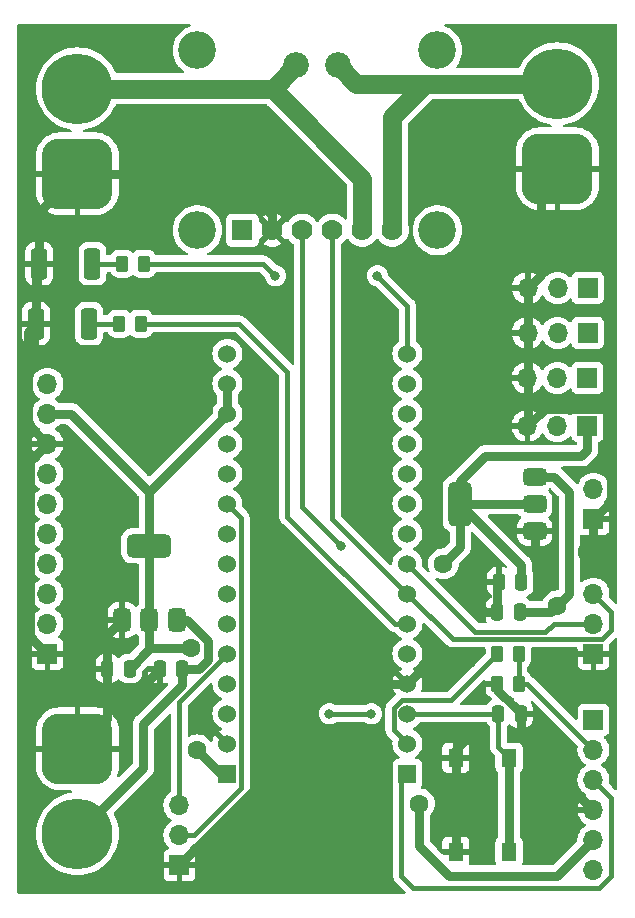
<source format=gbr>
%TF.GenerationSoftware,KiCad,Pcbnew,7.0.10-7.0.10~ubuntu22.04.1*%
%TF.CreationDate,2024-09-29T13:00:56+02:00*%
%TF.ProjectId,kicad,6b696361-642e-46b6-9963-61645f706362,rev?*%
%TF.SameCoordinates,Original*%
%TF.FileFunction,Copper,L1,Top*%
%TF.FilePolarity,Positive*%
%FSLAX46Y46*%
G04 Gerber Fmt 4.6, Leading zero omitted, Abs format (unit mm)*
G04 Created by KiCad (PCBNEW 7.0.10-7.0.10~ubuntu22.04.1) date 2024-09-29 13:00:56*
%MOMM*%
%LPD*%
G01*
G04 APERTURE LIST*
G04 Aperture macros list*
%AMRoundRect*
0 Rectangle with rounded corners*
0 $1 Rounding radius*
0 $2 $3 $4 $5 $6 $7 $8 $9 X,Y pos of 4 corners*
0 Add a 4 corners polygon primitive as box body*
4,1,4,$2,$3,$4,$5,$6,$7,$8,$9,$2,$3,0*
0 Add four circle primitives for the rounded corners*
1,1,$1+$1,$2,$3*
1,1,$1+$1,$4,$5*
1,1,$1+$1,$6,$7*
1,1,$1+$1,$8,$9*
0 Add four rect primitives between the rounded corners*
20,1,$1+$1,$2,$3,$4,$5,0*
20,1,$1+$1,$4,$5,$6,$7,0*
20,1,$1+$1,$6,$7,$8,$9,0*
20,1,$1+$1,$8,$9,$2,$3,0*%
G04 Aperture macros list end*
%TA.AperFunction,ComponentPad*%
%ADD10R,1.700000X1.700000*%
%TD*%
%TA.AperFunction,ComponentPad*%
%ADD11O,1.700000X1.700000*%
%TD*%
%TA.AperFunction,SMDPad,CuDef*%
%ADD12R,1.300000X1.550000*%
%TD*%
%TA.AperFunction,ComponentPad*%
%ADD13C,1.530000*%
%TD*%
%TA.AperFunction,ComponentPad*%
%ADD14R,1.530000X1.530000*%
%TD*%
%TA.AperFunction,ComponentPad*%
%ADD15R,1.778000X1.778000*%
%TD*%
%TA.AperFunction,ComponentPad*%
%ADD16C,1.778000*%
%TD*%
%TA.AperFunction,ComponentPad*%
%ADD17C,3.200000*%
%TD*%
%TA.AperFunction,ComponentPad*%
%ADD18C,2.184400*%
%TD*%
%TA.AperFunction,SMDPad,CuDef*%
%ADD19RoundRect,0.375000X0.625000X0.375000X-0.625000X0.375000X-0.625000X-0.375000X0.625000X-0.375000X0*%
%TD*%
%TA.AperFunction,SMDPad,CuDef*%
%ADD20RoundRect,0.500000X0.500000X1.400000X-0.500000X1.400000X-0.500000X-1.400000X0.500000X-1.400000X0*%
%TD*%
%TA.AperFunction,SMDPad,CuDef*%
%ADD21RoundRect,0.250000X0.250000X0.475000X-0.250000X0.475000X-0.250000X-0.475000X0.250000X-0.475000X0*%
%TD*%
%TA.AperFunction,SMDPad,CuDef*%
%ADD22RoundRect,0.250000X-0.262500X-0.450000X0.262500X-0.450000X0.262500X0.450000X-0.262500X0.450000X0*%
%TD*%
%TA.AperFunction,ComponentPad*%
%ADD23RoundRect,1.500000X-1.500000X1.500000X-1.500000X-1.500000X1.500000X-1.500000X1.500000X1.500000X0*%
%TD*%
%TA.AperFunction,ComponentPad*%
%ADD24C,6.000000*%
%TD*%
%TA.AperFunction,ComponentPad*%
%ADD25RoundRect,1.500000X1.500000X-1.500000X1.500000X1.500000X-1.500000X1.500000X-1.500000X-1.500000X0*%
%TD*%
%TA.AperFunction,SMDPad,CuDef*%
%ADD26RoundRect,0.375000X0.375000X-0.625000X0.375000X0.625000X-0.375000X0.625000X-0.375000X-0.625000X0*%
%TD*%
%TA.AperFunction,SMDPad,CuDef*%
%ADD27RoundRect,0.500000X1.400000X-0.500000X1.400000X0.500000X-1.400000X0.500000X-1.400000X-0.500000X0*%
%TD*%
%TA.AperFunction,SMDPad,CuDef*%
%ADD28RoundRect,0.250000X-0.425000X-1.075000X0.425000X-1.075000X0.425000X1.075000X-0.425000X1.075000X0*%
%TD*%
%TA.AperFunction,SMDPad,CuDef*%
%ADD29RoundRect,0.250000X0.262500X0.450000X-0.262500X0.450000X-0.262500X-0.450000X0.262500X-0.450000X0*%
%TD*%
%TA.AperFunction,ViaPad*%
%ADD30C,0.800000*%
%TD*%
%TA.AperFunction,ViaPad*%
%ADD31C,1.600000*%
%TD*%
%TA.AperFunction,Conductor*%
%ADD32C,0.400000*%
%TD*%
%TA.AperFunction,Conductor*%
%ADD33C,0.800000*%
%TD*%
%TA.AperFunction,Conductor*%
%ADD34C,1.600000*%
%TD*%
G04 APERTURE END LIST*
D10*
%TO.P,J9,1,Pin_1*%
%TO.N,GND*%
X112268000Y-127127000D03*
D11*
%TO.P,J9,2,Pin_2*%
%TO.N,VCP_RX*%
X112268000Y-124587000D03*
%TO.P,J9,3,Pin_3*%
%TO.N,VCP_TX*%
X112268000Y-122047000D03*
%TD*%
D12*
%TO.P,BUTTON1,1,1*%
%TO.N,NRST*%
X140172000Y-118024000D03*
X140172000Y-125984000D03*
%TO.P,BUTTON1,2,2*%
%TO.N,GND*%
X135672000Y-118024000D03*
X135672000Y-125984000D03*
%TD*%
D13*
%TO.P,U5,CN3_15,PB4*%
%TO.N,LED_RED*%
X131572000Y-83820000D03*
%TO.P,U5,CN3_14,PB5*%
%TO.N,MOTOR_EN*%
X131572000Y-86360000D03*
%TO.P,U5,CN3_13,PA11*%
%TO.N,PPM_OUT_1*%
X131572000Y-88900000D03*
%TO.P,U5,CN3_12,PA8*%
%TO.N,PPM_OUT_0*%
X131572000Y-91440000D03*
%TO.P,U5,CN3_11,PC15*%
%TO.N,unconnected-(U5A-PC15-PadCN3_11)*%
X131572000Y-93980000D03*
%TO.P,U5,CN3_10,PC14*%
%TO.N,unconnected-(U5A-PC14-PadCN3_10)*%
X131572000Y-96520000D03*
%TO.P,U5,CN3_9,PB1*%
%TO.N,PB1*%
X131572000Y-99060000D03*
%TO.P,U5,CN3_8,PB6*%
%TO.N,SCL*%
X131572000Y-101600000D03*
%TO.P,U5,CN3_7,PB7*%
%TO.N,SDA*%
X131572000Y-104140000D03*
%TO.P,U5,CN3_6,PB0*%
%TO.N,LED_GREEN*%
X131572000Y-106680000D03*
%TO.P,U5,CN3_5,PA12*%
%TO.N,BUTTON*%
X131572000Y-109220000D03*
%TO.P,U5,CN3_4,GND_CN3*%
%TO.N,GND*%
X131572000Y-111760000D03*
%TO.P,U5,CN3_3,NRST_CN3*%
%TO.N,NRST*%
X131572000Y-114300000D03*
%TO.P,U5,CN3_2,PA10*%
%TO.N,UART_RX*%
X131572000Y-116840000D03*
D14*
%TO.P,U5,CN3_1,PA9*%
%TO.N,UART_TX*%
X131572000Y-119380000D03*
D13*
%TO.P,U5,CN4_15,PB3*%
%TO.N,PB3*%
X116332000Y-83820000D03*
%TO.P,U5,CN4_14,+3V3*%
%TO.N,3V3*%
X116332000Y-86360000D03*
%TO.P,U5,CN4_13,AREF*%
X116332000Y-88900000D03*
%TO.P,U5,CN4_12,PA0*%
%TO.N,PPM_IN_0*%
X116332000Y-91440000D03*
%TO.P,U5,CN4_11,PA1*%
%TO.N,PPM_IN_1*%
X116332000Y-93980000D03*
%TO.P,U5,CN4_10,PA3*%
%TO.N,VCP_RX*%
X116332000Y-96520000D03*
%TO.P,U5,CN4_9,PA4*%
%TO.N,PA4*%
X116332000Y-99060000D03*
%TO.P,U5,CN4_8,PA5*%
%TO.N,PA5*%
X116332000Y-101600000D03*
%TO.P,U5,CN4_7,PA6*%
%TO.N,PA6*%
X116332000Y-104140000D03*
%TO.P,U5,CN4_6,PA7*%
%TO.N,PA7*%
X116332000Y-106680000D03*
%TO.P,U5,CN4_5,PA2*%
%TO.N,VCP_TX*%
X116332000Y-109220000D03*
%TO.P,U5,CN4_4,+5V*%
%TO.N,5V*%
X116332000Y-111760000D03*
%TO.P,U5,CN4_3,NRST_CN4*%
%TO.N,NRST*%
X116332000Y-114300000D03*
%TO.P,U5,CN4_2,GND_CN4*%
%TO.N,GND*%
X116332000Y-116840000D03*
D14*
%TO.P,U5,CN4_1,VIN*%
%TO.N,3V3*%
X116332000Y-119380000D03*
%TD*%
D15*
%TO.P,U1,1,VCC*%
%TO.N,5V*%
X117602000Y-73357500D03*
D16*
%TO.P,U1,2,GND*%
%TO.N,GND*%
X120142000Y-73357500D03*
%TO.P,U1,3,SCL*%
%TO.N,SCL*%
X122682000Y-73357500D03*
%TO.P,U1,4,SDA*%
%TO.N,SDA*%
X125222000Y-73357500D03*
%TO.P,U1,5,VIN-*%
%TO.N,MOTOR_OUT*%
X127762000Y-73357500D03*
%TO.P,U1,6,VIN+*%
%TO.N,SOLAR_IN*%
X130302000Y-73357500D03*
D17*
%TO.P,U1,SH1,SHIELD*%
%TO.N,unconnected-(U1-SHIELD-PadSH1)*%
X113792000Y-58117500D03*
%TO.P,U1,SH2,SHIELD*%
X134112000Y-58117500D03*
%TO.P,U1,SH3,SHIELD*%
X113792000Y-73357500D03*
%TO.P,U1,SH4,SHIELD*%
X134112000Y-73357500D03*
D18*
%TO.P,U1,VIN+,VIN+*%
%TO.N,SOLAR_IN*%
X125652000Y-59387500D03*
%TO.P,U1,VIN-,VIN-*%
%TO.N,MOTOR_OUT*%
X122152000Y-59387500D03*
%TD*%
D19*
%TO.P,U2,3,VI*%
%TO.N,VIN*%
X142342000Y-94220000D03*
D20*
%TO.P,U2,2,VO*%
%TO.N,5V*%
X136042000Y-96520000D03*
D19*
X142342000Y-96520000D03*
%TO.P,U2,1,GND*%
%TO.N,GND*%
X142342000Y-98820000D03*
%TD*%
D21*
%TO.P,C4,2*%
%TO.N,GND*%
X139192000Y-105664000D03*
%TO.P,C4,1*%
%TO.N,VIN*%
X141092000Y-105664000D03*
%TD*%
D10*
%TO.P,J5,1,Pin_1*%
%TO.N,5V*%
X146812000Y-89916000D03*
D11*
%TO.P,J5,2,Pin_2*%
%TO.N,PPM_OUT_1*%
X144272000Y-89916000D03*
%TO.P,J5,3,Pin_3*%
%TO.N,GND*%
X141732000Y-89916000D03*
%TD*%
%TO.P,J6,10,Pin_10*%
%TO.N,5V*%
X101092000Y-86360000D03*
%TO.P,J6,9,Pin_9*%
%TO.N,3V3*%
X101092000Y-88900000D03*
%TO.P,J6,8,Pin_8*%
%TO.N,GND*%
X101092000Y-91440000D03*
%TO.P,J6,7,Pin_7*%
%TO.N,PB1*%
X101092000Y-93980000D03*
%TO.P,J6,6,Pin_6*%
%TO.N,PB3*%
X101092000Y-96520000D03*
%TO.P,J6,5,Pin_5*%
%TO.N,PA4*%
X101092000Y-99060000D03*
%TO.P,J6,4,Pin_4*%
%TO.N,PA5*%
X101092000Y-101600000D03*
%TO.P,J6,3,Pin_3*%
%TO.N,PA6*%
X101092000Y-104140000D03*
%TO.P,J6,2,Pin_2*%
%TO.N,PA7*%
X101092000Y-106680000D03*
D10*
%TO.P,J6,1,Pin_1*%
%TO.N,GND*%
X101092000Y-109220000D03*
%TD*%
%TO.P,J3,1,Pin_1*%
%TO.N,5V*%
X146827000Y-82042000D03*
D11*
%TO.P,J3,2,Pin_2*%
%TO.N,PPM_IN_1*%
X144287000Y-82042000D03*
%TO.P,J3,3,Pin_3*%
%TO.N,GND*%
X141747000Y-82042000D03*
%TD*%
D22*
%TO.P,R9,1*%
%TO.N,Net-(D2-A)*%
X107188000Y-81280000D03*
%TO.P,R9,2*%
%TO.N,LED_GREEN*%
X109013000Y-81280000D03*
%TD*%
%TO.P,R7,1*%
%TO.N,GND*%
X139192000Y-111760000D03*
%TO.P,R7,2*%
%TO.N,Net-(J10-Pin_2)*%
X141017000Y-111760000D03*
%TD*%
D21*
%TO.P,C1,1*%
%TO.N,GND*%
X141158000Y-114300000D03*
%TO.P,C1,2*%
%TO.N,NRST*%
X139258000Y-114300000D03*
%TD*%
D23*
%TO.P,J1,1,Pin_1*%
%TO.N,GND*%
X103632000Y-117260000D03*
D24*
%TO.P,J1,2,Pin_2*%
%TO.N,VIN*%
X103632000Y-124460000D03*
%TD*%
D25*
%TO.P,J7,1,Pin_1*%
%TO.N,GND*%
X144272000Y-68160000D03*
D24*
%TO.P,J7,2,Pin_2*%
%TO.N,SOLAR_IN*%
X144272000Y-60960000D03*
%TD*%
D26*
%TO.P,U3,1,GND*%
%TO.N,GND*%
X107428000Y-106376000D03*
%TO.P,U3,2,VO*%
%TO.N,3V3*%
X109728000Y-106376000D03*
D27*
X109728000Y-100076000D03*
D26*
%TO.P,U3,3,VI*%
%TO.N,VIN*%
X112028000Y-106376000D03*
%TD*%
D21*
%TO.P,C3,2*%
%TO.N,GND*%
X106172000Y-110490000D03*
%TO.P,C3,1*%
%TO.N,3V3*%
X108072000Y-110490000D03*
%TD*%
%TO.P,C5,1*%
%TO.N,5V*%
X141224000Y-103124000D03*
%TO.P,C5,2*%
%TO.N,GND*%
X139324000Y-103124000D03*
%TD*%
D11*
%TO.P,J2,3,Pin_3*%
%TO.N,GND*%
X141747000Y-78232000D03*
%TO.P,J2,2,Pin_2*%
%TO.N,PPM_IN_0*%
X144287000Y-78232000D03*
D10*
%TO.P,J2,1,Pin_1*%
%TO.N,5V*%
X146827000Y-78232000D03*
%TD*%
D11*
%TO.P,J11,3,Pin_3*%
%TO.N,SDA*%
X147320000Y-104125000D03*
%TO.P,J11,2,Pin_2*%
%TO.N,SCL*%
X147320000Y-106665000D03*
D10*
%TO.P,J11,1,Pin_1*%
%TO.N,GND*%
X147320000Y-109205000D03*
%TD*%
%TO.P,J4,1,Pin_1*%
%TO.N,5V*%
X146812000Y-85852000D03*
D11*
%TO.P,J4,2,Pin_2*%
%TO.N,PPM_OUT_0*%
X144272000Y-85852000D03*
%TO.P,J4,3,Pin_3*%
%TO.N,GND*%
X141732000Y-85852000D03*
%TD*%
D10*
%TO.P,J10,1,Pin_1*%
%TO.N,unconnected-(J10-Pin_1-Pad1)*%
X147320000Y-114808000D03*
D11*
%TO.P,J10,2,Pin_2*%
%TO.N,Net-(J10-Pin_2)*%
X147320000Y-117348000D03*
%TO.P,J10,3,Pin_3*%
%TO.N,UART_TX*%
X147320000Y-119888000D03*
%TO.P,J10,4,Pin_4*%
%TO.N,GND*%
X147320000Y-122428000D03*
%TO.P,J10,5,Pin_5*%
%TO.N,5V*%
X147320000Y-124968000D03*
%TO.P,J10,6,Pin_6*%
%TO.N,unconnected-(J10-Pin_6-Pad6)*%
X147320000Y-127508000D03*
%TD*%
D25*
%TO.P,J8,1,Pin_1*%
%TO.N,GND*%
X103632000Y-68580000D03*
D24*
%TO.P,J8,2,Pin_2*%
%TO.N,MOTOR_OUT*%
X103632000Y-61380000D03*
%TD*%
D28*
%TO.P,D1,2,A*%
%TO.N,Net-(D1-A)*%
X104902000Y-76200000D03*
%TO.P,D1,1,K*%
%TO.N,GND*%
X100402000Y-76200000D03*
%TD*%
D10*
%TO.P,J12,1,Pin_1*%
%TO.N,GND*%
X147320000Y-97790000D03*
D11*
%TO.P,J12,2,Pin_2*%
%TO.N,MOTOR_EN*%
X147320000Y-95250000D03*
%TD*%
D28*
%TO.P,D2,1,K*%
%TO.N,GND*%
X100112000Y-81280000D03*
%TO.P,D2,2,A*%
%TO.N,Net-(D2-A)*%
X104612000Y-81280000D03*
%TD*%
D22*
%TO.P,R8,1*%
%TO.N,Net-(D1-A)*%
X107442000Y-76200000D03*
%TO.P,R8,2*%
%TO.N,LED_RED*%
X109267000Y-76200000D03*
%TD*%
D21*
%TO.P,C2,1*%
%TO.N,VIN*%
X112522000Y-110490000D03*
%TO.P,C2,2*%
%TO.N,GND*%
X110622000Y-110490000D03*
%TD*%
D29*
%TO.P,R6,2*%
%TO.N,UART_RX*%
X139192000Y-109220000D03*
%TO.P,R6,1*%
%TO.N,Net-(J10-Pin_2)*%
X141017000Y-109220000D03*
%TD*%
D30*
%TO.N,NRST*%
X124968000Y-114300000D03*
X128524000Y-114300000D03*
D31*
%TO.N,5V*%
X132588000Y-121920000D03*
%TO.N,GND*%
X137160000Y-115824000D03*
%TO.N,VIN*%
X144272000Y-105156000D03*
%TO.N,GND*%
X119380000Y-117856000D03*
X136652000Y-109728000D03*
X136652000Y-104140000D03*
X143256000Y-102108000D03*
X146812000Y-100584000D03*
%TO.N,5V*%
X134620000Y-101600000D03*
%TO.N,3V3*%
X113284000Y-108712000D03*
X113792000Y-117348000D03*
D30*
%TO.N,LED_RED*%
X120396000Y-77216000D03*
X129032000Y-77216000D03*
%TO.N,SCL*%
X125984000Y-100076000D03*
%TD*%
D32*
%TO.N,NRST*%
X128524000Y-114300000D02*
X124968000Y-114300000D01*
D33*
%TO.N,5V*%
X135079000Y-128016000D02*
X132588000Y-125525000D01*
X141732000Y-128016000D02*
X135079000Y-128016000D01*
X147320000Y-124968000D02*
X144272000Y-128016000D01*
X132588000Y-125525000D02*
X132588000Y-121920000D01*
X144272000Y-128016000D02*
X141732000Y-128016000D01*
%TO.N,GND*%
X135672000Y-117312000D02*
X137160000Y-115824000D01*
X135672000Y-118024000D02*
X135672000Y-117312000D01*
D32*
%TO.N,NRST*%
X139258000Y-114300000D02*
X139258000Y-117110000D01*
X139258000Y-117110000D02*
X140172000Y-118024000D01*
D33*
X140172000Y-125984000D02*
X140172000Y-118024000D01*
%TO.N,GND*%
X135672000Y-118024000D02*
X135672000Y-125984000D01*
D32*
%TO.N,UART_TX*%
X147320000Y-119888000D02*
X148844000Y-121412000D01*
X148844000Y-121412000D02*
X148844000Y-128016000D01*
X148844000Y-128016000D02*
X147828000Y-129032000D01*
X132080000Y-129032000D02*
X131064000Y-128016000D01*
X147828000Y-129032000D02*
X132080000Y-129032000D01*
X131064000Y-128016000D02*
X131064000Y-119888000D01*
X131064000Y-119888000D02*
X131572000Y-119380000D01*
D33*
%TO.N,GND*%
X119380000Y-117856000D02*
X125476000Y-111760000D01*
X125476000Y-111760000D02*
X131572000Y-111760000D01*
X112268000Y-127127000D02*
X119380000Y-120015000D01*
X119380000Y-120015000D02*
X119380000Y-117856000D01*
X136652000Y-109728000D02*
X133604000Y-109728000D01*
X133604000Y-109728000D02*
X131572000Y-111760000D01*
%TO.N,VIN*%
X112028000Y-106376000D02*
X112927899Y-106376000D01*
X112927899Y-106376000D02*
X114684000Y-108132101D01*
X114684000Y-108132101D02*
X114684000Y-109736630D01*
X114684000Y-109736630D02*
X113930630Y-110490000D01*
X113930630Y-110490000D02*
X112522000Y-110490000D01*
%TO.N,GND*%
X106172000Y-110490000D02*
X106172000Y-107632000D01*
X106172000Y-107632000D02*
X107428000Y-106376000D01*
X100402000Y-76200000D02*
X100402000Y-71810000D01*
X100402000Y-71810000D02*
X103632000Y-68580000D01*
X100112000Y-81280000D02*
X100112000Y-76490000D01*
X100112000Y-76490000D02*
X100402000Y-76200000D01*
X101092000Y-91440000D02*
X99437000Y-89785000D01*
X99437000Y-89785000D02*
X99437000Y-81955000D01*
X99437000Y-81955000D02*
X100112000Y-81280000D01*
X101092000Y-109220000D02*
X99642000Y-107770000D01*
X99642000Y-107770000D02*
X99642000Y-92890000D01*
X99642000Y-92890000D02*
X101092000Y-91440000D01*
X141158000Y-114300000D02*
X141158000Y-116266000D01*
X141158000Y-116266000D02*
X147320000Y-122428000D01*
X139192000Y-111760000D02*
X139192000Y-112299990D01*
X139192000Y-112299990D02*
X141158000Y-114265990D01*
X141158000Y-114265990D02*
X141158000Y-114300000D01*
X139192000Y-105664000D02*
X139192000Y-103256000D01*
X139192000Y-103256000D02*
X139324000Y-103124000D01*
X139192000Y-105664000D02*
X138176000Y-105664000D01*
X138176000Y-105664000D02*
X136652000Y-104140000D01*
X142342000Y-98820000D02*
X142342000Y-101194000D01*
X142342000Y-101194000D02*
X143256000Y-102108000D01*
X147320000Y-100076000D02*
X146812000Y-100584000D01*
X147320000Y-97790000D02*
X147320000Y-100076000D01*
X147320000Y-97790000D02*
X148770000Y-96340000D01*
X148770000Y-96340000D02*
X148770000Y-88974000D01*
X148770000Y-88974000D02*
X148262000Y-88466000D01*
X148262000Y-88466000D02*
X143182000Y-88466000D01*
X143182000Y-88466000D02*
X141732000Y-89916000D01*
X141747000Y-78232000D02*
X141747000Y-89901000D01*
X141747000Y-89901000D02*
X141732000Y-89916000D01*
X144272000Y-68160000D02*
X142837000Y-69595000D01*
X142837000Y-69595000D02*
X142837000Y-77142000D01*
X142837000Y-77142000D02*
X141747000Y-78232000D01*
X103632000Y-68580000D02*
X116621735Y-68580000D01*
X120142000Y-72100265D02*
X120142000Y-73357500D01*
X116621735Y-68580000D02*
X120142000Y-72100265D01*
%TO.N,5V*%
X136042000Y-96520000D02*
X136042000Y-100178000D01*
X136042000Y-100178000D02*
X134620000Y-101600000D01*
%TO.N,VIN*%
X141092000Y-105664000D02*
X143764000Y-105664000D01*
X142342000Y-94220000D02*
X144004000Y-94220000D01*
X144004000Y-94220000D02*
X145288000Y-95504000D01*
X145288000Y-104140000D02*
X143764000Y-105664000D01*
X145288000Y-95504000D02*
X145288000Y-104140000D01*
%TO.N,5V*%
X138176000Y-92456000D02*
X146304000Y-92456000D01*
X136042000Y-96520000D02*
X136042000Y-94590000D01*
X146812000Y-91948000D02*
X146812000Y-89916000D01*
X136042000Y-94590000D02*
X138176000Y-92456000D01*
X146304000Y-92456000D02*
X146812000Y-91948000D01*
X136042000Y-96520000D02*
X141224000Y-101702000D01*
X141224000Y-101702000D02*
X141224000Y-103124000D01*
X142342000Y-96520000D02*
X136042000Y-96520000D01*
%TO.N,3V3*%
X109728000Y-95504000D02*
X103124000Y-88900000D01*
X103124000Y-88900000D02*
X101092000Y-88900000D01*
X116332000Y-88900000D02*
X116332000Y-86360000D01*
X109728000Y-100076000D02*
X109728000Y-95504000D01*
X109728000Y-95504000D02*
X116332000Y-88900000D01*
X113284000Y-108712000D02*
X109850000Y-108712000D01*
X109850000Y-108712000D02*
X109728000Y-108834000D01*
X115824000Y-119380000D02*
X113792000Y-117348000D01*
X116332000Y-119380000D02*
X115824000Y-119380000D01*
X109728000Y-106376000D02*
X109728000Y-100076000D01*
X108072000Y-110490000D02*
X109728000Y-108834000D01*
X109728000Y-108834000D02*
X109728000Y-106376000D01*
%TO.N,GND*%
X106172000Y-110490000D02*
X106172000Y-112776000D01*
X110622000Y-110490000D02*
X108336000Y-112776000D01*
X106172000Y-112776000D02*
X106172000Y-114720000D01*
X108336000Y-112776000D02*
X106172000Y-112776000D01*
X106172000Y-114720000D02*
X103632000Y-117260000D01*
%TO.N,VIN*%
X103632000Y-124460000D02*
X109220000Y-118872000D01*
X109220000Y-118872000D02*
X109220000Y-115200630D01*
X109220000Y-115200630D02*
X112522000Y-111898630D01*
X112522000Y-111898630D02*
X112522000Y-110490000D01*
D32*
%TO.N,VCP_RX*%
X112268000Y-124587000D02*
X113470081Y-124587000D01*
X113470081Y-124587000D02*
X117497000Y-120560081D01*
X117497000Y-120560081D02*
X117497000Y-97685000D01*
X117497000Y-97685000D02*
X116332000Y-96520000D01*
%TO.N,VCP_TX*%
X116332000Y-109220000D02*
X112268000Y-113284000D01*
X112268000Y-113284000D02*
X112268000Y-122047000D01*
%TO.N,LED_GREEN*%
X109013000Y-81280000D02*
X117348000Y-81280000D01*
X117348000Y-81280000D02*
X121412000Y-85344000D01*
X121412000Y-85344000D02*
X121412000Y-97601873D01*
X121412000Y-97601873D02*
X130490127Y-106680000D01*
X130490127Y-106680000D02*
X131572000Y-106680000D01*
%TO.N,LED_RED*%
X109267000Y-76200000D02*
X119380000Y-76200000D01*
X119380000Y-76200000D02*
X120396000Y-77216000D01*
X131572000Y-79756000D02*
X129032000Y-77216000D01*
X131572000Y-83820000D02*
X131572000Y-79756000D01*
D34*
%TO.N,SOLAR_IN*%
X144272000Y-60960000D02*
X133096000Y-60960000D01*
X133096000Y-60960000D02*
X127224500Y-60960000D01*
X130302000Y-73357500D02*
X130302000Y-63754000D01*
X130302000Y-63754000D02*
X133096000Y-60960000D01*
X127224500Y-60960000D02*
X125652000Y-59387500D01*
%TO.N,MOTOR_OUT*%
X120159500Y-61380000D02*
X127762000Y-68982500D01*
X127762000Y-68982500D02*
X127762000Y-73357500D01*
X103632000Y-61380000D02*
X120159500Y-61380000D01*
X120159500Y-61380000D02*
X122152000Y-59387500D01*
D32*
%TO.N,SCL*%
X137327000Y-107355000D02*
X143256000Y-107355000D01*
X131572000Y-101600000D02*
X137327000Y-107355000D01*
X143256000Y-107355000D02*
X143946000Y-106665000D01*
X143946000Y-106665000D02*
X147320000Y-106665000D01*
%TO.N,SDA*%
X147320000Y-104125000D02*
X148844000Y-105649000D01*
X148844000Y-105649000D02*
X148844000Y-107188000D01*
X148844000Y-107188000D02*
X148077000Y-107955000D01*
X148077000Y-107955000D02*
X135387000Y-107955000D01*
X135387000Y-107955000D02*
X131572000Y-104140000D01*
%TO.N,UART_RX*%
X139192000Y-109220000D02*
X135277000Y-113135000D01*
X135277000Y-113135000D02*
X131089441Y-113135000D01*
X131089441Y-113135000D02*
X130407000Y-113817441D01*
X130407000Y-113817441D02*
X130407000Y-115675000D01*
X130407000Y-115675000D02*
X131572000Y-116840000D01*
%TO.N,Net-(J10-Pin_2)*%
X141017000Y-109220000D02*
X141017000Y-111760000D01*
X141017000Y-111760000D02*
X141732000Y-111760000D01*
X141732000Y-111760000D02*
X147320000Y-117348000D01*
%TO.N,NRST*%
X139258000Y-114300000D02*
X131572000Y-114300000D01*
%TO.N,SCL*%
X122682000Y-96774000D02*
X125984000Y-100076000D01*
X122682000Y-73357500D02*
X122682000Y-96774000D01*
%TO.N,SDA*%
X125222000Y-73357500D02*
X125222000Y-97790000D01*
X125222000Y-97790000D02*
X131572000Y-104140000D01*
%TO.N,Net-(D2-A)*%
X104612000Y-81280000D02*
X107188000Y-81280000D01*
%TO.N,Net-(D1-A)*%
X104902000Y-76200000D02*
X107442000Y-76200000D01*
%TD*%
%TA.AperFunction,Conductor*%
%TO.N,GND*%
G36*
X114982201Y-111662968D02*
G01*
X115038134Y-111704840D01*
X115062395Y-111768342D01*
X115080964Y-111980586D01*
X115080965Y-111980592D01*
X115138275Y-112194475D01*
X115138279Y-112194486D01*
X115216397Y-112362011D01*
X115231858Y-112395167D01*
X115358868Y-112576555D01*
X115515445Y-112733132D01*
X115696833Y-112860142D01*
X115755449Y-112887475D01*
X115820091Y-112917618D01*
X115872531Y-112963790D01*
X115891683Y-113030983D01*
X115871467Y-113097865D01*
X115820091Y-113142382D01*
X115696836Y-113199856D01*
X115696834Y-113199857D01*
X115515444Y-113326868D01*
X115358868Y-113483444D01*
X115231857Y-113664834D01*
X115231856Y-113664836D01*
X115138279Y-113865513D01*
X115138275Y-113865524D01*
X115080965Y-114079407D01*
X115080964Y-114079414D01*
X115061666Y-114299998D01*
X115061666Y-114300001D01*
X115080964Y-114520585D01*
X115080965Y-114520592D01*
X115138275Y-114734475D01*
X115138279Y-114734486D01*
X115198509Y-114863650D01*
X115231858Y-114935167D01*
X115358868Y-115116555D01*
X115515445Y-115273132D01*
X115696833Y-115400142D01*
X115820092Y-115457618D01*
X115820682Y-115457893D01*
X115873122Y-115504065D01*
X115892274Y-115571258D01*
X115872059Y-115638139D01*
X115820683Y-115682657D01*
X115697084Y-115740293D01*
X115631657Y-115786104D01*
X116190634Y-116345081D01*
X116186839Y-116345627D01*
X116053438Y-116406549D01*
X115942605Y-116502587D01*
X115863318Y-116625960D01*
X115840866Y-116702419D01*
X115278104Y-116139657D01*
X115232293Y-116205084D01*
X115138749Y-116405690D01*
X115138745Y-116405699D01*
X115091626Y-116581554D01*
X115055261Y-116641215D01*
X114992414Y-116671744D01*
X114923039Y-116663449D01*
X114870276Y-116620584D01*
X114792045Y-116508858D01*
X114631141Y-116347954D01*
X114444734Y-116217432D01*
X114444732Y-116217431D01*
X114238497Y-116121261D01*
X114238488Y-116121258D01*
X114018697Y-116062366D01*
X114018693Y-116062365D01*
X114018692Y-116062365D01*
X114018691Y-116062364D01*
X114018686Y-116062364D01*
X113792002Y-116042532D01*
X113791998Y-116042532D01*
X113565313Y-116062364D01*
X113565302Y-116062366D01*
X113345511Y-116121258D01*
X113345502Y-116121262D01*
X113144905Y-116214802D01*
X113075827Y-116225294D01*
X113012043Y-116196774D01*
X112973804Y-116138298D01*
X112968500Y-116102420D01*
X112968500Y-113625518D01*
X112988185Y-113558479D01*
X113004814Y-113537842D01*
X114851188Y-111691467D01*
X114912509Y-111657984D01*
X114982201Y-111662968D01*
G37*
%TD.AperFunction*%
%TA.AperFunction,Conductor*%
G36*
X113155340Y-55900185D02*
G01*
X113201095Y-55952989D01*
X113211039Y-56022147D01*
X113182014Y-56085703D01*
X113123236Y-56123477D01*
X113121804Y-56123888D01*
X113086942Y-56133656D01*
X113086939Y-56133656D01*
X113086936Y-56133658D01*
X113086935Y-56133658D01*
X112823382Y-56248134D01*
X112577853Y-56397444D01*
X112354950Y-56578789D01*
X112158812Y-56788799D01*
X111993098Y-57023564D01*
X111860894Y-57278706D01*
X111764667Y-57549462D01*
X111764666Y-57549465D01*
X111706201Y-57830819D01*
X111686592Y-58117500D01*
X111706201Y-58404180D01*
X111764666Y-58685534D01*
X111764667Y-58685537D01*
X111860894Y-58956293D01*
X111860893Y-58956293D01*
X111993098Y-59211435D01*
X112158812Y-59446200D01*
X112221476Y-59513296D01*
X112354947Y-59656208D01*
X112577853Y-59837555D01*
X112577855Y-59837556D01*
X112577856Y-59837557D01*
X112597581Y-59849552D01*
X112644633Y-59901203D01*
X112656291Y-59970093D01*
X112628854Y-60034350D01*
X112571032Y-60073573D01*
X112533153Y-60079500D01*
X106967551Y-60079500D01*
X106900512Y-60059815D01*
X106854757Y-60007011D01*
X106851787Y-59999937D01*
X106834255Y-59954264D01*
X106667682Y-59627348D01*
X106641487Y-59587011D01*
X106467852Y-59319635D01*
X106236952Y-59034498D01*
X106236949Y-59034494D01*
X105977506Y-58775051D01*
X105692366Y-58544149D01*
X105692364Y-58544147D01*
X105384656Y-58344320D01*
X105057739Y-58177746D01*
X104715206Y-58046260D01*
X104715199Y-58046258D01*
X104360794Y-57951295D01*
X104360790Y-57951294D01*
X104360789Y-57951294D01*
X103998405Y-57893898D01*
X103632001Y-57874696D01*
X103631999Y-57874696D01*
X103265594Y-57893898D01*
X102903211Y-57951294D01*
X102903209Y-57951294D01*
X102548793Y-58046260D01*
X102206260Y-58177746D01*
X101879343Y-58344320D01*
X101571635Y-58544147D01*
X101286498Y-58775047D01*
X101286490Y-58775054D01*
X101027054Y-59034490D01*
X101027047Y-59034498D01*
X100796147Y-59319635D01*
X100596320Y-59627343D01*
X100429746Y-59954260D01*
X100298260Y-60296793D01*
X100203294Y-60651209D01*
X100203294Y-60651211D01*
X100145898Y-61013594D01*
X100126696Y-61379999D01*
X100126696Y-61380000D01*
X100145898Y-61746405D01*
X100192906Y-62043199D01*
X100203295Y-62108794D01*
X100218340Y-62164944D01*
X100298260Y-62463206D01*
X100429746Y-62805739D01*
X100596320Y-63132656D01*
X100796147Y-63440364D01*
X100957992Y-63640225D01*
X101027051Y-63725506D01*
X101286494Y-63984949D01*
X101299748Y-63995682D01*
X101571635Y-64215852D01*
X101879343Y-64415679D01*
X101879348Y-64415682D01*
X102206264Y-64582255D01*
X102548801Y-64713742D01*
X102903206Y-64808705D01*
X103059926Y-64833527D01*
X103123061Y-64863456D01*
X103159992Y-64922768D01*
X103158994Y-64992630D01*
X103120384Y-65050863D01*
X103056421Y-65078977D01*
X103040528Y-65080000D01*
X102060563Y-65080000D01*
X101846637Y-65095300D01*
X101567104Y-65156109D01*
X101299041Y-65256091D01*
X101047961Y-65393191D01*
X101047960Y-65393192D01*
X100818934Y-65564639D01*
X100818922Y-65564649D01*
X100616649Y-65766922D01*
X100616639Y-65766934D01*
X100445192Y-65995960D01*
X100445191Y-65995961D01*
X100308091Y-66247041D01*
X100208109Y-66515104D01*
X100147300Y-66794637D01*
X100132000Y-67008563D01*
X100132000Y-68330000D01*
X101392385Y-68330000D01*
X101388289Y-68354281D01*
X101378223Y-68655352D01*
X101395793Y-68830000D01*
X100132000Y-68830000D01*
X100132000Y-70151436D01*
X100147300Y-70365362D01*
X100208109Y-70644895D01*
X100308091Y-70912958D01*
X100445191Y-71164038D01*
X100445192Y-71164039D01*
X100616639Y-71393065D01*
X100616649Y-71393077D01*
X100818922Y-71595350D01*
X100818934Y-71595360D01*
X101047960Y-71766807D01*
X101047961Y-71766808D01*
X101299042Y-71903908D01*
X101299041Y-71903908D01*
X101567104Y-72003890D01*
X101846637Y-72064699D01*
X102060563Y-72079999D01*
X102060566Y-72080000D01*
X103382000Y-72080000D01*
X103382000Y-70816634D01*
X103481380Y-70830000D01*
X103707228Y-70830000D01*
X103882000Y-70818300D01*
X103882000Y-72080000D01*
X105203434Y-72080000D01*
X105203436Y-72079999D01*
X105417362Y-72064699D01*
X105696895Y-72003890D01*
X105964958Y-71903908D01*
X106216038Y-71766808D01*
X106216039Y-71766807D01*
X106445065Y-71595360D01*
X106445077Y-71595350D01*
X106647350Y-71393077D01*
X106647360Y-71393065D01*
X106818807Y-71164039D01*
X106818808Y-71164038D01*
X106955908Y-70912958D01*
X107055890Y-70644895D01*
X107116699Y-70365362D01*
X107131999Y-70151436D01*
X107132000Y-70151434D01*
X107132000Y-68830000D01*
X105871615Y-68830000D01*
X105875711Y-68805719D01*
X105885777Y-68504648D01*
X105868207Y-68330000D01*
X107132000Y-68330000D01*
X107132000Y-67008566D01*
X107131999Y-67008563D01*
X107116699Y-66794637D01*
X107055890Y-66515104D01*
X106955908Y-66247041D01*
X106818808Y-65995961D01*
X106818807Y-65995960D01*
X106647360Y-65766934D01*
X106647350Y-65766922D01*
X106445077Y-65564649D01*
X106445065Y-65564639D01*
X106216039Y-65393192D01*
X106216038Y-65393191D01*
X105964957Y-65256091D01*
X105964958Y-65256091D01*
X105696895Y-65156109D01*
X105417362Y-65095300D01*
X105203436Y-65080000D01*
X104223472Y-65080000D01*
X104156433Y-65060315D01*
X104110678Y-65007511D01*
X104100734Y-64938353D01*
X104129759Y-64874797D01*
X104188537Y-64837023D01*
X104204074Y-64833527D01*
X104360794Y-64808705D01*
X104715199Y-64713742D01*
X105057736Y-64582255D01*
X105384652Y-64415682D01*
X105692366Y-64215851D01*
X105977506Y-63984949D01*
X106236949Y-63725506D01*
X106467851Y-63440366D01*
X106667682Y-63132652D01*
X106834255Y-62805736D01*
X106851787Y-62760062D01*
X106894189Y-62704530D01*
X106959883Y-62680737D01*
X106967551Y-62680500D01*
X119569453Y-62680500D01*
X119636492Y-62700185D01*
X119657134Y-62716819D01*
X126425181Y-69484866D01*
X126458666Y-69546189D01*
X126461500Y-69572547D01*
X126461500Y-72334587D01*
X126441815Y-72401626D01*
X126389011Y-72447381D01*
X126319853Y-72457325D01*
X126256297Y-72428300D01*
X126246271Y-72418570D01*
X126166317Y-72331717D01*
X126166312Y-72331712D01*
X126166308Y-72331708D01*
X126013775Y-72212987D01*
X125984591Y-72190272D01*
X125782069Y-72080672D01*
X125782061Y-72080669D01*
X125564274Y-72005902D01*
X125375538Y-71974408D01*
X125337137Y-71968000D01*
X125106863Y-71968000D01*
X125068462Y-71974408D01*
X124879725Y-72005902D01*
X124661938Y-72080669D01*
X124661930Y-72080672D01*
X124459408Y-72190272D01*
X124277694Y-72331706D01*
X124277689Y-72331711D01*
X124121727Y-72501130D01*
X124055808Y-72602028D01*
X124002662Y-72647384D01*
X123933431Y-72656808D01*
X123870095Y-72627306D01*
X123848192Y-72602028D01*
X123782272Y-72501130D01*
X123708165Y-72420629D01*
X123626308Y-72331708D01*
X123473775Y-72212987D01*
X123444591Y-72190272D01*
X123242069Y-72080672D01*
X123242061Y-72080669D01*
X123024274Y-72005902D01*
X122835538Y-71974408D01*
X122797137Y-71968000D01*
X122566863Y-71968000D01*
X122528462Y-71974408D01*
X122339725Y-72005902D01*
X122121938Y-72080669D01*
X122121930Y-72080672D01*
X121919408Y-72190272D01*
X121737694Y-72331706D01*
X121737689Y-72331711D01*
X121581727Y-72501131D01*
X121515508Y-72602487D01*
X121462362Y-72647843D01*
X121393131Y-72657267D01*
X121329795Y-72627765D01*
X121307892Y-72602487D01*
X121285238Y-72567813D01*
X120625076Y-73227975D01*
X120601493Y-73147656D01*
X120523761Y-73026702D01*
X120415100Y-72932548D01*
X120284315Y-72872820D01*
X120274532Y-72871413D01*
X120932958Y-72212986D01*
X120932958Y-72212984D01*
X120904322Y-72190696D01*
X120904316Y-72190692D01*
X120701868Y-72081132D01*
X120701859Y-72081129D01*
X120484150Y-72006389D01*
X120257095Y-71968500D01*
X120026905Y-71968500D01*
X119799849Y-72006389D01*
X119582140Y-72081129D01*
X119582132Y-72081132D01*
X119379681Y-72190694D01*
X119351040Y-72212985D01*
X119351040Y-72212987D01*
X120009467Y-72871413D01*
X119999685Y-72872820D01*
X119868900Y-72932548D01*
X119760239Y-73026702D01*
X119682507Y-73147656D01*
X119658922Y-73227976D01*
X119027818Y-72596872D01*
X118994333Y-72535549D01*
X118991499Y-72509191D01*
X118991499Y-72420629D01*
X118991498Y-72420623D01*
X118991497Y-72420616D01*
X118985091Y-72361017D01*
X118975233Y-72334587D01*
X118934797Y-72226171D01*
X118934793Y-72226164D01*
X118848547Y-72110955D01*
X118848544Y-72110952D01*
X118733335Y-72024706D01*
X118733328Y-72024702D01*
X118598482Y-71974408D01*
X118598483Y-71974408D01*
X118538883Y-71968001D01*
X118538881Y-71968000D01*
X118538873Y-71968000D01*
X118538864Y-71968000D01*
X116665129Y-71968000D01*
X116665123Y-71968001D01*
X116605516Y-71974408D01*
X116470671Y-72024702D01*
X116470664Y-72024706D01*
X116355455Y-72110952D01*
X116355452Y-72110955D01*
X116269206Y-72226164D01*
X116269202Y-72226171D01*
X116218908Y-72361017D01*
X116212721Y-72418570D01*
X116212501Y-72420623D01*
X116212500Y-72420635D01*
X116212500Y-74294370D01*
X116212501Y-74294376D01*
X116218908Y-74353983D01*
X116269202Y-74488828D01*
X116269206Y-74488835D01*
X116355452Y-74604044D01*
X116355455Y-74604047D01*
X116470664Y-74690293D01*
X116470671Y-74690297D01*
X116605517Y-74740591D01*
X116605516Y-74740591D01*
X116612444Y-74741335D01*
X116665127Y-74747000D01*
X118538872Y-74746999D01*
X118598483Y-74740591D01*
X118733331Y-74690296D01*
X118848546Y-74604046D01*
X118934796Y-74488831D01*
X118985091Y-74353983D01*
X118991500Y-74294373D01*
X118991499Y-74205804D01*
X119011183Y-74138769D01*
X119027818Y-74118126D01*
X119658922Y-73487022D01*
X119682507Y-73567344D01*
X119760239Y-73688298D01*
X119868900Y-73782452D01*
X119999685Y-73842180D01*
X120009466Y-73843586D01*
X119351040Y-74502012D01*
X119351040Y-74502014D01*
X119379677Y-74524303D01*
X119379683Y-74524307D01*
X119582131Y-74633867D01*
X119582140Y-74633870D01*
X119799849Y-74708610D01*
X120026905Y-74746500D01*
X120257095Y-74746500D01*
X120484150Y-74708610D01*
X120701859Y-74633870D01*
X120701868Y-74633867D01*
X120904315Y-74524307D01*
X120904316Y-74524306D01*
X120932958Y-74502013D01*
X120932959Y-74502011D01*
X120274534Y-73843586D01*
X120284315Y-73842180D01*
X120415100Y-73782452D01*
X120523761Y-73688298D01*
X120601493Y-73567344D01*
X120625076Y-73487023D01*
X121285238Y-74147185D01*
X121307892Y-74112512D01*
X121361038Y-74067156D01*
X121430269Y-74057732D01*
X121493605Y-74087234D01*
X121515509Y-74112513D01*
X121581728Y-74213870D01*
X121581731Y-74213873D01*
X121737692Y-74383292D01*
X121825244Y-74451436D01*
X121919408Y-74524727D01*
X121923703Y-74527533D01*
X121922607Y-74529209D01*
X121966106Y-74572379D01*
X121981500Y-74632218D01*
X121981500Y-84623481D01*
X121961815Y-84690520D01*
X121909011Y-84736275D01*
X121839853Y-84746219D01*
X121776297Y-84717194D01*
X121769819Y-84711162D01*
X117860940Y-80802283D01*
X117855805Y-80796828D01*
X117815929Y-80751816D01*
X117815924Y-80751812D01*
X117766438Y-80717655D01*
X117760403Y-80713215D01*
X117713060Y-80676124D01*
X117713055Y-80676120D01*
X117703813Y-80671961D01*
X117684266Y-80660936D01*
X117675931Y-80655183D01*
X117675932Y-80655183D01*
X117675930Y-80655182D01*
X117619694Y-80633854D01*
X117612790Y-80630994D01*
X117557932Y-80606305D01*
X117557930Y-80606304D01*
X117547946Y-80604474D01*
X117526343Y-80598451D01*
X117516874Y-80594860D01*
X117516871Y-80594859D01*
X117457171Y-80587610D01*
X117449770Y-80586483D01*
X117390609Y-80575642D01*
X117390603Y-80575642D01*
X117330567Y-80579274D01*
X117323079Y-80579500D01*
X110071408Y-80579500D01*
X110004369Y-80559815D01*
X109965863Y-80515728D01*
X109964105Y-80516813D01*
X109960314Y-80510666D01*
X109868212Y-80361344D01*
X109744156Y-80237288D01*
X109610718Y-80154983D01*
X109594836Y-80145187D01*
X109594831Y-80145185D01*
X109593362Y-80144698D01*
X109428297Y-80090001D01*
X109428295Y-80090000D01*
X109325510Y-80079500D01*
X108700498Y-80079500D01*
X108700480Y-80079501D01*
X108597703Y-80090000D01*
X108597700Y-80090001D01*
X108431168Y-80145185D01*
X108431163Y-80145187D01*
X108281842Y-80237289D01*
X108188181Y-80330951D01*
X108126858Y-80364436D01*
X108057166Y-80359452D01*
X108012819Y-80330951D01*
X107919157Y-80237289D01*
X107919156Y-80237288D01*
X107785718Y-80154983D01*
X107769836Y-80145187D01*
X107769831Y-80145185D01*
X107768362Y-80144698D01*
X107603297Y-80090001D01*
X107603295Y-80090000D01*
X107500510Y-80079500D01*
X106875498Y-80079500D01*
X106875480Y-80079501D01*
X106772703Y-80090000D01*
X106772700Y-80090001D01*
X106606168Y-80145185D01*
X106606163Y-80145187D01*
X106456842Y-80237289D01*
X106332789Y-80361342D01*
X106332788Y-80361344D01*
X106242941Y-80507011D01*
X106236895Y-80516813D01*
X106235100Y-80515706D01*
X106195813Y-80560337D01*
X106129592Y-80579500D01*
X105911499Y-80579500D01*
X105844460Y-80559815D01*
X105798705Y-80507011D01*
X105787499Y-80455500D01*
X105787499Y-80154998D01*
X105787498Y-80154981D01*
X105776999Y-80052203D01*
X105776998Y-80052200D01*
X105774996Y-80046157D01*
X105721814Y-79885666D01*
X105629712Y-79736344D01*
X105505656Y-79612288D01*
X105365431Y-79525797D01*
X105356336Y-79520187D01*
X105356331Y-79520185D01*
X105354862Y-79519698D01*
X105189797Y-79465001D01*
X105189795Y-79465000D01*
X105087010Y-79454500D01*
X104136998Y-79454500D01*
X104136980Y-79454501D01*
X104034203Y-79465000D01*
X104034200Y-79465001D01*
X103867668Y-79520185D01*
X103867663Y-79520187D01*
X103718342Y-79612289D01*
X103594289Y-79736342D01*
X103502187Y-79885663D01*
X103502185Y-79885668D01*
X103502115Y-79885880D01*
X103447001Y-80052203D01*
X103447001Y-80052204D01*
X103447000Y-80052204D01*
X103436500Y-80154983D01*
X103436500Y-82405001D01*
X103436501Y-82405018D01*
X103447000Y-82507796D01*
X103447001Y-82507799D01*
X103502185Y-82674331D01*
X103502187Y-82674336D01*
X103518667Y-82701054D01*
X103594288Y-82823656D01*
X103718344Y-82947712D01*
X103867666Y-83039814D01*
X104034203Y-83094999D01*
X104136991Y-83105500D01*
X105087008Y-83105499D01*
X105087016Y-83105498D01*
X105087019Y-83105498D01*
X105143302Y-83099748D01*
X105189797Y-83094999D01*
X105356334Y-83039814D01*
X105505656Y-82947712D01*
X105629712Y-82823656D01*
X105721814Y-82674334D01*
X105776999Y-82507797D01*
X105787500Y-82405009D01*
X105787500Y-82104500D01*
X105807185Y-82037461D01*
X105859989Y-81991706D01*
X105911500Y-81980500D01*
X106129592Y-81980500D01*
X106196631Y-82000185D01*
X106235136Y-82044271D01*
X106236895Y-82043187D01*
X106240685Y-82049332D01*
X106240686Y-82049334D01*
X106332788Y-82198656D01*
X106456844Y-82322712D01*
X106606166Y-82414814D01*
X106772703Y-82469999D01*
X106875491Y-82480500D01*
X107500508Y-82480499D01*
X107500516Y-82480498D01*
X107500519Y-82480498D01*
X107556802Y-82474748D01*
X107603297Y-82469999D01*
X107769834Y-82414814D01*
X107919156Y-82322712D01*
X108012819Y-82229049D01*
X108074142Y-82195564D01*
X108143834Y-82200548D01*
X108188181Y-82229049D01*
X108281844Y-82322712D01*
X108431166Y-82414814D01*
X108597703Y-82469999D01*
X108700491Y-82480500D01*
X109325508Y-82480499D01*
X109325516Y-82480498D01*
X109325519Y-82480498D01*
X109381802Y-82474748D01*
X109428297Y-82469999D01*
X109594834Y-82414814D01*
X109744156Y-82322712D01*
X109868212Y-82198656D01*
X109960314Y-82049334D01*
X109960314Y-82049332D01*
X109964105Y-82043187D01*
X109965899Y-82044293D01*
X110005187Y-81999663D01*
X110071408Y-81980500D01*
X117006481Y-81980500D01*
X117073520Y-82000185D01*
X117094162Y-82016819D01*
X120675181Y-85597838D01*
X120708666Y-85659161D01*
X120711500Y-85685519D01*
X120711500Y-97576951D01*
X120711274Y-97584439D01*
X120707642Y-97644476D01*
X120707642Y-97644478D01*
X120718483Y-97703643D01*
X120719610Y-97711044D01*
X120726859Y-97770744D01*
X120726860Y-97770747D01*
X120730451Y-97780216D01*
X120736474Y-97801819D01*
X120738304Y-97811803D01*
X120762991Y-97866655D01*
X120765854Y-97873567D01*
X120787182Y-97929803D01*
X120787183Y-97929804D01*
X120792936Y-97938139D01*
X120803961Y-97957686D01*
X120808120Y-97966928D01*
X120808124Y-97966933D01*
X120845215Y-98014276D01*
X120849655Y-98020311D01*
X120883812Y-98069797D01*
X120883816Y-98069802D01*
X120928828Y-98109678D01*
X120934283Y-98114813D01*
X129977185Y-107157715D01*
X129982305Y-107163153D01*
X130022198Y-107208183D01*
X130060781Y-107234815D01*
X130071696Y-107242349D01*
X130077728Y-107246788D01*
X130125065Y-107283874D01*
X130125070Y-107283877D01*
X130134301Y-107288031D01*
X130153854Y-107299059D01*
X130162197Y-107304818D01*
X130218449Y-107326151D01*
X130225355Y-107329012D01*
X130280190Y-107353692D01*
X130280191Y-107353692D01*
X130280195Y-107353694D01*
X130290157Y-107355519D01*
X130311778Y-107361546D01*
X130321252Y-107365139D01*
X130321255Y-107365140D01*
X130365361Y-107370495D01*
X130380957Y-107372389D01*
X130388362Y-107373516D01*
X130398138Y-107375307D01*
X130447521Y-107384357D01*
X130448074Y-107384323D01*
X130448471Y-107384414D01*
X130455010Y-107384810D01*
X130454944Y-107385896D01*
X130516179Y-107399916D01*
X130557146Y-107436970D01*
X130598868Y-107496555D01*
X130755445Y-107653132D01*
X130936833Y-107780142D01*
X130995745Y-107807613D01*
X131060091Y-107837618D01*
X131112531Y-107883790D01*
X131131683Y-107950983D01*
X131111467Y-108017865D01*
X131060091Y-108062382D01*
X130936836Y-108119856D01*
X130936834Y-108119857D01*
X130755444Y-108246868D01*
X130598868Y-108403444D01*
X130471857Y-108584834D01*
X130471856Y-108584836D01*
X130378279Y-108785513D01*
X130378275Y-108785524D01*
X130320965Y-108999407D01*
X130320964Y-108999414D01*
X130301666Y-109219998D01*
X130301666Y-109220001D01*
X130320964Y-109440585D01*
X130320965Y-109440592D01*
X130378275Y-109654475D01*
X130378279Y-109654486D01*
X130456763Y-109822795D01*
X130471858Y-109855167D01*
X130598868Y-110036555D01*
X130755445Y-110193132D01*
X130936833Y-110320142D01*
X131060682Y-110377893D01*
X131113122Y-110424065D01*
X131132274Y-110491258D01*
X131112059Y-110558139D01*
X131060683Y-110602657D01*
X130937084Y-110660293D01*
X130871657Y-110706104D01*
X131430634Y-111265081D01*
X131426839Y-111265627D01*
X131293438Y-111326549D01*
X131182605Y-111422587D01*
X131103318Y-111545960D01*
X131080866Y-111622419D01*
X130518104Y-111059657D01*
X130472293Y-111125084D01*
X130378749Y-111325690D01*
X130378745Y-111325699D01*
X130321461Y-111539490D01*
X130321459Y-111539500D01*
X130302168Y-111759999D01*
X130302168Y-111760000D01*
X130321459Y-111980499D01*
X130321461Y-111980509D01*
X130378745Y-112194300D01*
X130378749Y-112194309D01*
X130472293Y-112394915D01*
X130563582Y-112525289D01*
X130585909Y-112591495D01*
X130568899Y-112659263D01*
X130549688Y-112684094D01*
X129929290Y-113304492D01*
X129923838Y-113309624D01*
X129878819Y-113349509D01*
X129844649Y-113399010D01*
X129840213Y-113405038D01*
X129803124Y-113452379D01*
X129803119Y-113452389D01*
X129798960Y-113461629D01*
X129787942Y-113481164D01*
X129782187Y-113489502D01*
X129782179Y-113489517D01*
X129760853Y-113545746D01*
X129757989Y-113552661D01*
X129733305Y-113607509D01*
X129731477Y-113617483D01*
X129725453Y-113639094D01*
X129721860Y-113648568D01*
X129721860Y-113648569D01*
X129714610Y-113708268D01*
X129713483Y-113715668D01*
X129702642Y-113774830D01*
X129702642Y-113774836D01*
X129706274Y-113834873D01*
X129706500Y-113842361D01*
X129706500Y-115650078D01*
X129706274Y-115657566D01*
X129702642Y-115717603D01*
X129702642Y-115717605D01*
X129713483Y-115776770D01*
X129714610Y-115784171D01*
X129721859Y-115843871D01*
X129721860Y-115843874D01*
X129725451Y-115853343D01*
X129731474Y-115874946D01*
X129733304Y-115884930D01*
X129757991Y-115939782D01*
X129760854Y-115946694D01*
X129782182Y-116002930D01*
X129782183Y-116002931D01*
X129787936Y-116011266D01*
X129798961Y-116030813D01*
X129803120Y-116040055D01*
X129803124Y-116040060D01*
X129840215Y-116087403D01*
X129844655Y-116093438D01*
X129878812Y-116142924D01*
X129878816Y-116142929D01*
X129923828Y-116182805D01*
X129929283Y-116187940D01*
X130283279Y-116541936D01*
X130316764Y-116603259D01*
X130319126Y-116640424D01*
X130301666Y-116839997D01*
X130301666Y-116840001D01*
X130320964Y-117060585D01*
X130320965Y-117060592D01*
X130378275Y-117274475D01*
X130378279Y-117274486D01*
X130458381Y-117446266D01*
X130471858Y-117475167D01*
X130598868Y-117656555D01*
X130755445Y-117813132D01*
X130863690Y-117888926D01*
X130907314Y-117943502D01*
X130914508Y-118013000D01*
X130882985Y-118075355D01*
X130822755Y-118110769D01*
X130792569Y-118114500D01*
X130759131Y-118114500D01*
X130759123Y-118114501D01*
X130699516Y-118120908D01*
X130564671Y-118171202D01*
X130564664Y-118171206D01*
X130449455Y-118257452D01*
X130449452Y-118257455D01*
X130363206Y-118372664D01*
X130363202Y-118372671D01*
X130312908Y-118507517D01*
X130306501Y-118567116D01*
X130306501Y-118567123D01*
X130306500Y-118567135D01*
X130306500Y-120192870D01*
X130306501Y-120192876D01*
X130312908Y-120252481D01*
X130312909Y-120252483D01*
X130355682Y-120367165D01*
X130363500Y-120410495D01*
X130363500Y-127991078D01*
X130363274Y-127998566D01*
X130359642Y-128058603D01*
X130359642Y-128058605D01*
X130370483Y-128117770D01*
X130371610Y-128125171D01*
X130378859Y-128184871D01*
X130378860Y-128184874D01*
X130382451Y-128194343D01*
X130388474Y-128215946D01*
X130390304Y-128225930D01*
X130390305Y-128225932D01*
X130405192Y-128259011D01*
X130414991Y-128280782D01*
X130417854Y-128287694D01*
X130439182Y-128343930D01*
X130439183Y-128343931D01*
X130444936Y-128352266D01*
X130455961Y-128371813D01*
X130460120Y-128381055D01*
X130460124Y-128381060D01*
X130497215Y-128428403D01*
X130501655Y-128434438D01*
X130535812Y-128483924D01*
X130535816Y-128483929D01*
X130580828Y-128523805D01*
X130586283Y-128528940D01*
X131385162Y-129327819D01*
X131418647Y-129389142D01*
X131413663Y-129458834D01*
X131371791Y-129514767D01*
X131306327Y-129539184D01*
X131297481Y-129539500D01*
X98676500Y-129539500D01*
X98609461Y-129519815D01*
X98563706Y-129467011D01*
X98552500Y-129415500D01*
X98552500Y-110740000D01*
X105172001Y-110740000D01*
X105172001Y-111014986D01*
X105182494Y-111117697D01*
X105237641Y-111284119D01*
X105237643Y-111284124D01*
X105329684Y-111433345D01*
X105453654Y-111557315D01*
X105602875Y-111649356D01*
X105602880Y-111649358D01*
X105769302Y-111704505D01*
X105769309Y-111704506D01*
X105872019Y-111714999D01*
X105921999Y-111714998D01*
X105922000Y-111714998D01*
X105922000Y-110740000D01*
X105172001Y-110740000D01*
X98552500Y-110740000D01*
X98552500Y-106680000D01*
X99736341Y-106680000D01*
X99756936Y-106915403D01*
X99756938Y-106915413D01*
X99818094Y-107143655D01*
X99818096Y-107143659D01*
X99818097Y-107143663D01*
X99893187Y-107304693D01*
X99917965Y-107357830D01*
X99917967Y-107357834D01*
X100015101Y-107496555D01*
X100053501Y-107551396D01*
X100053506Y-107551402D01*
X100175818Y-107673714D01*
X100209303Y-107735037D01*
X100204319Y-107804729D01*
X100162447Y-107860662D01*
X100131471Y-107877577D01*
X99999912Y-107926646D01*
X99999906Y-107926649D01*
X99884812Y-108012809D01*
X99884809Y-108012812D01*
X99798649Y-108127906D01*
X99798645Y-108127913D01*
X99748403Y-108262620D01*
X99748401Y-108262627D01*
X99742000Y-108322155D01*
X99742000Y-108970000D01*
X100658314Y-108970000D01*
X100632507Y-109010156D01*
X100592000Y-109148111D01*
X100592000Y-109291889D01*
X100632507Y-109429844D01*
X100658314Y-109470000D01*
X99742000Y-109470000D01*
X99742000Y-110117844D01*
X99748401Y-110177372D01*
X99748403Y-110177379D01*
X99798645Y-110312086D01*
X99798649Y-110312093D01*
X99884809Y-110427187D01*
X99884812Y-110427190D01*
X99999906Y-110513350D01*
X99999913Y-110513354D01*
X100134620Y-110563596D01*
X100134627Y-110563598D01*
X100194155Y-110569999D01*
X100194172Y-110570000D01*
X100842000Y-110570000D01*
X100842000Y-109655501D01*
X100949685Y-109704680D01*
X101056237Y-109720000D01*
X101127763Y-109720000D01*
X101234315Y-109704680D01*
X101342000Y-109655501D01*
X101342000Y-110570000D01*
X101989828Y-110570000D01*
X101989844Y-110569999D01*
X102049372Y-110563598D01*
X102049379Y-110563596D01*
X102184086Y-110513354D01*
X102184093Y-110513350D01*
X102299187Y-110427190D01*
X102299190Y-110427187D01*
X102385350Y-110312093D01*
X102385354Y-110312086D01*
X102412240Y-110240000D01*
X105172000Y-110240000D01*
X105922000Y-110240000D01*
X105922000Y-109265000D01*
X105921999Y-109264999D01*
X105872029Y-109265000D01*
X105872011Y-109265001D01*
X105769302Y-109275494D01*
X105602880Y-109330641D01*
X105602875Y-109330643D01*
X105453654Y-109422684D01*
X105329684Y-109546654D01*
X105237643Y-109695875D01*
X105237641Y-109695880D01*
X105182494Y-109862302D01*
X105182493Y-109862309D01*
X105172000Y-109965013D01*
X105172000Y-110240000D01*
X102412240Y-110240000D01*
X102435596Y-110177379D01*
X102435598Y-110177372D01*
X102441999Y-110117844D01*
X102442000Y-110117827D01*
X102442000Y-109470000D01*
X101525686Y-109470000D01*
X101551493Y-109429844D01*
X101592000Y-109291889D01*
X101592000Y-109148111D01*
X101551493Y-109010156D01*
X101525686Y-108970000D01*
X102442000Y-108970000D01*
X102442000Y-108322172D01*
X102441999Y-108322155D01*
X102435598Y-108262627D01*
X102435596Y-108262620D01*
X102385354Y-108127913D01*
X102385350Y-108127906D01*
X102299190Y-108012812D01*
X102299187Y-108012809D01*
X102184093Y-107926649D01*
X102184088Y-107926646D01*
X102052528Y-107877577D01*
X101996595Y-107835705D01*
X101972178Y-107770241D01*
X101987030Y-107701968D01*
X102008175Y-107673720D01*
X102130495Y-107551401D01*
X102266035Y-107357830D01*
X102365903Y-107143663D01*
X102427063Y-106915408D01*
X102447659Y-106680000D01*
X102442935Y-106626000D01*
X106178000Y-106626000D01*
X106178000Y-107077096D01*
X106180897Y-107119824D01*
X106226831Y-107304523D01*
X106311390Y-107475022D01*
X106311392Y-107475025D01*
X106430632Y-107623366D01*
X106430633Y-107623367D01*
X106578974Y-107742607D01*
X106578977Y-107742609D01*
X106749476Y-107827168D01*
X106934175Y-107873102D01*
X106976903Y-107876000D01*
X107178000Y-107876000D01*
X107178000Y-106626000D01*
X106178000Y-106626000D01*
X102442935Y-106626000D01*
X102427063Y-106444592D01*
X102373724Y-106245524D01*
X102365905Y-106216344D01*
X102365904Y-106216343D01*
X102365903Y-106216337D01*
X102323778Y-106126000D01*
X106178000Y-106126000D01*
X107178000Y-106126000D01*
X107178000Y-104876000D01*
X106976903Y-104876000D01*
X106934175Y-104878897D01*
X106749476Y-104924831D01*
X106578977Y-105009390D01*
X106578974Y-105009392D01*
X106430633Y-105128632D01*
X106430632Y-105128633D01*
X106311392Y-105276974D01*
X106311390Y-105276977D01*
X106226831Y-105447476D01*
X106180897Y-105632175D01*
X106178000Y-105674903D01*
X106178000Y-106126000D01*
X102323778Y-106126000D01*
X102266035Y-106002171D01*
X102233180Y-105955248D01*
X102130494Y-105808597D01*
X101963402Y-105641506D01*
X101963396Y-105641501D01*
X101777842Y-105511575D01*
X101734217Y-105456998D01*
X101727023Y-105387500D01*
X101758546Y-105325145D01*
X101777842Y-105308425D01*
X101822754Y-105276977D01*
X101963401Y-105178495D01*
X102130495Y-105011401D01*
X102266035Y-104817830D01*
X102365903Y-104603663D01*
X102427063Y-104375408D01*
X102447659Y-104140000D01*
X102427063Y-103904592D01*
X102373724Y-103705524D01*
X102365905Y-103676344D01*
X102365904Y-103676343D01*
X102365903Y-103676337D01*
X102266035Y-103462171D01*
X102204298Y-103374000D01*
X102130494Y-103268597D01*
X101963402Y-103101506D01*
X101963396Y-103101501D01*
X101777842Y-102971575D01*
X101734217Y-102916998D01*
X101727023Y-102847500D01*
X101758546Y-102785145D01*
X101777842Y-102768425D01*
X101831909Y-102730567D01*
X101963401Y-102638495D01*
X102130495Y-102471401D01*
X102266035Y-102277830D01*
X102365903Y-102063663D01*
X102427063Y-101835408D01*
X102447659Y-101600000D01*
X102427063Y-101364592D01*
X102373724Y-101165524D01*
X102365905Y-101136344D01*
X102365904Y-101136343D01*
X102365903Y-101136337D01*
X102266035Y-100922171D01*
X102230739Y-100871762D01*
X102130494Y-100728597D01*
X101963402Y-100561506D01*
X101963396Y-100561501D01*
X101777842Y-100431575D01*
X101734217Y-100376998D01*
X101727023Y-100307500D01*
X101758546Y-100245145D01*
X101777842Y-100228425D01*
X101811548Y-100204824D01*
X101963401Y-100098495D01*
X102130495Y-99931401D01*
X102266035Y-99737830D01*
X102365903Y-99523663D01*
X102427063Y-99295408D01*
X102447659Y-99060000D01*
X102427063Y-98824592D01*
X102373724Y-98625524D01*
X102365905Y-98596344D01*
X102365904Y-98596343D01*
X102365903Y-98596337D01*
X102266035Y-98382171D01*
X102226827Y-98326175D01*
X102130494Y-98188597D01*
X101963402Y-98021506D01*
X101963396Y-98021501D01*
X101777842Y-97891575D01*
X101734217Y-97836998D01*
X101727023Y-97767500D01*
X101758546Y-97705145D01*
X101777842Y-97688425D01*
X101840603Y-97644479D01*
X101963401Y-97558495D01*
X102130495Y-97391401D01*
X102266035Y-97197830D01*
X102365903Y-96983663D01*
X102427063Y-96755408D01*
X102447659Y-96520000D01*
X102427063Y-96284592D01*
X102373724Y-96085524D01*
X102365905Y-96056344D01*
X102365904Y-96056343D01*
X102365903Y-96056337D01*
X102266035Y-95842171D01*
X102265428Y-95841303D01*
X102130494Y-95648597D01*
X101963402Y-95481506D01*
X101963396Y-95481501D01*
X101777842Y-95351575D01*
X101734217Y-95296998D01*
X101727023Y-95227500D01*
X101758546Y-95165145D01*
X101777842Y-95148425D01*
X101800026Y-95132891D01*
X101963401Y-95018495D01*
X102130495Y-94851401D01*
X102266035Y-94657830D01*
X102365903Y-94443663D01*
X102427063Y-94215408D01*
X102447659Y-93980000D01*
X102427063Y-93744592D01*
X102373724Y-93545524D01*
X102365905Y-93516344D01*
X102365904Y-93516343D01*
X102365903Y-93516337D01*
X102266035Y-93302171D01*
X102265440Y-93301320D01*
X102130494Y-93108597D01*
X101963402Y-92941506D01*
X101963401Y-92941505D01*
X101777405Y-92811269D01*
X101733781Y-92756692D01*
X101726588Y-92687193D01*
X101758110Y-92624839D01*
X101777405Y-92608119D01*
X101963082Y-92478105D01*
X102130105Y-92311082D01*
X102265600Y-92117578D01*
X102365429Y-91903492D01*
X102365432Y-91903486D01*
X102422636Y-91690000D01*
X101525686Y-91690000D01*
X101551493Y-91649844D01*
X101592000Y-91511889D01*
X101592000Y-91368111D01*
X101551493Y-91230156D01*
X101525686Y-91190000D01*
X102422636Y-91190000D01*
X102422635Y-91189999D01*
X102365432Y-90976513D01*
X102365429Y-90976507D01*
X102265600Y-90762422D01*
X102265599Y-90762420D01*
X102130113Y-90568926D01*
X102130108Y-90568920D01*
X101963078Y-90401890D01*
X101777405Y-90271879D01*
X101733780Y-90217302D01*
X101726588Y-90147804D01*
X101758110Y-90085449D01*
X101777406Y-90068730D01*
X101793276Y-90057618D01*
X101963401Y-89938495D01*
X102065077Y-89836819D01*
X102126400Y-89803334D01*
X102152758Y-89800500D01*
X102699639Y-89800500D01*
X102766678Y-89820185D01*
X102787320Y-89836819D01*
X108791181Y-95840680D01*
X108824666Y-95902003D01*
X108827500Y-95928361D01*
X108827500Y-98451500D01*
X108807815Y-98518539D01*
X108755011Y-98564294D01*
X108703500Y-98575500D01*
X108269971Y-98575500D01*
X108269965Y-98575500D01*
X108269964Y-98575501D01*
X108258316Y-98576536D01*
X108150584Y-98586113D01*
X107954954Y-98642089D01*
X107867394Y-98687827D01*
X107774593Y-98736302D01*
X107774591Y-98736303D01*
X107774590Y-98736304D01*
X107616890Y-98864890D01*
X107509015Y-98997190D01*
X107488302Y-99022593D01*
X107468763Y-99059999D01*
X107394089Y-99202954D01*
X107338114Y-99398583D01*
X107338113Y-99398586D01*
X107330607Y-99483016D01*
X107329229Y-99498523D01*
X107327500Y-99517966D01*
X107327500Y-100634028D01*
X107327501Y-100634034D01*
X107338113Y-100753415D01*
X107394089Y-100949045D01*
X107394090Y-100949048D01*
X107394091Y-100949049D01*
X107488302Y-101129407D01*
X107507949Y-101153502D01*
X107616890Y-101287109D01*
X107674039Y-101333707D01*
X107774593Y-101415698D01*
X107954951Y-101509909D01*
X108150582Y-101565886D01*
X108269963Y-101576500D01*
X108703500Y-101576499D01*
X108770539Y-101596183D01*
X108816294Y-101648987D01*
X108827500Y-101700499D01*
X108827500Y-104990707D01*
X108807815Y-105057746D01*
X108781189Y-105087353D01*
X108730282Y-105128274D01*
X108730279Y-105128276D01*
X108674326Y-105197885D01*
X108616982Y-105237803D01*
X108547160Y-105240383D01*
X108487027Y-105204804D01*
X108481031Y-105197884D01*
X108425364Y-105128630D01*
X108277025Y-105009392D01*
X108277022Y-105009390D01*
X108106523Y-104924831D01*
X107921824Y-104878897D01*
X107879097Y-104876000D01*
X107678000Y-104876000D01*
X107678000Y-107876000D01*
X107879097Y-107876000D01*
X107921824Y-107873102D01*
X108106523Y-107827168D01*
X108277022Y-107742609D01*
X108277025Y-107742607D01*
X108425366Y-107623367D01*
X108425367Y-107623366D01*
X108481033Y-107554115D01*
X108538376Y-107514196D01*
X108608198Y-107511616D01*
X108668331Y-107547194D01*
X108674305Y-107554089D01*
X108730278Y-107623722D01*
X108781187Y-107664643D01*
X108821106Y-107721985D01*
X108827500Y-107761290D01*
X108827500Y-108409638D01*
X108807815Y-108476677D01*
X108791181Y-108497319D01*
X108060318Y-109228181D01*
X107998995Y-109261666D01*
X107972638Y-109264500D01*
X107771999Y-109264500D01*
X107771980Y-109264501D01*
X107669203Y-109275000D01*
X107669200Y-109275001D01*
X107502668Y-109330185D01*
X107502663Y-109330187D01*
X107353342Y-109422289D01*
X107229288Y-109546343D01*
X107229283Y-109546349D01*
X107227241Y-109549661D01*
X107225247Y-109551453D01*
X107224807Y-109552011D01*
X107224711Y-109551935D01*
X107175291Y-109596383D01*
X107106328Y-109607602D01*
X107042247Y-109579755D01*
X107016168Y-109549656D01*
X107014319Y-109546659D01*
X107014316Y-109546655D01*
X106890345Y-109422684D01*
X106741124Y-109330643D01*
X106741119Y-109330641D01*
X106574697Y-109275494D01*
X106574690Y-109275493D01*
X106471986Y-109265000D01*
X106422000Y-109265000D01*
X106422000Y-111714999D01*
X106471972Y-111714999D01*
X106471986Y-111714998D01*
X106574697Y-111704505D01*
X106741119Y-111649358D01*
X106741124Y-111649356D01*
X106890345Y-111557315D01*
X107014318Y-111433342D01*
X107016165Y-111430348D01*
X107017969Y-111428724D01*
X107018798Y-111427677D01*
X107018976Y-111427818D01*
X107068110Y-111383621D01*
X107137073Y-111372396D01*
X107201156Y-111400236D01*
X107227243Y-111430341D01*
X107229288Y-111433656D01*
X107353344Y-111557712D01*
X107502666Y-111649814D01*
X107669203Y-111704999D01*
X107771991Y-111715500D01*
X108372008Y-111715499D01*
X108372016Y-111715498D01*
X108372019Y-111715498D01*
X108428302Y-111709748D01*
X108474797Y-111704999D01*
X108641334Y-111649814D01*
X108790656Y-111557712D01*
X108914712Y-111433656D01*
X109006814Y-111284334D01*
X109061999Y-111117797D01*
X109072500Y-111015009D01*
X109072499Y-110814360D01*
X109092183Y-110747321D01*
X109098083Y-110740000D01*
X109622001Y-110740000D01*
X109622001Y-111014986D01*
X109632494Y-111117697D01*
X109687641Y-111284119D01*
X109687643Y-111284124D01*
X109779684Y-111433345D01*
X109903654Y-111557315D01*
X110052875Y-111649356D01*
X110052880Y-111649358D01*
X110219302Y-111704505D01*
X110219309Y-111704506D01*
X110322019Y-111714999D01*
X110371999Y-111714998D01*
X110372000Y-111714998D01*
X110372000Y-110740000D01*
X109622001Y-110740000D01*
X109098083Y-110740000D01*
X109108813Y-110726684D01*
X109559180Y-110276317D01*
X109620502Y-110242834D01*
X109646860Y-110240000D01*
X110748000Y-110240000D01*
X110815039Y-110259685D01*
X110860794Y-110312489D01*
X110872000Y-110364000D01*
X110872000Y-111714999D01*
X110921972Y-111714999D01*
X110921986Y-111714998D01*
X111024695Y-111704506D01*
X111153101Y-111661955D01*
X111222929Y-111659553D01*
X111282971Y-111695284D01*
X111314164Y-111757804D01*
X111306605Y-111827263D01*
X111279787Y-111867342D01*
X108640263Y-114506866D01*
X108625474Y-114519499D01*
X108614126Y-114527744D01*
X108568751Y-114578138D01*
X108564288Y-114582841D01*
X108549891Y-114597239D01*
X108549875Y-114597257D01*
X108537058Y-114613082D01*
X108532852Y-114618006D01*
X108487469Y-114668411D01*
X108487466Y-114668415D01*
X108480458Y-114680553D01*
X108469444Y-114696578D01*
X108460626Y-114707467D01*
X108460620Y-114707476D01*
X108460617Y-114707481D01*
X108446857Y-114734486D01*
X108429819Y-114767924D01*
X108426722Y-114773627D01*
X108392821Y-114832343D01*
X108388487Y-114845683D01*
X108381045Y-114863650D01*
X108374680Y-114876142D01*
X108357126Y-114941648D01*
X108355284Y-114947864D01*
X108334326Y-115012372D01*
X108334325Y-115012375D01*
X108332860Y-115026316D01*
X108329315Y-115045442D01*
X108325686Y-115058982D01*
X108322136Y-115126721D01*
X108321628Y-115133182D01*
X108319500Y-115153441D01*
X108319500Y-115173804D01*
X108319330Y-115180293D01*
X108315781Y-115248017D01*
X108317973Y-115261855D01*
X108319500Y-115281256D01*
X108319500Y-118447638D01*
X108299815Y-118514677D01*
X108283181Y-118535319D01*
X107198581Y-119619919D01*
X107137258Y-119653404D01*
X107067566Y-119648420D01*
X107011633Y-119606548D01*
X106987216Y-119541084D01*
X106994718Y-119488904D01*
X107055890Y-119324895D01*
X107116699Y-119045362D01*
X107131999Y-118831436D01*
X107132000Y-118831434D01*
X107132000Y-117510000D01*
X105871615Y-117510000D01*
X105875711Y-117485719D01*
X105885777Y-117184648D01*
X105868207Y-117010000D01*
X107132000Y-117010000D01*
X107132000Y-115688566D01*
X107131999Y-115688563D01*
X107116699Y-115474637D01*
X107055890Y-115195104D01*
X106955908Y-114927041D01*
X106818808Y-114675961D01*
X106818807Y-114675960D01*
X106647360Y-114446934D01*
X106647350Y-114446922D01*
X106445077Y-114244649D01*
X106445065Y-114244639D01*
X106216039Y-114073192D01*
X106216038Y-114073191D01*
X105964957Y-113936091D01*
X105964958Y-113936091D01*
X105696895Y-113836109D01*
X105417362Y-113775300D01*
X105203436Y-113760000D01*
X103882000Y-113760000D01*
X103882000Y-115023365D01*
X103782620Y-115010000D01*
X103556772Y-115010000D01*
X103382000Y-115021699D01*
X103382000Y-113760000D01*
X102060563Y-113760000D01*
X101846637Y-113775300D01*
X101567104Y-113836109D01*
X101299041Y-113936091D01*
X101047961Y-114073191D01*
X101047960Y-114073192D01*
X100818934Y-114244639D01*
X100818922Y-114244649D01*
X100616649Y-114446922D01*
X100616639Y-114446934D01*
X100445192Y-114675960D01*
X100445191Y-114675961D01*
X100308091Y-114927041D01*
X100208109Y-115195104D01*
X100147300Y-115474637D01*
X100132000Y-115688563D01*
X100132000Y-117010000D01*
X101392385Y-117010000D01*
X101388289Y-117034281D01*
X101378223Y-117335352D01*
X101395793Y-117510000D01*
X100132000Y-117510000D01*
X100132000Y-118831436D01*
X100147300Y-119045362D01*
X100208109Y-119324895D01*
X100308091Y-119592958D01*
X100445191Y-119844038D01*
X100445192Y-119844039D01*
X100616639Y-120073065D01*
X100616649Y-120073077D01*
X100818922Y-120275350D01*
X100818934Y-120275360D01*
X101047960Y-120446807D01*
X101047961Y-120446808D01*
X101299042Y-120583908D01*
X101299041Y-120583908D01*
X101567104Y-120683890D01*
X101846637Y-120744699D01*
X102060563Y-120759999D01*
X102060566Y-120760000D01*
X103040528Y-120760000D01*
X103107567Y-120779685D01*
X103153322Y-120832489D01*
X103163266Y-120901647D01*
X103134241Y-120965203D01*
X103075463Y-121002977D01*
X103059926Y-121006473D01*
X102903211Y-121031294D01*
X102903209Y-121031294D01*
X102548793Y-121126260D01*
X102206260Y-121257746D01*
X101879343Y-121424320D01*
X101571635Y-121624147D01*
X101286498Y-121855047D01*
X101286490Y-121855054D01*
X101027054Y-122114490D01*
X101027047Y-122114498D01*
X100796147Y-122399635D01*
X100596320Y-122707343D01*
X100429746Y-123034260D01*
X100298260Y-123376793D01*
X100203294Y-123731209D01*
X100203294Y-123731211D01*
X100145898Y-124093594D01*
X100126696Y-124459999D01*
X100126696Y-124460000D01*
X100145898Y-124826405D01*
X100197751Y-125153788D01*
X100203295Y-125188794D01*
X100227871Y-125280514D01*
X100298260Y-125543206D01*
X100429746Y-125885739D01*
X100596320Y-126212656D01*
X100796147Y-126520364D01*
X100894905Y-126642320D01*
X101027051Y-126805506D01*
X101286494Y-127064949D01*
X101345420Y-127112666D01*
X101571635Y-127295852D01*
X101879343Y-127495679D01*
X101879348Y-127495682D01*
X102206264Y-127662255D01*
X102548801Y-127793742D01*
X102903206Y-127888705D01*
X103265596Y-127946102D01*
X103611734Y-127964241D01*
X103631999Y-127965304D01*
X103632000Y-127965304D01*
X103632001Y-127965304D01*
X103651203Y-127964297D01*
X103998404Y-127946102D01*
X104360794Y-127888705D01*
X104715199Y-127793742D01*
X105057736Y-127662255D01*
X105384652Y-127495682D01*
X105692366Y-127295851D01*
X105977506Y-127064949D01*
X106236949Y-126805506D01*
X106467851Y-126520366D01*
X106667682Y-126212652D01*
X106834255Y-125885736D01*
X106965742Y-125543199D01*
X107060705Y-125188794D01*
X107118102Y-124826404D01*
X107137304Y-124460000D01*
X107118102Y-124093596D01*
X107060705Y-123731206D01*
X106965742Y-123376801D01*
X106834255Y-123034264D01*
X106834253Y-123034260D01*
X106834250Y-123034252D01*
X106705365Y-122781305D01*
X106692468Y-122712636D01*
X106718744Y-122647896D01*
X106728159Y-122637338D01*
X109799737Y-119565760D01*
X109814525Y-119553130D01*
X109825871Y-119544888D01*
X109871264Y-119494472D01*
X109875696Y-119489801D01*
X109890119Y-119475380D01*
X109902945Y-119459540D01*
X109907117Y-119454654D01*
X109952533Y-119404216D01*
X109959538Y-119392080D01*
X109970570Y-119376031D01*
X109979381Y-119365151D01*
X109979383Y-119365149D01*
X110010185Y-119304693D01*
X110013248Y-119299051D01*
X110047179Y-119240284D01*
X110051509Y-119226956D01*
X110058960Y-119208969D01*
X110065319Y-119196490D01*
X110065319Y-119196489D01*
X110065320Y-119196488D01*
X110082880Y-119130947D01*
X110084699Y-119124804D01*
X110105674Y-119060256D01*
X110107139Y-119046307D01*
X110110684Y-119027183D01*
X110114312Y-119013646D01*
X110117862Y-118945906D01*
X110118370Y-118939455D01*
X110120499Y-118919197D01*
X110120500Y-118919191D01*
X110120500Y-118898819D01*
X110120670Y-118892329D01*
X110122914Y-118849505D01*
X110124219Y-118824612D01*
X110122027Y-118810772D01*
X110120500Y-118791373D01*
X110120500Y-115624991D01*
X110140185Y-115557952D01*
X110156819Y-115537310D01*
X111355819Y-114338310D01*
X111417142Y-114304825D01*
X111486834Y-114309809D01*
X111542767Y-114351681D01*
X111567184Y-114417145D01*
X111567500Y-114425991D01*
X111567500Y-120824288D01*
X111547815Y-120891327D01*
X111514624Y-120925863D01*
X111396594Y-121008508D01*
X111229505Y-121175597D01*
X111093965Y-121369169D01*
X111093964Y-121369171D01*
X110994098Y-121583335D01*
X110994094Y-121583344D01*
X110932938Y-121811586D01*
X110932936Y-121811596D01*
X110912341Y-122046999D01*
X110912341Y-122047000D01*
X110932936Y-122282403D01*
X110932938Y-122282413D01*
X110994094Y-122510655D01*
X110994096Y-122510659D01*
X110994097Y-122510663D01*
X111053403Y-122637844D01*
X111093965Y-122724830D01*
X111093967Y-122724834D01*
X111229501Y-122918395D01*
X111229506Y-122918402D01*
X111396597Y-123085493D01*
X111396603Y-123085498D01*
X111582158Y-123215425D01*
X111625783Y-123270002D01*
X111632977Y-123339500D01*
X111601454Y-123401855D01*
X111582158Y-123418575D01*
X111396597Y-123548505D01*
X111229505Y-123715597D01*
X111093965Y-123909169D01*
X111093964Y-123909171D01*
X110994098Y-124123335D01*
X110994094Y-124123344D01*
X110932938Y-124351586D01*
X110932936Y-124351596D01*
X110912341Y-124586999D01*
X110912341Y-124587000D01*
X110932936Y-124822403D01*
X110932938Y-124822413D01*
X110994094Y-125050655D01*
X110994096Y-125050659D01*
X110994097Y-125050663D01*
X111058288Y-125188320D01*
X111093965Y-125264830D01*
X111093967Y-125264834D01*
X111229501Y-125458395D01*
X111229506Y-125458402D01*
X111351818Y-125580714D01*
X111385303Y-125642037D01*
X111380319Y-125711729D01*
X111338447Y-125767662D01*
X111307471Y-125784577D01*
X111175912Y-125833646D01*
X111175906Y-125833649D01*
X111060812Y-125919809D01*
X111060809Y-125919812D01*
X110974649Y-126034906D01*
X110974645Y-126034913D01*
X110924403Y-126169620D01*
X110924401Y-126169627D01*
X110918000Y-126229155D01*
X110918000Y-126877000D01*
X111834314Y-126877000D01*
X111808507Y-126917156D01*
X111768000Y-127055111D01*
X111768000Y-127198889D01*
X111808507Y-127336844D01*
X111834314Y-127377000D01*
X110918000Y-127377000D01*
X110918000Y-128024844D01*
X110924401Y-128084372D01*
X110924403Y-128084379D01*
X110974645Y-128219086D01*
X110974649Y-128219093D01*
X111060809Y-128334187D01*
X111060812Y-128334190D01*
X111175906Y-128420350D01*
X111175913Y-128420354D01*
X111310620Y-128470596D01*
X111310627Y-128470598D01*
X111370155Y-128476999D01*
X111370172Y-128477000D01*
X112018000Y-128477000D01*
X112018000Y-127562501D01*
X112125685Y-127611680D01*
X112232237Y-127627000D01*
X112303763Y-127627000D01*
X112410315Y-127611680D01*
X112518000Y-127562501D01*
X112518000Y-128477000D01*
X113165828Y-128477000D01*
X113165844Y-128476999D01*
X113225372Y-128470598D01*
X113225379Y-128470596D01*
X113360086Y-128420354D01*
X113360093Y-128420350D01*
X113475187Y-128334190D01*
X113475190Y-128334187D01*
X113561350Y-128219093D01*
X113561354Y-128219086D01*
X113611596Y-128084379D01*
X113611598Y-128084372D01*
X113617999Y-128024844D01*
X113618000Y-128024827D01*
X113618000Y-127377000D01*
X112701686Y-127377000D01*
X112727493Y-127336844D01*
X112768000Y-127198889D01*
X112768000Y-127055111D01*
X112727493Y-126917156D01*
X112701686Y-126877000D01*
X113618000Y-126877000D01*
X113618000Y-126229172D01*
X113617999Y-126229155D01*
X113611598Y-126169627D01*
X113611596Y-126169620D01*
X113561354Y-126034913D01*
X113561350Y-126034906D01*
X113475190Y-125919812D01*
X113475187Y-125919809D01*
X113360093Y-125833649D01*
X113360088Y-125833646D01*
X113228528Y-125784577D01*
X113172595Y-125742705D01*
X113148178Y-125677241D01*
X113163030Y-125608968D01*
X113184175Y-125580720D01*
X113306495Y-125458401D01*
X113387286Y-125343019D01*
X113441861Y-125299395D01*
X113496347Y-125290369D01*
X113512687Y-125291358D01*
X113571863Y-125280513D01*
X113579266Y-125279387D01*
X113583002Y-125278933D01*
X113638953Y-125272140D01*
X113648416Y-125268550D01*
X113670042Y-125262522D01*
X113670974Y-125262351D01*
X113680013Y-125260695D01*
X113734889Y-125235996D01*
X113741759Y-125233150D01*
X113798011Y-125211818D01*
X113806347Y-125206062D01*
X113825902Y-125195034D01*
X113835138Y-125190878D01*
X113882494Y-125153775D01*
X113888485Y-125149366D01*
X113938010Y-125115183D01*
X113977903Y-125070151D01*
X113983005Y-125064731D01*
X117974731Y-121073005D01*
X117980151Y-121067903D01*
X118025183Y-121028010D01*
X118059358Y-120978497D01*
X118063779Y-120972488D01*
X118100877Y-120925138D01*
X118105029Y-120915909D01*
X118116062Y-120896349D01*
X118116419Y-120895831D01*
X118121818Y-120888011D01*
X118143154Y-120831749D01*
X118146014Y-120824847D01*
X118162087Y-120789137D01*
X118170694Y-120770013D01*
X118172520Y-120760046D01*
X118178548Y-120738421D01*
X118182140Y-120728953D01*
X118189389Y-120669250D01*
X118190516Y-120661843D01*
X118193511Y-120645498D01*
X118201357Y-120602687D01*
X118197726Y-120542658D01*
X118197500Y-120535171D01*
X118197500Y-114300000D01*
X124062540Y-114300000D01*
X124082326Y-114488256D01*
X124082327Y-114488259D01*
X124140818Y-114668277D01*
X124140821Y-114668284D01*
X124235467Y-114832216D01*
X124321439Y-114927697D01*
X124362129Y-114972888D01*
X124515265Y-115084148D01*
X124515270Y-115084151D01*
X124688192Y-115161142D01*
X124688197Y-115161144D01*
X124873354Y-115200500D01*
X124873355Y-115200500D01*
X125062644Y-115200500D01*
X125062646Y-115200500D01*
X125247803Y-115161144D01*
X125420730Y-115084151D01*
X125436320Y-115072823D01*
X125503271Y-115024182D01*
X125569077Y-115000702D01*
X125576156Y-115000500D01*
X127915844Y-115000500D01*
X127982883Y-115020185D01*
X127988729Y-115024182D01*
X128071265Y-115084148D01*
X128071270Y-115084151D01*
X128244192Y-115161142D01*
X128244197Y-115161144D01*
X128429354Y-115200500D01*
X128429355Y-115200500D01*
X128618644Y-115200500D01*
X128618646Y-115200500D01*
X128803803Y-115161144D01*
X128976730Y-115084151D01*
X129129871Y-114972888D01*
X129256533Y-114832216D01*
X129351179Y-114668284D01*
X129409674Y-114488256D01*
X129429460Y-114300000D01*
X129409674Y-114111744D01*
X129351179Y-113931716D01*
X129256533Y-113767784D01*
X129129871Y-113627112D01*
X129093181Y-113600455D01*
X128976734Y-113515851D01*
X128976729Y-113515848D01*
X128803807Y-113438857D01*
X128803802Y-113438855D01*
X128658001Y-113407865D01*
X128618646Y-113399500D01*
X128429354Y-113399500D01*
X128403300Y-113405038D01*
X128244197Y-113438855D01*
X128244192Y-113438857D01*
X128071270Y-113515848D01*
X128071265Y-113515851D01*
X127988729Y-113575818D01*
X127922923Y-113599298D01*
X127915844Y-113599500D01*
X125576156Y-113599500D01*
X125509117Y-113579815D01*
X125503271Y-113575818D01*
X125420734Y-113515851D01*
X125420729Y-113515848D01*
X125247807Y-113438857D01*
X125247802Y-113438855D01*
X125102001Y-113407865D01*
X125062646Y-113399500D01*
X124873354Y-113399500D01*
X124847300Y-113405038D01*
X124688197Y-113438855D01*
X124688192Y-113438857D01*
X124515270Y-113515848D01*
X124515265Y-113515851D01*
X124362129Y-113627111D01*
X124235466Y-113767785D01*
X124140821Y-113931715D01*
X124140818Y-113931722D01*
X124083880Y-114106961D01*
X124082326Y-114111744D01*
X124062540Y-114300000D01*
X118197500Y-114300000D01*
X118197500Y-97709920D01*
X118197726Y-97702432D01*
X118201358Y-97642394D01*
X118190514Y-97583221D01*
X118189387Y-97575815D01*
X118184572Y-97536162D01*
X118182140Y-97516128D01*
X118178548Y-97506656D01*
X118172521Y-97485034D01*
X118170695Y-97475071D01*
X118170693Y-97475063D01*
X118146009Y-97420221D01*
X118143154Y-97413331D01*
X118121818Y-97357070D01*
X118116062Y-97348731D01*
X118105034Y-97329177D01*
X118100880Y-97319946D01*
X118072946Y-97284291D01*
X118063780Y-97272591D01*
X118059352Y-97266573D01*
X118025183Y-97217071D01*
X117980153Y-97177178D01*
X117974715Y-97172058D01*
X117620720Y-96818063D01*
X117587235Y-96756740D01*
X117584873Y-96719578D01*
X117602334Y-96520000D01*
X117583035Y-96299409D01*
X117525723Y-96085520D01*
X117517962Y-96068877D01*
X117452439Y-95928360D01*
X117432142Y-95884833D01*
X117305132Y-95703445D01*
X117148555Y-95546868D01*
X116967167Y-95419858D01*
X116843907Y-95362381D01*
X116791468Y-95316210D01*
X116772316Y-95249017D01*
X116792531Y-95182136D01*
X116843908Y-95137618D01*
X116967167Y-95080142D01*
X117148555Y-94953132D01*
X117305132Y-94796555D01*
X117432142Y-94615167D01*
X117525723Y-94414480D01*
X117583035Y-94200591D01*
X117602334Y-93980000D01*
X117583035Y-93759409D01*
X117525723Y-93545520D01*
X117523758Y-93541307D01*
X117450992Y-93385258D01*
X117432142Y-93344833D01*
X117305132Y-93163445D01*
X117148555Y-93006868D01*
X116967167Y-92879858D01*
X116843907Y-92822381D01*
X116791468Y-92776210D01*
X116772316Y-92709017D01*
X116792531Y-92642136D01*
X116843908Y-92597618D01*
X116967167Y-92540142D01*
X117148555Y-92413132D01*
X117305132Y-92256555D01*
X117432142Y-92075167D01*
X117525723Y-91874480D01*
X117583035Y-91660591D01*
X117602334Y-91440000D01*
X117601590Y-91431500D01*
X117586594Y-91260091D01*
X117583035Y-91219409D01*
X117525723Y-91005520D01*
X117432142Y-90804833D01*
X117305132Y-90623445D01*
X117148555Y-90466868D01*
X116967167Y-90339858D01*
X116843907Y-90282381D01*
X116791468Y-90236210D01*
X116772316Y-90169017D01*
X116792531Y-90102136D01*
X116843908Y-90057618D01*
X116967167Y-90000142D01*
X117148555Y-89873132D01*
X117305132Y-89716555D01*
X117432142Y-89535167D01*
X117525723Y-89334480D01*
X117583035Y-89120591D01*
X117599577Y-88931513D01*
X117602334Y-88900001D01*
X117602334Y-88899998D01*
X117583035Y-88679414D01*
X117583035Y-88679413D01*
X117583035Y-88679409D01*
X117525723Y-88465520D01*
X117432142Y-88264833D01*
X117305132Y-88083445D01*
X117268819Y-88047132D01*
X117235334Y-87985809D01*
X117232500Y-87959451D01*
X117232500Y-87300549D01*
X117252185Y-87233510D01*
X117268819Y-87212868D01*
X117285596Y-87196091D01*
X117305132Y-87176555D01*
X117432142Y-86995167D01*
X117525723Y-86794480D01*
X117583035Y-86580591D01*
X117602334Y-86360000D01*
X117583035Y-86139409D01*
X117525723Y-85925520D01*
X117524962Y-85923889D01*
X117432143Y-85724836D01*
X117432142Y-85724834D01*
X117432142Y-85724833D01*
X117305132Y-85543445D01*
X117148555Y-85386868D01*
X116967167Y-85259858D01*
X116843907Y-85202381D01*
X116791468Y-85156210D01*
X116772316Y-85089017D01*
X116792531Y-85022136D01*
X116843908Y-84977618D01*
X116857172Y-84971433D01*
X116967167Y-84920142D01*
X117148555Y-84793132D01*
X117305132Y-84636555D01*
X117432142Y-84455167D01*
X117525723Y-84254480D01*
X117583035Y-84040591D01*
X117602334Y-83820000D01*
X117583035Y-83599409D01*
X117525723Y-83385520D01*
X117521779Y-83377063D01*
X117462317Y-83249544D01*
X117432142Y-83184833D01*
X117305132Y-83003445D01*
X117148555Y-82846868D01*
X116967167Y-82719858D01*
X116966567Y-82719578D01*
X116766486Y-82626279D01*
X116766475Y-82626275D01*
X116552592Y-82568965D01*
X116552585Y-82568964D01*
X116332002Y-82549666D01*
X116331998Y-82549666D01*
X116111414Y-82568964D01*
X116111407Y-82568965D01*
X115897524Y-82626275D01*
X115897513Y-82626279D01*
X115696836Y-82719856D01*
X115696834Y-82719857D01*
X115515444Y-82846868D01*
X115358868Y-83003444D01*
X115231857Y-83184834D01*
X115231856Y-83184836D01*
X115138279Y-83385513D01*
X115138275Y-83385524D01*
X115080965Y-83599407D01*
X115080964Y-83599414D01*
X115061666Y-83819998D01*
X115061666Y-83820001D01*
X115080964Y-84040585D01*
X115080965Y-84040592D01*
X115138275Y-84254475D01*
X115138279Y-84254486D01*
X115231856Y-84455163D01*
X115231858Y-84455167D01*
X115358868Y-84636555D01*
X115515445Y-84793132D01*
X115696833Y-84920142D01*
X115729619Y-84935430D01*
X115820091Y-84977618D01*
X115872531Y-85023790D01*
X115891683Y-85090983D01*
X115871467Y-85157865D01*
X115820091Y-85202382D01*
X115696836Y-85259856D01*
X115696834Y-85259857D01*
X115515444Y-85386868D01*
X115358868Y-85543444D01*
X115231857Y-85724834D01*
X115231856Y-85724836D01*
X115138279Y-85925513D01*
X115138275Y-85925524D01*
X115080965Y-86139407D01*
X115080964Y-86139414D01*
X115061666Y-86359998D01*
X115061666Y-86360001D01*
X115080964Y-86580585D01*
X115080965Y-86580592D01*
X115138275Y-86794475D01*
X115138279Y-86794486D01*
X115208153Y-86944331D01*
X115231858Y-86995167D01*
X115323401Y-87125903D01*
X115358868Y-87176555D01*
X115395181Y-87212868D01*
X115428666Y-87274191D01*
X115431500Y-87300549D01*
X115431500Y-87959451D01*
X115411815Y-88026490D01*
X115395181Y-88047132D01*
X115358871Y-88083441D01*
X115358868Y-88083444D01*
X115231857Y-88264834D01*
X115231856Y-88264836D01*
X115138279Y-88465513D01*
X115138275Y-88465524D01*
X115080965Y-88679407D01*
X115080964Y-88679413D01*
X115065902Y-88851571D01*
X115040449Y-88916640D01*
X115030055Y-88928444D01*
X109815680Y-94142819D01*
X109754357Y-94176304D01*
X109684665Y-94171320D01*
X109640318Y-94142819D01*
X103817764Y-88320265D01*
X103805126Y-88305468D01*
X103796887Y-88294128D01*
X103746483Y-88248743D01*
X103741775Y-88244275D01*
X103727383Y-88229883D01*
X103711554Y-88217063D01*
X103706627Y-88212855D01*
X103656220Y-88167470D01*
X103656213Y-88167465D01*
X103644070Y-88160454D01*
X103628043Y-88149438D01*
X103617153Y-88140620D01*
X103617147Y-88140616D01*
X103556712Y-88109822D01*
X103551009Y-88106726D01*
X103510685Y-88083445D01*
X103492284Y-88072821D01*
X103492283Y-88072820D01*
X103492282Y-88072820D01*
X103478949Y-88068488D01*
X103460978Y-88061043D01*
X103448498Y-88054684D01*
X103448486Y-88054679D01*
X103382976Y-88037125D01*
X103376755Y-88035282D01*
X103312262Y-88014328D01*
X103312256Y-88014326D01*
X103312251Y-88014325D01*
X103312249Y-88014325D01*
X103298314Y-88012860D01*
X103279189Y-88009315D01*
X103265653Y-88005688D01*
X103265643Y-88005686D01*
X103197909Y-88002136D01*
X103191448Y-88001628D01*
X103182228Y-88000659D01*
X103171192Y-87999500D01*
X103171188Y-87999500D01*
X103150826Y-87999500D01*
X103144337Y-87999330D01*
X103076610Y-87995780D01*
X103062772Y-87997973D01*
X103043373Y-87999500D01*
X102152758Y-87999500D01*
X102085719Y-87979815D01*
X102065077Y-87963181D01*
X101963402Y-87861506D01*
X101963396Y-87861501D01*
X101777842Y-87731575D01*
X101734217Y-87676998D01*
X101727023Y-87607500D01*
X101758546Y-87545145D01*
X101777842Y-87528425D01*
X101800026Y-87512891D01*
X101963401Y-87398495D01*
X102130495Y-87231401D01*
X102266035Y-87037830D01*
X102365903Y-86823663D01*
X102427063Y-86595408D01*
X102447659Y-86360000D01*
X102427063Y-86124592D01*
X102373724Y-85925524D01*
X102365905Y-85896344D01*
X102365904Y-85896343D01*
X102365903Y-85896337D01*
X102266035Y-85682171D01*
X102249924Y-85659161D01*
X102130494Y-85488597D01*
X101963402Y-85321506D01*
X101963395Y-85321501D01*
X101769834Y-85185967D01*
X101769830Y-85185965D01*
X101727609Y-85166277D01*
X101555663Y-85086097D01*
X101555659Y-85086096D01*
X101555655Y-85086094D01*
X101327413Y-85024938D01*
X101327403Y-85024936D01*
X101092001Y-85004341D01*
X101091999Y-85004341D01*
X100856596Y-85024936D01*
X100856586Y-85024938D01*
X100628344Y-85086094D01*
X100628335Y-85086098D01*
X100414171Y-85185964D01*
X100414169Y-85185965D01*
X100220597Y-85321505D01*
X100053505Y-85488597D01*
X99917965Y-85682169D01*
X99917964Y-85682171D01*
X99818098Y-85896335D01*
X99818094Y-85896344D01*
X99756938Y-86124586D01*
X99756936Y-86124596D01*
X99736341Y-86359999D01*
X99736341Y-86360000D01*
X99756936Y-86595403D01*
X99756938Y-86595413D01*
X99818094Y-86823655D01*
X99818096Y-86823659D01*
X99818097Y-86823663D01*
X99912464Y-87026034D01*
X99917965Y-87037830D01*
X99917967Y-87037834D01*
X100053501Y-87231395D01*
X100053506Y-87231402D01*
X100220597Y-87398493D01*
X100220603Y-87398498D01*
X100406158Y-87528425D01*
X100449783Y-87583002D01*
X100456977Y-87652500D01*
X100425454Y-87714855D01*
X100406158Y-87731575D01*
X100220597Y-87861505D01*
X100053505Y-88028597D01*
X99917965Y-88222169D01*
X99917964Y-88222171D01*
X99818098Y-88436335D01*
X99818096Y-88436341D01*
X99756938Y-88664586D01*
X99756936Y-88664596D01*
X99736341Y-88899999D01*
X99736341Y-88900000D01*
X99756936Y-89135403D01*
X99756938Y-89135413D01*
X99818094Y-89363655D01*
X99818096Y-89363659D01*
X99818097Y-89363663D01*
X99859526Y-89452507D01*
X99917965Y-89577830D01*
X99917967Y-89577834D01*
X100053501Y-89771395D01*
X100053506Y-89771402D01*
X100220597Y-89938493D01*
X100220603Y-89938498D01*
X100406594Y-90068730D01*
X100450219Y-90123307D01*
X100457413Y-90192805D01*
X100425890Y-90255160D01*
X100406595Y-90271880D01*
X100220922Y-90401890D01*
X100220920Y-90401891D01*
X100053891Y-90568920D01*
X100053886Y-90568926D01*
X99918400Y-90762420D01*
X99918399Y-90762422D01*
X99818570Y-90976507D01*
X99818567Y-90976513D01*
X99761364Y-91189999D01*
X99761364Y-91190000D01*
X100658314Y-91190000D01*
X100632507Y-91230156D01*
X100592000Y-91368111D01*
X100592000Y-91511889D01*
X100632507Y-91649844D01*
X100658314Y-91690000D01*
X99761364Y-91690000D01*
X99818567Y-91903486D01*
X99818570Y-91903492D01*
X99918399Y-92117578D01*
X100053894Y-92311082D01*
X100220917Y-92478105D01*
X100406595Y-92608119D01*
X100450219Y-92662696D01*
X100457412Y-92732195D01*
X100425890Y-92794549D01*
X100406595Y-92811269D01*
X100220594Y-92941508D01*
X100053505Y-93108597D01*
X99917965Y-93302169D01*
X99917964Y-93302171D01*
X99818098Y-93516335D01*
X99818094Y-93516344D01*
X99756938Y-93744586D01*
X99756936Y-93744596D01*
X99736341Y-93979999D01*
X99736341Y-93980000D01*
X99756936Y-94215403D01*
X99756938Y-94215413D01*
X99818094Y-94443655D01*
X99818096Y-94443659D01*
X99818097Y-94443663D01*
X99898069Y-94615163D01*
X99917965Y-94657830D01*
X99917967Y-94657834D01*
X100015101Y-94796555D01*
X100039298Y-94831112D01*
X100053501Y-94851395D01*
X100053506Y-94851402D01*
X100220597Y-95018493D01*
X100220603Y-95018498D01*
X100406158Y-95148425D01*
X100449783Y-95203002D01*
X100456977Y-95272500D01*
X100425454Y-95334855D01*
X100406158Y-95351575D01*
X100220597Y-95481505D01*
X100053505Y-95648597D01*
X99917965Y-95842169D01*
X99917964Y-95842171D01*
X99818098Y-96056335D01*
X99818094Y-96056344D01*
X99756938Y-96284586D01*
X99756936Y-96284596D01*
X99736341Y-96519999D01*
X99736341Y-96520000D01*
X99756936Y-96755403D01*
X99756938Y-96755413D01*
X99818094Y-96983655D01*
X99818096Y-96983659D01*
X99818097Y-96983663D01*
X99898069Y-97155163D01*
X99917965Y-97197830D01*
X99917967Y-97197834D01*
X100053501Y-97391395D01*
X100053506Y-97391402D01*
X100220597Y-97558493D01*
X100220603Y-97558498D01*
X100406158Y-97688425D01*
X100449783Y-97743002D01*
X100456977Y-97812500D01*
X100425454Y-97874855D01*
X100406158Y-97891575D01*
X100220597Y-98021505D01*
X100053505Y-98188597D01*
X99917965Y-98382169D01*
X99917964Y-98382171D01*
X99818098Y-98596335D01*
X99818094Y-98596344D01*
X99756938Y-98824586D01*
X99756936Y-98824596D01*
X99736341Y-99059999D01*
X99736341Y-99060000D01*
X99756936Y-99295403D01*
X99756938Y-99295413D01*
X99818094Y-99523655D01*
X99818096Y-99523659D01*
X99818097Y-99523663D01*
X99885879Y-99669022D01*
X99917965Y-99737830D01*
X99917967Y-99737834D01*
X100053501Y-99931395D01*
X100053506Y-99931402D01*
X100220597Y-100098493D01*
X100220603Y-100098498D01*
X100406158Y-100228425D01*
X100449783Y-100283002D01*
X100456977Y-100352500D01*
X100425454Y-100414855D01*
X100406158Y-100431575D01*
X100220597Y-100561505D01*
X100053505Y-100728597D01*
X99917965Y-100922169D01*
X99917964Y-100922171D01*
X99818098Y-101136335D01*
X99818094Y-101136344D01*
X99756938Y-101364586D01*
X99756936Y-101364596D01*
X99736341Y-101599999D01*
X99736341Y-101600000D01*
X99756936Y-101835403D01*
X99756938Y-101835413D01*
X99818094Y-102063655D01*
X99818096Y-102063659D01*
X99818097Y-102063663D01*
X99848501Y-102128864D01*
X99917965Y-102277830D01*
X99917967Y-102277834D01*
X100053501Y-102471395D01*
X100053506Y-102471402D01*
X100220597Y-102638493D01*
X100220603Y-102638498D01*
X100406158Y-102768425D01*
X100449783Y-102823002D01*
X100456977Y-102892500D01*
X100425454Y-102954855D01*
X100406158Y-102971575D01*
X100220597Y-103101505D01*
X100053505Y-103268597D01*
X99917965Y-103462169D01*
X99917964Y-103462171D01*
X99818098Y-103676335D01*
X99818094Y-103676344D01*
X99756938Y-103904586D01*
X99756936Y-103904596D01*
X99736341Y-104139999D01*
X99736341Y-104140000D01*
X99756936Y-104375403D01*
X99756938Y-104375413D01*
X99818094Y-104603655D01*
X99818096Y-104603659D01*
X99818097Y-104603663D01*
X99894632Y-104767793D01*
X99917965Y-104817830D01*
X99917967Y-104817834D01*
X100053501Y-105011395D01*
X100053506Y-105011402D01*
X100220597Y-105178493D01*
X100220603Y-105178498D01*
X100406158Y-105308425D01*
X100449783Y-105363002D01*
X100456977Y-105432500D01*
X100425454Y-105494855D01*
X100406158Y-105511575D01*
X100220597Y-105641505D01*
X100053505Y-105808597D01*
X99917965Y-106002169D01*
X99917964Y-106002171D01*
X99818098Y-106216335D01*
X99818094Y-106216344D01*
X99756938Y-106444586D01*
X99756936Y-106444596D01*
X99736341Y-106679999D01*
X99736341Y-106680000D01*
X98552500Y-106680000D01*
X98552500Y-81530000D01*
X98937001Y-81530000D01*
X98937001Y-82404986D01*
X98947494Y-82507697D01*
X99002641Y-82674119D01*
X99002643Y-82674124D01*
X99094684Y-82823345D01*
X99218654Y-82947315D01*
X99367875Y-83039356D01*
X99367880Y-83039358D01*
X99534302Y-83094505D01*
X99534309Y-83094506D01*
X99637019Y-83104999D01*
X99861999Y-83104999D01*
X99862000Y-83104998D01*
X99862000Y-81530000D01*
X100362000Y-81530000D01*
X100362000Y-83104999D01*
X100586972Y-83104999D01*
X100586986Y-83104998D01*
X100689697Y-83094505D01*
X100856119Y-83039358D01*
X100856124Y-83039356D01*
X101005345Y-82947315D01*
X101129315Y-82823345D01*
X101221356Y-82674124D01*
X101221358Y-82674119D01*
X101276505Y-82507697D01*
X101276506Y-82507690D01*
X101286999Y-82404986D01*
X101287000Y-82404973D01*
X101287000Y-81530000D01*
X100362000Y-81530000D01*
X99862000Y-81530000D01*
X98937001Y-81530000D01*
X98552500Y-81530000D01*
X98552500Y-81030000D01*
X98937000Y-81030000D01*
X99862000Y-81030000D01*
X99862000Y-79455000D01*
X100362000Y-79455000D01*
X100362000Y-81030000D01*
X101286999Y-81030000D01*
X101286999Y-80155028D01*
X101286998Y-80155013D01*
X101276505Y-80052302D01*
X101221358Y-79885880D01*
X101221356Y-79885875D01*
X101129315Y-79736654D01*
X101005345Y-79612684D01*
X100856124Y-79520643D01*
X100856119Y-79520641D01*
X100689697Y-79465494D01*
X100689690Y-79465493D01*
X100586986Y-79455000D01*
X100362000Y-79455000D01*
X99862000Y-79455000D01*
X99637029Y-79455000D01*
X99637012Y-79455001D01*
X99534302Y-79465494D01*
X99367880Y-79520641D01*
X99367875Y-79520643D01*
X99218654Y-79612684D01*
X99094684Y-79736654D01*
X99002643Y-79885875D01*
X99002641Y-79885880D01*
X98947494Y-80052302D01*
X98947493Y-80052309D01*
X98937000Y-80155013D01*
X98937000Y-81030000D01*
X98552500Y-81030000D01*
X98552500Y-76450000D01*
X99227001Y-76450000D01*
X99227001Y-77324986D01*
X99237494Y-77427697D01*
X99292641Y-77594119D01*
X99292643Y-77594124D01*
X99384684Y-77743345D01*
X99508654Y-77867315D01*
X99657875Y-77959356D01*
X99657880Y-77959358D01*
X99824302Y-78014505D01*
X99824309Y-78014506D01*
X99927019Y-78024999D01*
X100151999Y-78024999D01*
X100152000Y-78024998D01*
X100152000Y-76450000D01*
X100652000Y-76450000D01*
X100652000Y-78024999D01*
X100876972Y-78024999D01*
X100876986Y-78024998D01*
X100979697Y-78014505D01*
X101146119Y-77959358D01*
X101146124Y-77959356D01*
X101295345Y-77867315D01*
X101419315Y-77743345D01*
X101511356Y-77594124D01*
X101511358Y-77594119D01*
X101566505Y-77427697D01*
X101566506Y-77427690D01*
X101576997Y-77325001D01*
X103726500Y-77325001D01*
X103726501Y-77325018D01*
X103737000Y-77427796D01*
X103737001Y-77427799D01*
X103792185Y-77594331D01*
X103792187Y-77594336D01*
X103827069Y-77650888D01*
X103884288Y-77743656D01*
X104008344Y-77867712D01*
X104157666Y-77959814D01*
X104324203Y-78014999D01*
X104426991Y-78025500D01*
X105377008Y-78025499D01*
X105377016Y-78025498D01*
X105377019Y-78025498D01*
X105433302Y-78019748D01*
X105479797Y-78014999D01*
X105646334Y-77959814D01*
X105795656Y-77867712D01*
X105919712Y-77743656D01*
X106011814Y-77594334D01*
X106066999Y-77427797D01*
X106077500Y-77325009D01*
X106077500Y-77024500D01*
X106097185Y-76957461D01*
X106149989Y-76911706D01*
X106201500Y-76900500D01*
X106383592Y-76900500D01*
X106450631Y-76920185D01*
X106489136Y-76964271D01*
X106490895Y-76963187D01*
X106494685Y-76969332D01*
X106494686Y-76969334D01*
X106586788Y-77118656D01*
X106710844Y-77242712D01*
X106860166Y-77334814D01*
X107026703Y-77389999D01*
X107129491Y-77400500D01*
X107754508Y-77400499D01*
X107754516Y-77400498D01*
X107754519Y-77400498D01*
X107810802Y-77394748D01*
X107857297Y-77389999D01*
X108023834Y-77334814D01*
X108173156Y-77242712D01*
X108266819Y-77149049D01*
X108328142Y-77115564D01*
X108397834Y-77120548D01*
X108442181Y-77149049D01*
X108535844Y-77242712D01*
X108685166Y-77334814D01*
X108851703Y-77389999D01*
X108954491Y-77400500D01*
X109579508Y-77400499D01*
X109579516Y-77400498D01*
X109579519Y-77400498D01*
X109635802Y-77394748D01*
X109682297Y-77389999D01*
X109848834Y-77334814D01*
X109998156Y-77242712D01*
X110122212Y-77118656D01*
X110214314Y-76969334D01*
X110214314Y-76969332D01*
X110218105Y-76963187D01*
X110219899Y-76964293D01*
X110259187Y-76919663D01*
X110325408Y-76900500D01*
X119038481Y-76900500D01*
X119105520Y-76920185D01*
X119126162Y-76936819D01*
X119469495Y-77280152D01*
X119502980Y-77341475D01*
X119505134Y-77354869D01*
X119510325Y-77404249D01*
X119510327Y-77404260D01*
X119568818Y-77584277D01*
X119568821Y-77584284D01*
X119663467Y-77748216D01*
X119681743Y-77768513D01*
X119790129Y-77888888D01*
X119943265Y-78000148D01*
X119943270Y-78000151D01*
X120116192Y-78077142D01*
X120116197Y-78077144D01*
X120301354Y-78116500D01*
X120301355Y-78116500D01*
X120490644Y-78116500D01*
X120490646Y-78116500D01*
X120675803Y-78077144D01*
X120848730Y-78000151D01*
X121001871Y-77888888D01*
X121128533Y-77748216D01*
X121223179Y-77584284D01*
X121281674Y-77404256D01*
X121301460Y-77216000D01*
X121281674Y-77027744D01*
X121223179Y-76847716D01*
X121128533Y-76683784D01*
X121001871Y-76543112D01*
X121001870Y-76543111D01*
X120848734Y-76431851D01*
X120848729Y-76431848D01*
X120675807Y-76354857D01*
X120675802Y-76354855D01*
X120539490Y-76325882D01*
X120520872Y-76321924D01*
X120459391Y-76288733D01*
X120458973Y-76288316D01*
X119892940Y-75722283D01*
X119887805Y-75716828D01*
X119847929Y-75671816D01*
X119847924Y-75671812D01*
X119798438Y-75637655D01*
X119792403Y-75633215D01*
X119745060Y-75596124D01*
X119745055Y-75596120D01*
X119735813Y-75591961D01*
X119716266Y-75580936D01*
X119707931Y-75575183D01*
X119707932Y-75575183D01*
X119707930Y-75575182D01*
X119651694Y-75553854D01*
X119644790Y-75550994D01*
X119589932Y-75526305D01*
X119589930Y-75526304D01*
X119579946Y-75524474D01*
X119558343Y-75518451D01*
X119548874Y-75514860D01*
X119548871Y-75514859D01*
X119489171Y-75507610D01*
X119481770Y-75506483D01*
X119422609Y-75495642D01*
X119422603Y-75495642D01*
X119362567Y-75499274D01*
X119355079Y-75499500D01*
X114729668Y-75499500D01*
X114662629Y-75479815D01*
X114616874Y-75427011D01*
X114606930Y-75357853D01*
X114635955Y-75294297D01*
X114680267Y-75261766D01*
X114760617Y-75226865D01*
X114760620Y-75226863D01*
X114760625Y-75226861D01*
X115006147Y-75077555D01*
X115229053Y-74896208D01*
X115425189Y-74686198D01*
X115590901Y-74451436D01*
X115723104Y-74196297D01*
X115819334Y-73925532D01*
X115877798Y-73644186D01*
X115897408Y-73357500D01*
X115877798Y-73070814D01*
X115819334Y-72789468D01*
X115723105Y-72518706D01*
X115723106Y-72518706D01*
X115590901Y-72263564D01*
X115425187Y-72028799D01*
X115308546Y-71903908D01*
X115229053Y-71818792D01*
X115033870Y-71659999D01*
X115006146Y-71637444D01*
X114760617Y-71488134D01*
X114497063Y-71373658D01*
X114497061Y-71373657D01*
X114497058Y-71373656D01*
X114367578Y-71337377D01*
X114220364Y-71296130D01*
X114220359Y-71296129D01*
X114220358Y-71296129D01*
X114078018Y-71276564D01*
X113935679Y-71257000D01*
X113935678Y-71257000D01*
X113648322Y-71257000D01*
X113648321Y-71257000D01*
X113363642Y-71296129D01*
X113363635Y-71296130D01*
X113155861Y-71354345D01*
X113086942Y-71373656D01*
X113086939Y-71373656D01*
X113086936Y-71373658D01*
X113086935Y-71373658D01*
X112823382Y-71488134D01*
X112577853Y-71637444D01*
X112354950Y-71818789D01*
X112158812Y-72028799D01*
X111993098Y-72263564D01*
X111860894Y-72518706D01*
X111764667Y-72789462D01*
X111764666Y-72789465D01*
X111706201Y-73070819D01*
X111686592Y-73357500D01*
X111706201Y-73644180D01*
X111764666Y-73925534D01*
X111764667Y-73925537D01*
X111860894Y-74196293D01*
X111860893Y-74196293D01*
X111993098Y-74451435D01*
X112158812Y-74686200D01*
X112215129Y-74746500D01*
X112354947Y-74896208D01*
X112577853Y-75077555D01*
X112708969Y-75157289D01*
X112823382Y-75226865D01*
X112903733Y-75261766D01*
X112957381Y-75306529D01*
X112978310Y-75373190D01*
X112959878Y-75440585D01*
X112907936Y-75487315D01*
X112854332Y-75499500D01*
X110325408Y-75499500D01*
X110258369Y-75479815D01*
X110219863Y-75435728D01*
X110218105Y-75436813D01*
X110214314Y-75430666D01*
X110122212Y-75281344D01*
X109998156Y-75157288D01*
X109905388Y-75100069D01*
X109848836Y-75065187D01*
X109848831Y-75065185D01*
X109847362Y-75064698D01*
X109682297Y-75010001D01*
X109682295Y-75010000D01*
X109579510Y-74999500D01*
X108954498Y-74999500D01*
X108954480Y-74999501D01*
X108851703Y-75010000D01*
X108851700Y-75010001D01*
X108685168Y-75065185D01*
X108685163Y-75065187D01*
X108535842Y-75157289D01*
X108442181Y-75250951D01*
X108380858Y-75284436D01*
X108311166Y-75279452D01*
X108266819Y-75250951D01*
X108173157Y-75157289D01*
X108173156Y-75157288D01*
X108080388Y-75100069D01*
X108023836Y-75065187D01*
X108023831Y-75065185D01*
X108022362Y-75064698D01*
X107857297Y-75010001D01*
X107857295Y-75010000D01*
X107754510Y-74999500D01*
X107129498Y-74999500D01*
X107129480Y-74999501D01*
X107026703Y-75010000D01*
X107026700Y-75010001D01*
X106860168Y-75065185D01*
X106860163Y-75065187D01*
X106710842Y-75157289D01*
X106586789Y-75281342D01*
X106571254Y-75306529D01*
X106496941Y-75427011D01*
X106490895Y-75436813D01*
X106489100Y-75435706D01*
X106449813Y-75480337D01*
X106383592Y-75499500D01*
X106201499Y-75499500D01*
X106134460Y-75479815D01*
X106088705Y-75427011D01*
X106077499Y-75375500D01*
X106077499Y-75074998D01*
X106077498Y-75074981D01*
X106066999Y-74972203D01*
X106066998Y-74972200D01*
X106041817Y-74896210D01*
X106011814Y-74805666D01*
X105919712Y-74656344D01*
X105795656Y-74532288D01*
X105702888Y-74475069D01*
X105646336Y-74440187D01*
X105646331Y-74440185D01*
X105644862Y-74439698D01*
X105479797Y-74385001D01*
X105479795Y-74385000D01*
X105377010Y-74374500D01*
X104426998Y-74374500D01*
X104426980Y-74374501D01*
X104324203Y-74385000D01*
X104324200Y-74385001D01*
X104157668Y-74440185D01*
X104157663Y-74440187D01*
X104008342Y-74532289D01*
X103884289Y-74656342D01*
X103792187Y-74805663D01*
X103792185Y-74805668D01*
X103792115Y-74805880D01*
X103737001Y-74972203D01*
X103737001Y-74972204D01*
X103737000Y-74972204D01*
X103726500Y-75074983D01*
X103726500Y-77325001D01*
X101576997Y-77325001D01*
X101576999Y-77324986D01*
X101577000Y-77324973D01*
X101577000Y-76450000D01*
X100652000Y-76450000D01*
X100152000Y-76450000D01*
X99227001Y-76450000D01*
X98552500Y-76450000D01*
X98552500Y-75950000D01*
X99227000Y-75950000D01*
X100152000Y-75950000D01*
X100152000Y-74375000D01*
X100652000Y-74375000D01*
X100652000Y-75950000D01*
X101576999Y-75950000D01*
X101576999Y-75075028D01*
X101576998Y-75075013D01*
X101566505Y-74972302D01*
X101511358Y-74805880D01*
X101511356Y-74805875D01*
X101419315Y-74656654D01*
X101295345Y-74532684D01*
X101146124Y-74440643D01*
X101146119Y-74440641D01*
X100979697Y-74385494D01*
X100979690Y-74385493D01*
X100876986Y-74375000D01*
X100652000Y-74375000D01*
X100152000Y-74375000D01*
X99927029Y-74375000D01*
X99927012Y-74375001D01*
X99824302Y-74385494D01*
X99657880Y-74440641D01*
X99657875Y-74440643D01*
X99508654Y-74532684D01*
X99384684Y-74656654D01*
X99292643Y-74805875D01*
X99292641Y-74805880D01*
X99237494Y-74972302D01*
X99237493Y-74972309D01*
X99227000Y-75075013D01*
X99227000Y-75950000D01*
X98552500Y-75950000D01*
X98552500Y-56004500D01*
X98572185Y-55937461D01*
X98624989Y-55891706D01*
X98676500Y-55880500D01*
X113088301Y-55880500D01*
X113155340Y-55900185D01*
G37*
%TD.AperFunction*%
%TA.AperFunction,Conductor*%
G36*
X138269590Y-115020185D02*
G01*
X138315345Y-115072989D01*
X138320256Y-115085493D01*
X138323114Y-115094119D01*
X138323186Y-115094334D01*
X138415096Y-115243345D01*
X138415289Y-115243657D01*
X138521181Y-115349549D01*
X138554666Y-115410872D01*
X138557500Y-115437230D01*
X138557500Y-117085078D01*
X138557274Y-117092566D01*
X138553642Y-117152603D01*
X138553642Y-117152605D01*
X138564483Y-117211770D01*
X138565610Y-117219171D01*
X138572859Y-117278871D01*
X138572860Y-117278874D01*
X138576451Y-117288343D01*
X138582474Y-117309946D01*
X138584304Y-117319930D01*
X138608991Y-117374782D01*
X138611854Y-117381694D01*
X138633182Y-117437930D01*
X138633183Y-117437931D01*
X138638936Y-117446266D01*
X138649961Y-117465813D01*
X138654120Y-117475055D01*
X138654124Y-117475060D01*
X138691215Y-117522403D01*
X138695655Y-117528438D01*
X138729812Y-117577924D01*
X138729816Y-117577929D01*
X138774828Y-117617805D01*
X138780283Y-117622940D01*
X138985181Y-117827838D01*
X139018666Y-117889161D01*
X139021500Y-117915519D01*
X139021500Y-118846870D01*
X139021501Y-118846876D01*
X139027908Y-118906483D01*
X139078202Y-119041328D01*
X139078203Y-119041329D01*
X139078204Y-119041331D01*
X139164452Y-119156543D01*
X139164455Y-119156547D01*
X139221810Y-119199482D01*
X139263682Y-119255415D01*
X139271500Y-119298749D01*
X139271500Y-124709249D01*
X139251815Y-124776288D01*
X139221812Y-124808515D01*
X139164457Y-124851451D01*
X139164451Y-124851457D01*
X139078206Y-124966664D01*
X139078202Y-124966671D01*
X139027908Y-125101517D01*
X139022481Y-125152001D01*
X139021501Y-125161123D01*
X139021500Y-125161135D01*
X139021500Y-126806870D01*
X139021501Y-126806876D01*
X139027908Y-126866483D01*
X139058375Y-126948167D01*
X139063359Y-127017859D01*
X139029874Y-127079182D01*
X138968551Y-127112666D01*
X138942193Y-127115500D01*
X136901274Y-127115500D01*
X136834235Y-127095815D01*
X136788480Y-127043011D01*
X136778536Y-126973853D01*
X136785092Y-126948167D01*
X136815596Y-126866379D01*
X136815598Y-126866372D01*
X136821999Y-126806844D01*
X136822000Y-126806827D01*
X136822000Y-126234000D01*
X134621861Y-126234000D01*
X134554822Y-126214315D01*
X134534180Y-126197681D01*
X134070499Y-125734000D01*
X134522000Y-125734000D01*
X135422000Y-125734000D01*
X135422000Y-124709000D01*
X135922000Y-124709000D01*
X135922000Y-125734000D01*
X136822000Y-125734000D01*
X136822000Y-125161172D01*
X136821999Y-125161155D01*
X136815598Y-125101627D01*
X136815596Y-125101620D01*
X136765354Y-124966913D01*
X136765350Y-124966906D01*
X136679190Y-124851812D01*
X136679187Y-124851809D01*
X136564093Y-124765649D01*
X136564086Y-124765645D01*
X136429379Y-124715403D01*
X136429372Y-124715401D01*
X136369844Y-124709000D01*
X135922000Y-124709000D01*
X135422000Y-124709000D01*
X134974155Y-124709000D01*
X134914627Y-124715401D01*
X134914620Y-124715403D01*
X134779913Y-124765645D01*
X134779906Y-124765649D01*
X134664812Y-124851809D01*
X134664809Y-124851812D01*
X134578649Y-124966906D01*
X134578645Y-124966913D01*
X134528403Y-125101620D01*
X134528401Y-125101627D01*
X134522000Y-125161155D01*
X134522000Y-125734000D01*
X134070499Y-125734000D01*
X133524819Y-125188320D01*
X133491334Y-125126997D01*
X133488500Y-125100639D01*
X133488500Y-122910048D01*
X133508185Y-122843009D01*
X133524814Y-122822371D01*
X133588047Y-122759139D01*
X133718568Y-122572734D01*
X133814739Y-122366496D01*
X133873635Y-122146692D01*
X133893468Y-121920000D01*
X133873635Y-121693308D01*
X133814739Y-121473504D01*
X133718568Y-121267266D01*
X133588047Y-121080861D01*
X133588045Y-121080858D01*
X133427141Y-120919954D01*
X133240734Y-120789432D01*
X133240732Y-120789431D01*
X133034497Y-120693261D01*
X133034488Y-120693258D01*
X132809463Y-120632964D01*
X132810115Y-120630528D01*
X132756976Y-120603920D01*
X132721332Y-120543826D01*
X132723835Y-120474001D01*
X132742218Y-120438864D01*
X132763455Y-120410495D01*
X132780796Y-120387331D01*
X132831091Y-120252483D01*
X132837500Y-120192873D01*
X132837499Y-118567128D01*
X132831091Y-118507517D01*
X132821274Y-118481197D01*
X132780797Y-118372671D01*
X132780793Y-118372664D01*
X132706933Y-118274000D01*
X134522000Y-118274000D01*
X134522000Y-118846844D01*
X134528401Y-118906372D01*
X134528403Y-118906379D01*
X134578645Y-119041086D01*
X134578649Y-119041093D01*
X134664809Y-119156187D01*
X134664812Y-119156190D01*
X134779906Y-119242350D01*
X134779913Y-119242354D01*
X134914620Y-119292596D01*
X134914627Y-119292598D01*
X134974155Y-119298999D01*
X134974172Y-119299000D01*
X135422000Y-119299000D01*
X135422000Y-118274000D01*
X135922000Y-118274000D01*
X135922000Y-119299000D01*
X136369828Y-119299000D01*
X136369844Y-119298999D01*
X136429372Y-119292598D01*
X136429379Y-119292596D01*
X136564086Y-119242354D01*
X136564093Y-119242350D01*
X136679187Y-119156190D01*
X136679190Y-119156187D01*
X136765350Y-119041093D01*
X136765354Y-119041086D01*
X136815596Y-118906379D01*
X136815598Y-118906372D01*
X136821999Y-118846844D01*
X136822000Y-118846827D01*
X136822000Y-118274000D01*
X135922000Y-118274000D01*
X135422000Y-118274000D01*
X134522000Y-118274000D01*
X132706933Y-118274000D01*
X132694547Y-118257455D01*
X132694544Y-118257452D01*
X132579335Y-118171206D01*
X132579328Y-118171202D01*
X132444482Y-118120908D01*
X132444483Y-118120908D01*
X132384883Y-118114501D01*
X132384881Y-118114500D01*
X132384873Y-118114500D01*
X132384865Y-118114500D01*
X132351435Y-118114500D01*
X132284396Y-118094815D01*
X132238641Y-118042011D01*
X132228697Y-117972853D01*
X132257722Y-117909297D01*
X132280307Y-117888928D01*
X132388555Y-117813132D01*
X132427687Y-117774000D01*
X134522000Y-117774000D01*
X135422000Y-117774000D01*
X135422000Y-116749000D01*
X135922000Y-116749000D01*
X135922000Y-117774000D01*
X136822000Y-117774000D01*
X136822000Y-117201172D01*
X136821999Y-117201155D01*
X136815598Y-117141627D01*
X136815596Y-117141620D01*
X136765354Y-117006913D01*
X136765350Y-117006906D01*
X136679190Y-116891812D01*
X136679187Y-116891809D01*
X136564093Y-116805649D01*
X136564086Y-116805645D01*
X136429379Y-116755403D01*
X136429372Y-116755401D01*
X136369844Y-116749000D01*
X135922000Y-116749000D01*
X135422000Y-116749000D01*
X134974155Y-116749000D01*
X134914627Y-116755401D01*
X134914620Y-116755403D01*
X134779913Y-116805645D01*
X134779906Y-116805649D01*
X134664812Y-116891809D01*
X134664809Y-116891812D01*
X134578649Y-117006906D01*
X134578645Y-117006913D01*
X134528403Y-117141620D01*
X134528401Y-117141627D01*
X134522000Y-117201155D01*
X134522000Y-117774000D01*
X132427687Y-117774000D01*
X132545132Y-117656555D01*
X132672142Y-117475167D01*
X132765723Y-117274480D01*
X132823035Y-117060591D01*
X132842334Y-116840000D01*
X132823035Y-116619409D01*
X132765723Y-116405520D01*
X132672142Y-116204833D01*
X132545132Y-116023445D01*
X132388555Y-115866868D01*
X132207167Y-115739858D01*
X132083907Y-115682381D01*
X132031468Y-115636210D01*
X132012316Y-115569017D01*
X132032531Y-115502136D01*
X132083908Y-115457618D01*
X132207167Y-115400142D01*
X132388555Y-115273132D01*
X132545132Y-115116555D01*
X132589371Y-115053374D01*
X132643947Y-115009752D01*
X132690945Y-115000500D01*
X138202551Y-115000500D01*
X138269590Y-115020185D01*
G37*
%TD.AperFunction*%
%TA.AperFunction,Conductor*%
G36*
X142202164Y-113221065D02*
G01*
X142206921Y-113225578D01*
X145957348Y-116976005D01*
X145990833Y-117037328D01*
X145989442Y-117095778D01*
X145984939Y-117112584D01*
X145984936Y-117112597D01*
X145964341Y-117347999D01*
X145964341Y-117348000D01*
X145984936Y-117583403D01*
X145984938Y-117583413D01*
X146046094Y-117811655D01*
X146046096Y-117811659D01*
X146046097Y-117811663D01*
X146082125Y-117888925D01*
X146145965Y-118025830D01*
X146145967Y-118025834D01*
X146281501Y-118219395D01*
X146281506Y-118219402D01*
X146448597Y-118386493D01*
X146448603Y-118386498D01*
X146634158Y-118516425D01*
X146677783Y-118571002D01*
X146684977Y-118640500D01*
X146653454Y-118702855D01*
X146634158Y-118719575D01*
X146448597Y-118849505D01*
X146281505Y-119016597D01*
X146145965Y-119210169D01*
X146145964Y-119210171D01*
X146046098Y-119424335D01*
X146046094Y-119424344D01*
X145984938Y-119652586D01*
X145984936Y-119652596D01*
X145964341Y-119887999D01*
X145964341Y-119888000D01*
X145984936Y-120123403D01*
X145984938Y-120123413D01*
X146046094Y-120351655D01*
X146046096Y-120351659D01*
X146046097Y-120351663D01*
X146133418Y-120538922D01*
X146145965Y-120565830D01*
X146145967Y-120565834D01*
X146235191Y-120693258D01*
X146281505Y-120759401D01*
X146448599Y-120926495D01*
X146620616Y-121046943D01*
X146634594Y-121056730D01*
X146678219Y-121111307D01*
X146685413Y-121180805D01*
X146653890Y-121243160D01*
X146634595Y-121259880D01*
X146448922Y-121389890D01*
X146448920Y-121389891D01*
X146281891Y-121556920D01*
X146281886Y-121556926D01*
X146146400Y-121750420D01*
X146146399Y-121750422D01*
X146046570Y-121964507D01*
X146046567Y-121964513D01*
X145989364Y-122177999D01*
X145989364Y-122178000D01*
X146886314Y-122178000D01*
X146860507Y-122218156D01*
X146820000Y-122356111D01*
X146820000Y-122499889D01*
X146860507Y-122637844D01*
X146886314Y-122678000D01*
X145989364Y-122678000D01*
X146046567Y-122891486D01*
X146046570Y-122891492D01*
X146146399Y-123105578D01*
X146281894Y-123299082D01*
X146448917Y-123466105D01*
X146634595Y-123596119D01*
X146678219Y-123650696D01*
X146685412Y-123720195D01*
X146653890Y-123782549D01*
X146634595Y-123799269D01*
X146448594Y-123929508D01*
X146281505Y-124096597D01*
X146145965Y-124290169D01*
X146145964Y-124290171D01*
X146046098Y-124504335D01*
X146046094Y-124504344D01*
X145984938Y-124732586D01*
X145984936Y-124732596D01*
X145964341Y-124967998D01*
X145965911Y-124985954D01*
X145952141Y-125054453D01*
X145930063Y-125084436D01*
X143935320Y-127079181D01*
X143873997Y-127112666D01*
X143847639Y-127115500D01*
X141401807Y-127115500D01*
X141334768Y-127095815D01*
X141289013Y-127043011D01*
X141279069Y-126973853D01*
X141285625Y-126948167D01*
X141316091Y-126866482D01*
X141316103Y-126866372D01*
X141322500Y-126806873D01*
X141322499Y-125161128D01*
X141316091Y-125101517D01*
X141309720Y-125084436D01*
X141265797Y-124966671D01*
X141265793Y-124966664D01*
X141179548Y-124851457D01*
X141179546Y-124851454D01*
X141179542Y-124851451D01*
X141122188Y-124808515D01*
X141080318Y-124752581D01*
X141072500Y-124709249D01*
X141072500Y-119298749D01*
X141092185Y-119231710D01*
X141122190Y-119199482D01*
X141126187Y-119196490D01*
X141179546Y-119156546D01*
X141265796Y-119041331D01*
X141316091Y-118906483D01*
X141322500Y-118846873D01*
X141322499Y-117201128D01*
X141316091Y-117141517D01*
X141315285Y-117139357D01*
X141265797Y-117006671D01*
X141265793Y-117006664D01*
X141179547Y-116891455D01*
X141179544Y-116891452D01*
X141064335Y-116805206D01*
X141064328Y-116805202D01*
X140929482Y-116754908D01*
X140929483Y-116754908D01*
X140869883Y-116748501D01*
X140869881Y-116748500D01*
X140869873Y-116748500D01*
X140869865Y-116748500D01*
X140082500Y-116748500D01*
X140015461Y-116728815D01*
X139969706Y-116676011D01*
X139958500Y-116624500D01*
X139958500Y-115437230D01*
X139978185Y-115370191D01*
X139994819Y-115349549D01*
X140024605Y-115319763D01*
X140100712Y-115243656D01*
X140102752Y-115240347D01*
X140104745Y-115238555D01*
X140105193Y-115237989D01*
X140105289Y-115238065D01*
X140154694Y-115193623D01*
X140223656Y-115182395D01*
X140287740Y-115210234D01*
X140313829Y-115240339D01*
X140315681Y-115243341D01*
X140315683Y-115243344D01*
X140439654Y-115367315D01*
X140588875Y-115459356D01*
X140588880Y-115459358D01*
X140755302Y-115514505D01*
X140755309Y-115514506D01*
X140858019Y-115524999D01*
X140907999Y-115524998D01*
X140908000Y-115524998D01*
X140908000Y-114550000D01*
X141408000Y-114550000D01*
X141408000Y-115524999D01*
X141457972Y-115524999D01*
X141457986Y-115524998D01*
X141560697Y-115514505D01*
X141727119Y-115459358D01*
X141727124Y-115459356D01*
X141876345Y-115367315D01*
X142000315Y-115243345D01*
X142092356Y-115094124D01*
X142092358Y-115094119D01*
X142147505Y-114927697D01*
X142147506Y-114927690D01*
X142157999Y-114824986D01*
X142158000Y-114824973D01*
X142158000Y-114550000D01*
X141408000Y-114550000D01*
X140908000Y-114550000D01*
X140908000Y-114174000D01*
X140927685Y-114106961D01*
X140980489Y-114061206D01*
X141032000Y-114050000D01*
X142157999Y-114050000D01*
X142157999Y-113775028D01*
X142157998Y-113775013D01*
X142147505Y-113672302D01*
X142092358Y-113505880D01*
X142092356Y-113505875D01*
X142013701Y-113378356D01*
X141995261Y-113310964D01*
X142016183Y-113244300D01*
X142069825Y-113199530D01*
X142139156Y-113190869D01*
X142202164Y-113221065D01*
G37*
%TD.AperFunction*%
%TA.AperFunction,Conductor*%
G36*
X149270834Y-107854336D02*
G01*
X149326767Y-107896208D01*
X149351184Y-107961672D01*
X149351500Y-107970518D01*
X149351500Y-120629481D01*
X149331815Y-120696520D01*
X149279011Y-120742275D01*
X149209853Y-120752219D01*
X149146297Y-120723194D01*
X149139819Y-120717162D01*
X148925201Y-120502544D01*
X148682649Y-120259992D01*
X148649166Y-120198672D01*
X148650557Y-120140221D01*
X148655063Y-120123408D01*
X148675659Y-119888000D01*
X148655063Y-119652592D01*
X148593903Y-119424337D01*
X148494035Y-119210171D01*
X148493194Y-119208969D01*
X148358494Y-119016597D01*
X148191402Y-118849506D01*
X148191396Y-118849501D01*
X148005842Y-118719575D01*
X147962217Y-118664998D01*
X147955023Y-118595500D01*
X147986546Y-118533145D01*
X148005842Y-118516425D01*
X148067295Y-118473395D01*
X148191401Y-118386495D01*
X148358495Y-118219401D01*
X148494035Y-118025830D01*
X148593903Y-117811663D01*
X148655063Y-117583408D01*
X148675659Y-117348000D01*
X148655063Y-117112592D01*
X148595810Y-116891454D01*
X148593905Y-116884344D01*
X148593904Y-116884343D01*
X148593903Y-116884337D01*
X148494035Y-116670171D01*
X148489328Y-116663449D01*
X148358496Y-116476600D01*
X148331419Y-116449523D01*
X148236567Y-116354671D01*
X148203084Y-116293351D01*
X148208068Y-116223659D01*
X148249939Y-116167725D01*
X148280915Y-116150810D01*
X148412331Y-116101796D01*
X148527546Y-116015546D01*
X148613796Y-115900331D01*
X148664091Y-115765483D01*
X148670500Y-115705873D01*
X148670499Y-113910128D01*
X148664091Y-113850517D01*
X148658717Y-113836109D01*
X148613797Y-113715671D01*
X148613793Y-113715664D01*
X148527547Y-113600455D01*
X148527544Y-113600452D01*
X148412335Y-113514206D01*
X148412328Y-113514202D01*
X148277482Y-113463908D01*
X148277483Y-113463908D01*
X148217883Y-113457501D01*
X148217881Y-113457500D01*
X148217873Y-113457500D01*
X148217864Y-113457500D01*
X146422129Y-113457500D01*
X146422123Y-113457501D01*
X146362516Y-113463908D01*
X146227671Y-113514202D01*
X146227664Y-113514206D01*
X146112455Y-113600452D01*
X146112452Y-113600455D01*
X146026206Y-113715664D01*
X146026202Y-113715671D01*
X145975908Y-113850517D01*
X145969501Y-113910116D01*
X145969501Y-113910123D01*
X145969500Y-113910135D01*
X145969500Y-114707481D01*
X145949815Y-114774520D01*
X145897011Y-114820275D01*
X145827853Y-114830219D01*
X145764297Y-114801194D01*
X145757819Y-114795162D01*
X142244940Y-111282283D01*
X142239805Y-111276828D01*
X142199929Y-111231816D01*
X142199924Y-111231812D01*
X142150438Y-111197655D01*
X142144403Y-111193215D01*
X142097060Y-111156124D01*
X142097055Y-111156120D01*
X142087813Y-111151961D01*
X142068266Y-111140936D01*
X142059931Y-111135183D01*
X142059932Y-111135183D01*
X142059930Y-111135182D01*
X142059926Y-111135180D01*
X142053286Y-111131695D01*
X142053948Y-111130433D01*
X142004807Y-111093219D01*
X141986781Y-111058467D01*
X141964314Y-110990666D01*
X141872212Y-110841344D01*
X141753819Y-110722951D01*
X141720334Y-110661628D01*
X141717500Y-110635270D01*
X141717500Y-110344730D01*
X141737185Y-110277691D01*
X141753819Y-110257049D01*
X141770868Y-110240000D01*
X141872212Y-110138656D01*
X141964314Y-109989334D01*
X142019499Y-109822797D01*
X142030000Y-109720009D01*
X142029999Y-108779499D01*
X142049683Y-108712461D01*
X142102487Y-108666706D01*
X142153999Y-108655500D01*
X145846000Y-108655500D01*
X145913039Y-108675185D01*
X145958794Y-108727989D01*
X145970000Y-108779500D01*
X145970000Y-108955000D01*
X146886314Y-108955000D01*
X146860507Y-108995156D01*
X146820000Y-109133111D01*
X146820000Y-109276889D01*
X146860507Y-109414844D01*
X146886314Y-109455000D01*
X145970000Y-109455000D01*
X145970000Y-110102844D01*
X145976401Y-110162372D01*
X145976403Y-110162379D01*
X146026645Y-110297086D01*
X146026649Y-110297093D01*
X146112809Y-110412187D01*
X146112812Y-110412190D01*
X146227906Y-110498350D01*
X146227913Y-110498354D01*
X146362620Y-110548596D01*
X146362627Y-110548598D01*
X146422155Y-110554999D01*
X146422172Y-110555000D01*
X147070000Y-110555000D01*
X147070000Y-109640501D01*
X147177685Y-109689680D01*
X147284237Y-109705000D01*
X147355763Y-109705000D01*
X147462315Y-109689680D01*
X147570000Y-109640501D01*
X147570000Y-110555000D01*
X148217828Y-110555000D01*
X148217844Y-110554999D01*
X148277372Y-110548598D01*
X148277379Y-110548596D01*
X148412086Y-110498354D01*
X148412093Y-110498350D01*
X148527187Y-110412190D01*
X148527190Y-110412187D01*
X148613350Y-110297093D01*
X148613354Y-110297086D01*
X148663596Y-110162379D01*
X148663598Y-110162372D01*
X148669999Y-110102844D01*
X148670000Y-110102827D01*
X148670000Y-109455000D01*
X147753686Y-109455000D01*
X147779493Y-109414844D01*
X147820000Y-109276889D01*
X147820000Y-109133111D01*
X147779493Y-108995156D01*
X147753686Y-108955000D01*
X148670000Y-108955000D01*
X148670000Y-108404018D01*
X148689685Y-108336979D01*
X148706319Y-108316337D01*
X149139819Y-107882837D01*
X149201142Y-107849352D01*
X149270834Y-107854336D01*
G37*
%TD.AperFunction*%
%TA.AperFunction,Conductor*%
G36*
X138098833Y-111406335D02*
G01*
X138154767Y-111448207D01*
X138176812Y-111507312D01*
X138179500Y-111510000D01*
X139318000Y-111510000D01*
X139385039Y-111529685D01*
X139430794Y-111582489D01*
X139442000Y-111634000D01*
X139442000Y-111886000D01*
X139422315Y-111953039D01*
X139369511Y-111998794D01*
X139318000Y-112010000D01*
X138179501Y-112010000D01*
X138179501Y-112259986D01*
X138189994Y-112362697D01*
X138245141Y-112529119D01*
X138245143Y-112529124D01*
X138337184Y-112678345D01*
X138461154Y-112802315D01*
X138610375Y-112894356D01*
X138610382Y-112894359D01*
X138668149Y-112913501D01*
X138725595Y-112953273D01*
X138752418Y-113017789D01*
X138740103Y-113086565D01*
X138694243Y-113136746D01*
X138539342Y-113232289D01*
X138415289Y-113356342D01*
X138323185Y-113505667D01*
X138320256Y-113514507D01*
X138280482Y-113571951D01*
X138215965Y-113598772D01*
X138202551Y-113599500D01*
X136102519Y-113599500D01*
X136035480Y-113579815D01*
X135989725Y-113527011D01*
X135979781Y-113457853D01*
X136008806Y-113394297D01*
X136014838Y-113387819D01*
X136501084Y-112901573D01*
X137967821Y-111434834D01*
X138029142Y-111401351D01*
X138098833Y-111406335D01*
G37*
%TD.AperFunction*%
%TA.AperFunction,Conductor*%
G36*
X140147479Y-112680194D02*
G01*
X140191827Y-112708695D01*
X140285844Y-112802712D01*
X140435166Y-112894814D01*
X140542004Y-112930216D01*
X140599447Y-112969987D01*
X140626271Y-113034503D01*
X140613956Y-113103278D01*
X140568096Y-113153459D01*
X140439659Y-113232680D01*
X140439655Y-113232683D01*
X140315683Y-113356655D01*
X140315679Y-113356660D01*
X140313826Y-113359665D01*
X140312018Y-113361290D01*
X140311202Y-113362323D01*
X140311025Y-113362183D01*
X140261874Y-113406385D01*
X140192911Y-113417601D01*
X140128831Y-113389752D01*
X140102753Y-113359653D01*
X140102737Y-113359628D01*
X140100712Y-113356344D01*
X139976656Y-113232288D01*
X139848853Y-113153459D01*
X139827336Y-113140187D01*
X139827335Y-113140186D01*
X139827334Y-113140186D01*
X139784033Y-113125837D01*
X139726589Y-113086064D01*
X139699767Y-113021548D01*
X139712083Y-112952773D01*
X139759626Y-112901573D01*
X139770647Y-112895744D01*
X139773624Y-112894356D01*
X139922842Y-112802317D01*
X140016464Y-112708695D01*
X140077787Y-112675210D01*
X140147479Y-112680194D01*
G37*
%TD.AperFunction*%
%TA.AperFunction,Conductor*%
G36*
X133052813Y-106611470D02*
G01*
X134874058Y-108432715D01*
X134879178Y-108438153D01*
X134919071Y-108483183D01*
X134968573Y-108517352D01*
X134974591Y-108521780D01*
X135021944Y-108558878D01*
X135021947Y-108558880D01*
X135021946Y-108558880D01*
X135031177Y-108563034D01*
X135050731Y-108574062D01*
X135059070Y-108579818D01*
X135115331Y-108601154D01*
X135122208Y-108604003D01*
X135143563Y-108613615D01*
X135177063Y-108628693D01*
X135177066Y-108628693D01*
X135177069Y-108628695D01*
X135187034Y-108630521D01*
X135208656Y-108636548D01*
X135211777Y-108637731D01*
X135218128Y-108640140D01*
X135275689Y-108647128D01*
X135277815Y-108647387D01*
X135285222Y-108648514D01*
X135344394Y-108659358D01*
X135404433Y-108655725D01*
X135411921Y-108655500D01*
X138055000Y-108655500D01*
X138122039Y-108675185D01*
X138167794Y-108727989D01*
X138179000Y-108779500D01*
X138179000Y-109190980D01*
X138159315Y-109258019D01*
X138142681Y-109278661D01*
X135023162Y-112398181D01*
X134961839Y-112431666D01*
X134935481Y-112434500D01*
X132847889Y-112434500D01*
X132780850Y-112414815D01*
X132735095Y-112362011D01*
X132725151Y-112292853D01*
X132735507Y-112258095D01*
X132765251Y-112194309D01*
X132765254Y-112194300D01*
X132822538Y-111980509D01*
X132822540Y-111980499D01*
X132841832Y-111760000D01*
X132841832Y-111759999D01*
X132822540Y-111539500D01*
X132822538Y-111539490D01*
X132765254Y-111325699D01*
X132765250Y-111325690D01*
X132671707Y-111125085D01*
X132671706Y-111125083D01*
X132625894Y-111059657D01*
X132625894Y-111059656D01*
X132063132Y-111622417D01*
X132040682Y-111545960D01*
X131961395Y-111422587D01*
X131850562Y-111326549D01*
X131717161Y-111265627D01*
X131713366Y-111265081D01*
X132272342Y-110706105D01*
X132272341Y-110706103D01*
X132206919Y-110660295D01*
X132083316Y-110602657D01*
X132030877Y-110556484D01*
X132011725Y-110489291D01*
X132031941Y-110422410D01*
X132083312Y-110377895D01*
X132207167Y-110320142D01*
X132388555Y-110193132D01*
X132545132Y-110036555D01*
X132672142Y-109855167D01*
X132765723Y-109654480D01*
X132823035Y-109440591D01*
X132842334Y-109220000D01*
X132823035Y-108999409D01*
X132765723Y-108785520D01*
X132763171Y-108780048D01*
X132706893Y-108659357D01*
X132672142Y-108584833D01*
X132545132Y-108403445D01*
X132388555Y-108246868D01*
X132207167Y-108119858D01*
X132182852Y-108108520D01*
X132083908Y-108062382D01*
X132031468Y-108016210D01*
X132012316Y-107949017D01*
X132032531Y-107882136D01*
X132083908Y-107837618D01*
X132207167Y-107780142D01*
X132388555Y-107653132D01*
X132545132Y-107496555D01*
X132672142Y-107315167D01*
X132765723Y-107114480D01*
X132823035Y-106900591D01*
X132841604Y-106688343D01*
X132867056Y-106623275D01*
X132923647Y-106582296D01*
X132993409Y-106578418D01*
X133052813Y-106611470D01*
G37*
%TD.AperFunction*%
%TA.AperFunction,Conductor*%
G36*
X137147703Y-98899648D02*
G01*
X137154166Y-98905666D01*
X138682344Y-100433843D01*
X140001784Y-101753283D01*
X140035269Y-101814606D01*
X140030285Y-101884298D01*
X139988413Y-101940231D01*
X139922949Y-101964648D01*
X139875099Y-101958670D01*
X139726697Y-101909494D01*
X139726690Y-101909493D01*
X139623986Y-101899000D01*
X139574000Y-101899000D01*
X139574000Y-103250000D01*
X139554315Y-103317039D01*
X139501511Y-103362794D01*
X139450000Y-103374000D01*
X138324001Y-103374000D01*
X138324001Y-103648986D01*
X138334494Y-103751697D01*
X138389641Y-103918119D01*
X138389643Y-103918124D01*
X138481684Y-104067345D01*
X138605656Y-104191317D01*
X138715797Y-104259252D01*
X138762522Y-104311200D01*
X138773745Y-104380162D01*
X138745902Y-104444245D01*
X138689707Y-104482496D01*
X138622883Y-104504640D01*
X138622875Y-104504643D01*
X138473654Y-104596684D01*
X138349684Y-104720654D01*
X138257643Y-104869875D01*
X138257641Y-104869880D01*
X138202494Y-105036302D01*
X138202493Y-105036309D01*
X138192000Y-105139013D01*
X138192000Y-105414000D01*
X139318000Y-105414000D01*
X139385039Y-105433685D01*
X139430794Y-105486489D01*
X139442000Y-105538000D01*
X139442000Y-105790000D01*
X139422315Y-105857039D01*
X139369511Y-105902794D01*
X139318000Y-105914000D01*
X138192001Y-105914000D01*
X138192001Y-106188986D01*
X138202494Y-106291697D01*
X138257641Y-106458119D01*
X138257647Y-106458131D01*
X138262134Y-106465406D01*
X138280573Y-106532799D01*
X138259649Y-106599462D01*
X138206006Y-106644230D01*
X138156594Y-106654500D01*
X137668519Y-106654500D01*
X137601480Y-106634815D01*
X137580838Y-106618181D01*
X133951049Y-102988392D01*
X133917564Y-102927069D01*
X133922548Y-102857377D01*
X133964420Y-102801444D01*
X134029884Y-102777027D01*
X134091133Y-102788328D01*
X134173504Y-102826739D01*
X134393308Y-102885635D01*
X134555230Y-102899801D01*
X134619998Y-102905468D01*
X134620000Y-102905468D01*
X134620002Y-102905468D01*
X134676673Y-102900509D01*
X134846692Y-102885635D01*
X134890115Y-102874000D01*
X138324000Y-102874000D01*
X139074000Y-102874000D01*
X139074000Y-101899000D01*
X139073999Y-101898999D01*
X139024029Y-101899000D01*
X139024011Y-101899001D01*
X138921302Y-101909494D01*
X138754880Y-101964641D01*
X138754875Y-101964643D01*
X138605654Y-102056684D01*
X138481684Y-102180654D01*
X138389643Y-102329875D01*
X138389641Y-102329880D01*
X138334494Y-102496302D01*
X138334493Y-102496309D01*
X138324000Y-102599013D01*
X138324000Y-102874000D01*
X134890115Y-102874000D01*
X135066496Y-102826739D01*
X135272734Y-102730568D01*
X135459139Y-102600047D01*
X135620047Y-102439139D01*
X135750568Y-102252734D01*
X135846739Y-102046496D01*
X135905635Y-101826692D01*
X135924599Y-101609924D01*
X135950051Y-101544857D01*
X135960438Y-101533060D01*
X136621742Y-100871756D01*
X136636525Y-100859130D01*
X136647871Y-100850888D01*
X136693256Y-100800481D01*
X136697687Y-100795811D01*
X136712120Y-100781380D01*
X136724958Y-100765523D01*
X136729128Y-100760641D01*
X136774533Y-100710216D01*
X136781537Y-100698083D01*
X136792563Y-100682041D01*
X136801382Y-100671150D01*
X136801383Y-100671149D01*
X136832185Y-100610693D01*
X136835248Y-100605051D01*
X136869179Y-100546284D01*
X136873509Y-100532956D01*
X136880960Y-100514969D01*
X136887319Y-100502489D01*
X136887320Y-100502488D01*
X136904872Y-100436980D01*
X136906704Y-100430792D01*
X136927674Y-100366256D01*
X136929139Y-100352317D01*
X136932687Y-100333175D01*
X136936313Y-100319645D01*
X136939862Y-100251903D01*
X136940371Y-100245448D01*
X136942499Y-100225199D01*
X136942500Y-100225191D01*
X136942500Y-100204824D01*
X136942670Y-100198335D01*
X136946219Y-100130612D01*
X136944027Y-100116772D01*
X136942500Y-100097373D01*
X136942500Y-98993361D01*
X136962185Y-98926322D01*
X137014989Y-98880567D01*
X137084147Y-98870623D01*
X137147703Y-98899648D01*
G37*
%TD.AperFunction*%
%TA.AperFunction,Conductor*%
G36*
X149294539Y-55900185D02*
G01*
X149340294Y-55952989D01*
X149351500Y-56004500D01*
X149351500Y-104866481D01*
X149331815Y-104933520D01*
X149279011Y-104979275D01*
X149209853Y-104989219D01*
X149146297Y-104960194D01*
X149139819Y-104954162D01*
X148911592Y-104725935D01*
X148682649Y-104496992D01*
X148649166Y-104435672D01*
X148650557Y-104377221D01*
X148655063Y-104360408D01*
X148675659Y-104125000D01*
X148655063Y-103889592D01*
X148593903Y-103661337D01*
X148494035Y-103447171D01*
X148442801Y-103374000D01*
X148358494Y-103253597D01*
X148191402Y-103086506D01*
X148191395Y-103086501D01*
X147997834Y-102950967D01*
X147997830Y-102950965D01*
X147925873Y-102917411D01*
X147783663Y-102851097D01*
X147783659Y-102851096D01*
X147783655Y-102851094D01*
X147555413Y-102789938D01*
X147555403Y-102789936D01*
X147320001Y-102769341D01*
X147319999Y-102769341D01*
X147084596Y-102789936D01*
X147084586Y-102789938D01*
X146856344Y-102851094D01*
X146856335Y-102851098D01*
X146642171Y-102950964D01*
X146642169Y-102950965D01*
X146448597Y-103086505D01*
X146400181Y-103134922D01*
X146338858Y-103168407D01*
X146269166Y-103163423D01*
X146213233Y-103121551D01*
X146188816Y-103056087D01*
X146188500Y-103047241D01*
X146188500Y-99247247D01*
X146208185Y-99180208D01*
X146260989Y-99134453D01*
X146330147Y-99124509D01*
X146355835Y-99131066D01*
X146362619Y-99133596D01*
X146362627Y-99133598D01*
X146422155Y-99139999D01*
X146422172Y-99140000D01*
X147070000Y-99140000D01*
X147070000Y-98225501D01*
X147177685Y-98274680D01*
X147284237Y-98290000D01*
X147355763Y-98290000D01*
X147462315Y-98274680D01*
X147570000Y-98225501D01*
X147570000Y-99140000D01*
X148217828Y-99140000D01*
X148217844Y-99139999D01*
X148277372Y-99133598D01*
X148277379Y-99133596D01*
X148412086Y-99083354D01*
X148412093Y-99083350D01*
X148527187Y-98997190D01*
X148527190Y-98997187D01*
X148613350Y-98882093D01*
X148613354Y-98882086D01*
X148663596Y-98747379D01*
X148663598Y-98747372D01*
X148669999Y-98687844D01*
X148670000Y-98687827D01*
X148670000Y-98040000D01*
X147753686Y-98040000D01*
X147779493Y-97999844D01*
X147820000Y-97861889D01*
X147820000Y-97718111D01*
X147779493Y-97580156D01*
X147753686Y-97540000D01*
X148670000Y-97540000D01*
X148670000Y-96892172D01*
X148669999Y-96892155D01*
X148663598Y-96832627D01*
X148663596Y-96832620D01*
X148613354Y-96697913D01*
X148613350Y-96697906D01*
X148527190Y-96582812D01*
X148527187Y-96582809D01*
X148412093Y-96496649D01*
X148412088Y-96496646D01*
X148280528Y-96447577D01*
X148224595Y-96405705D01*
X148200178Y-96340241D01*
X148215030Y-96271968D01*
X148236175Y-96243720D01*
X148358495Y-96121401D01*
X148494035Y-95927830D01*
X148593903Y-95713663D01*
X148655063Y-95485408D01*
X148675659Y-95250000D01*
X148673690Y-95227500D01*
X148669866Y-95183790D01*
X148655063Y-95014592D01*
X148601624Y-94815153D01*
X148593905Y-94786344D01*
X148593904Y-94786343D01*
X148593903Y-94786337D01*
X148494035Y-94572171D01*
X148490130Y-94566593D01*
X148358494Y-94378597D01*
X148191402Y-94211506D01*
X148191395Y-94211501D01*
X148175815Y-94200592D01*
X148152521Y-94184281D01*
X147997834Y-94075967D01*
X147997830Y-94075965D01*
X147958834Y-94057781D01*
X147783663Y-93976097D01*
X147783659Y-93976096D01*
X147783655Y-93976094D01*
X147555413Y-93914938D01*
X147555403Y-93914936D01*
X147320001Y-93894341D01*
X147319999Y-93894341D01*
X147084596Y-93914936D01*
X147084586Y-93914938D01*
X146856344Y-93976094D01*
X146856335Y-93976098D01*
X146642171Y-94075964D01*
X146642169Y-94075965D01*
X146448597Y-94211505D01*
X146281505Y-94378597D01*
X146145965Y-94572169D01*
X146145964Y-94572171D01*
X146056616Y-94763778D01*
X146010443Y-94816217D01*
X145943250Y-94835369D01*
X145876369Y-94815153D01*
X145856553Y-94799054D01*
X144697764Y-93640265D01*
X144685126Y-93625468D01*
X144676888Y-93614129D01*
X144630821Y-93572650D01*
X144594172Y-93513163D01*
X144595503Y-93443306D01*
X144634389Y-93385258D01*
X144698486Y-93357448D01*
X144713793Y-93356500D01*
X146223373Y-93356500D01*
X146242772Y-93358027D01*
X146256612Y-93360219D01*
X146324337Y-93356670D01*
X146330826Y-93356500D01*
X146351191Y-93356500D01*
X146351192Y-93356500D01*
X146362393Y-93355322D01*
X146371448Y-93354371D01*
X146377906Y-93353862D01*
X146445646Y-93350313D01*
X146459187Y-93346683D01*
X146478313Y-93343138D01*
X146492256Y-93341674D01*
X146556786Y-93320706D01*
X146562951Y-93318880D01*
X146628488Y-93301320D01*
X146640976Y-93294956D01*
X146658950Y-93287510D01*
X146672284Y-93283179D01*
X146731051Y-93249248D01*
X146736693Y-93246185D01*
X146797149Y-93215383D01*
X146808031Y-93206569D01*
X146824083Y-93195537D01*
X146836216Y-93188533D01*
X146886654Y-93143117D01*
X146891540Y-93138945D01*
X146907380Y-93126119D01*
X146921801Y-93111696D01*
X146926472Y-93107264D01*
X146976888Y-93061871D01*
X146985130Y-93050525D01*
X146997760Y-93035737D01*
X147391737Y-92641760D01*
X147406525Y-92629130D01*
X147417871Y-92620888D01*
X147463264Y-92570472D01*
X147467696Y-92565801D01*
X147482119Y-92551380D01*
X147494945Y-92535540D01*
X147499117Y-92530654D01*
X147544533Y-92480216D01*
X147551538Y-92468080D01*
X147562570Y-92452031D01*
X147571381Y-92441151D01*
X147571383Y-92441149D01*
X147602185Y-92380693D01*
X147605248Y-92375051D01*
X147639179Y-92316284D01*
X147643509Y-92302956D01*
X147650960Y-92284969D01*
X147657319Y-92272490D01*
X147657319Y-92272489D01*
X147657320Y-92272488D01*
X147674880Y-92206947D01*
X147676699Y-92200804D01*
X147697674Y-92136256D01*
X147699139Y-92122307D01*
X147702684Y-92103183D01*
X147706312Y-92089646D01*
X147709862Y-92021906D01*
X147710370Y-92015455D01*
X147712499Y-91995197D01*
X147712500Y-91995191D01*
X147712500Y-91974819D01*
X147712670Y-91968329D01*
X147716219Y-91900612D01*
X147714027Y-91886772D01*
X147712500Y-91867373D01*
X147712500Y-91367439D01*
X147732185Y-91300400D01*
X147784989Y-91254645D01*
X147793168Y-91251257D01*
X147904326Y-91209798D01*
X147904326Y-91209797D01*
X147904331Y-91209796D01*
X148019546Y-91123546D01*
X148105796Y-91008331D01*
X148156091Y-90873483D01*
X148162500Y-90813873D01*
X148162499Y-89018128D01*
X148156091Y-88958517D01*
X148154810Y-88955083D01*
X148105797Y-88823671D01*
X148105793Y-88823664D01*
X148019547Y-88708455D01*
X148019544Y-88708452D01*
X147904335Y-88622206D01*
X147904328Y-88622202D01*
X147769482Y-88571908D01*
X147769483Y-88571908D01*
X147709883Y-88565501D01*
X147709881Y-88565500D01*
X147709873Y-88565500D01*
X147709864Y-88565500D01*
X145914129Y-88565500D01*
X145914123Y-88565501D01*
X145854516Y-88571908D01*
X145719671Y-88622202D01*
X145719664Y-88622206D01*
X145604455Y-88708452D01*
X145604452Y-88708455D01*
X145518206Y-88823664D01*
X145518203Y-88823669D01*
X145469189Y-88955083D01*
X145427317Y-89011016D01*
X145361853Y-89035433D01*
X145293580Y-89020581D01*
X145265326Y-88999430D01*
X145143402Y-88877506D01*
X145143395Y-88877501D01*
X144949834Y-88741967D01*
X144949830Y-88741965D01*
X144949828Y-88741964D01*
X144735663Y-88642097D01*
X144735659Y-88642096D01*
X144735655Y-88642094D01*
X144507413Y-88580938D01*
X144507403Y-88580936D01*
X144272001Y-88560341D01*
X144271999Y-88560341D01*
X144036596Y-88580936D01*
X144036586Y-88580938D01*
X143808344Y-88642094D01*
X143808335Y-88642098D01*
X143594171Y-88741964D01*
X143594169Y-88741965D01*
X143400597Y-88877505D01*
X143233508Y-89044594D01*
X143103269Y-89230595D01*
X143048692Y-89274219D01*
X142979193Y-89281412D01*
X142916839Y-89249890D01*
X142900119Y-89230594D01*
X142770113Y-89044926D01*
X142770108Y-89044920D01*
X142603082Y-88877894D01*
X142409578Y-88742399D01*
X142195492Y-88642570D01*
X142195486Y-88642567D01*
X141982000Y-88585364D01*
X141982000Y-89480498D01*
X141874315Y-89431320D01*
X141767763Y-89416000D01*
X141696237Y-89416000D01*
X141589685Y-89431320D01*
X141482000Y-89480498D01*
X141482000Y-88585364D01*
X141481999Y-88585364D01*
X141268513Y-88642567D01*
X141268507Y-88642570D01*
X141054422Y-88742399D01*
X141054420Y-88742400D01*
X140860926Y-88877886D01*
X140860920Y-88877891D01*
X140693891Y-89044920D01*
X140693886Y-89044926D01*
X140558400Y-89238420D01*
X140558399Y-89238422D01*
X140458570Y-89452507D01*
X140458567Y-89452513D01*
X140401364Y-89665999D01*
X140401364Y-89666000D01*
X141298314Y-89666000D01*
X141272507Y-89706156D01*
X141232000Y-89844111D01*
X141232000Y-89987889D01*
X141272507Y-90125844D01*
X141298314Y-90166000D01*
X140401364Y-90166000D01*
X140458567Y-90379486D01*
X140458570Y-90379492D01*
X140558399Y-90593578D01*
X140693894Y-90787082D01*
X140860917Y-90954105D01*
X141054421Y-91089600D01*
X141268507Y-91189429D01*
X141268516Y-91189433D01*
X141482000Y-91246634D01*
X141482000Y-90351501D01*
X141589685Y-90400680D01*
X141696237Y-90416000D01*
X141767763Y-90416000D01*
X141874315Y-90400680D01*
X141982000Y-90351501D01*
X141982000Y-91246633D01*
X142195483Y-91189433D01*
X142195492Y-91189429D01*
X142409578Y-91089600D01*
X142603082Y-90954105D01*
X142770105Y-90787082D01*
X142900119Y-90601405D01*
X142954696Y-90557781D01*
X143024195Y-90550588D01*
X143086549Y-90582110D01*
X143103269Y-90601405D01*
X143233505Y-90787401D01*
X143400599Y-90954495D01*
X143487078Y-91015048D01*
X143594165Y-91090032D01*
X143594167Y-91090033D01*
X143594170Y-91090035D01*
X143808337Y-91189903D01*
X144036592Y-91251063D01*
X144209788Y-91266216D01*
X144271999Y-91271659D01*
X144272000Y-91271659D01*
X144272001Y-91271659D01*
X144311234Y-91268226D01*
X144507408Y-91251063D01*
X144735663Y-91189903D01*
X144949830Y-91090035D01*
X145143401Y-90954495D01*
X145265329Y-90832566D01*
X145326648Y-90799084D01*
X145396340Y-90804068D01*
X145452274Y-90845939D01*
X145469189Y-90876917D01*
X145518202Y-91008328D01*
X145518206Y-91008335D01*
X145604452Y-91123544D01*
X145604455Y-91123547D01*
X145719664Y-91209793D01*
X145719673Y-91209798D01*
X145830832Y-91251257D01*
X145886766Y-91293127D01*
X145911184Y-91358592D01*
X145911500Y-91367439D01*
X145911500Y-91431500D01*
X145891815Y-91498539D01*
X145839011Y-91544294D01*
X145787500Y-91555500D01*
X138256627Y-91555500D01*
X138237228Y-91553973D01*
X138223388Y-91551781D01*
X138155664Y-91555330D01*
X138149175Y-91555500D01*
X138128808Y-91555500D01*
X138117715Y-91556665D01*
X138108552Y-91557628D01*
X138102091Y-91558136D01*
X138034358Y-91561686D01*
X138034353Y-91561687D01*
X138020803Y-91565317D01*
X138001691Y-91568859D01*
X137987749Y-91570325D01*
X137987736Y-91570327D01*
X137923242Y-91591283D01*
X137917033Y-91593122D01*
X137872976Y-91604928D01*
X137851515Y-91610679D01*
X137851514Y-91610679D01*
X137851512Y-91610680D01*
X137839020Y-91617045D01*
X137821053Y-91624487D01*
X137807714Y-91628821D01*
X137748996Y-91662722D01*
X137743295Y-91665817D01*
X137682850Y-91696617D01*
X137671951Y-91705442D01*
X137655931Y-91716452D01*
X137643787Y-91723464D01*
X137643783Y-91723467D01*
X137593395Y-91768836D01*
X137588466Y-91773046D01*
X137572621Y-91785878D01*
X137558203Y-91800296D01*
X137553497Y-91804761D01*
X137503113Y-91850127D01*
X137503105Y-91850136D01*
X137494872Y-91861468D01*
X137482238Y-91876260D01*
X135462263Y-93896236D01*
X135447474Y-93908869D01*
X135436126Y-93917114D01*
X135390751Y-93967508D01*
X135386288Y-93972211D01*
X135371891Y-93986609D01*
X135371875Y-93986627D01*
X135359058Y-94002452D01*
X135354852Y-94007376D01*
X135309469Y-94057781D01*
X135309466Y-94057785D01*
X135302458Y-94069923D01*
X135291444Y-94085948D01*
X135282626Y-94096837D01*
X135282613Y-94096857D01*
X135273281Y-94115173D01*
X135225305Y-94165968D01*
X135196912Y-94178090D01*
X135168953Y-94186090D01*
X135168951Y-94186091D01*
X134988593Y-94280302D01*
X134988591Y-94280303D01*
X134988590Y-94280304D01*
X134830890Y-94408890D01*
X134702304Y-94566590D01*
X134702302Y-94566593D01*
X134676931Y-94615163D01*
X134608089Y-94746954D01*
X134552114Y-94942583D01*
X134552113Y-94942586D01*
X134541500Y-95061966D01*
X134541500Y-97978028D01*
X134541501Y-97978034D01*
X134552113Y-98097415D01*
X134608089Y-98293045D01*
X134608090Y-98293048D01*
X134608091Y-98293049D01*
X134702302Y-98473407D01*
X134702304Y-98473409D01*
X134830890Y-98631109D01*
X134900450Y-98687827D01*
X134988593Y-98759698D01*
X135074911Y-98804786D01*
X135125219Y-98853273D01*
X135141500Y-98914695D01*
X135141500Y-99753637D01*
X135121815Y-99820676D01*
X135105181Y-99841318D01*
X134686945Y-100259553D01*
X134625622Y-100293038D01*
X134610072Y-100295400D01*
X134393312Y-100314364D01*
X134393302Y-100314366D01*
X134173511Y-100373258D01*
X134173502Y-100373261D01*
X133967267Y-100469431D01*
X133967265Y-100469432D01*
X133780858Y-100599954D01*
X133619954Y-100760858D01*
X133489432Y-100947265D01*
X133489431Y-100947267D01*
X133393261Y-101153502D01*
X133393258Y-101153511D01*
X133334366Y-101373302D01*
X133334364Y-101373313D01*
X133314532Y-101599998D01*
X133314532Y-101600001D01*
X133334364Y-101826686D01*
X133334366Y-101826697D01*
X133393258Y-102046488D01*
X133393260Y-102046492D01*
X133393261Y-102046496D01*
X133426378Y-102117516D01*
X133431670Y-102128864D01*
X133442162Y-102197942D01*
X133413642Y-102261726D01*
X133355166Y-102299965D01*
X133285298Y-102300520D01*
X133231607Y-102268950D01*
X132860720Y-101898063D01*
X132827235Y-101836740D01*
X132824873Y-101799578D01*
X132842334Y-101600000D01*
X132839349Y-101565886D01*
X132829144Y-101449241D01*
X132823035Y-101379409D01*
X132765723Y-101165520D01*
X132748883Y-101129407D01*
X132702117Y-101029115D01*
X132672142Y-100964833D01*
X132545132Y-100783445D01*
X132388555Y-100626868D01*
X132207167Y-100499858D01*
X132155136Y-100475596D01*
X132083908Y-100442382D01*
X132031468Y-100396210D01*
X132012316Y-100329017D01*
X132032531Y-100262136D01*
X132083908Y-100217618D01*
X132111345Y-100204824D01*
X132207167Y-100160142D01*
X132388555Y-100033132D01*
X132545132Y-99876555D01*
X132672142Y-99695167D01*
X132765723Y-99494480D01*
X132823035Y-99280591D01*
X132842334Y-99060000D01*
X132823035Y-98839409D01*
X132765723Y-98625520D01*
X132747347Y-98586113D01*
X132672143Y-98424836D01*
X132672142Y-98424834D01*
X132672142Y-98424833D01*
X132545132Y-98243445D01*
X132388555Y-98086868D01*
X132207167Y-97959858D01*
X132083907Y-97902381D01*
X132031468Y-97856210D01*
X132012316Y-97789017D01*
X132032531Y-97722136D01*
X132083908Y-97677618D01*
X132113112Y-97664000D01*
X132207167Y-97620142D01*
X132388555Y-97493132D01*
X132545132Y-97336555D01*
X132672142Y-97155167D01*
X132765723Y-96954480D01*
X132823035Y-96740591D01*
X132842334Y-96520000D01*
X132823035Y-96299409D01*
X132765723Y-96085520D01*
X132757962Y-96068877D01*
X132692439Y-95928360D01*
X132672142Y-95884833D01*
X132545132Y-95703445D01*
X132388555Y-95546868D01*
X132207167Y-95419858D01*
X132083907Y-95362381D01*
X132031468Y-95316210D01*
X132012316Y-95249017D01*
X132032531Y-95182136D01*
X132083908Y-95137618D01*
X132207167Y-95080142D01*
X132388555Y-94953132D01*
X132545132Y-94796555D01*
X132672142Y-94615167D01*
X132765723Y-94414480D01*
X132823035Y-94200591D01*
X132842334Y-93980000D01*
X132823035Y-93759409D01*
X132765723Y-93545520D01*
X132763758Y-93541307D01*
X132690992Y-93385258D01*
X132672142Y-93344833D01*
X132545132Y-93163445D01*
X132388555Y-93006868D01*
X132207167Y-92879858D01*
X132083907Y-92822381D01*
X132031468Y-92776210D01*
X132012316Y-92709017D01*
X132032531Y-92642136D01*
X132083908Y-92597618D01*
X132207167Y-92540142D01*
X132388555Y-92413132D01*
X132545132Y-92256555D01*
X132672142Y-92075167D01*
X132765723Y-91874480D01*
X132823035Y-91660591D01*
X132842334Y-91440000D01*
X132841590Y-91431500D01*
X132826594Y-91260091D01*
X132823035Y-91219409D01*
X132765723Y-91005520D01*
X132672142Y-90804833D01*
X132545132Y-90623445D01*
X132388555Y-90466868D01*
X132207167Y-90339858D01*
X132083907Y-90282381D01*
X132031468Y-90236210D01*
X132012316Y-90169017D01*
X132032531Y-90102136D01*
X132083908Y-90057618D01*
X132207167Y-90000142D01*
X132388555Y-89873132D01*
X132545132Y-89716555D01*
X132672142Y-89535167D01*
X132765723Y-89334480D01*
X132823035Y-89120591D01*
X132839577Y-88931513D01*
X132842334Y-88900001D01*
X132842334Y-88899998D01*
X132823035Y-88679414D01*
X132823035Y-88679413D01*
X132823035Y-88679409D01*
X132765723Y-88465520D01*
X132672142Y-88264833D01*
X132545132Y-88083445D01*
X132388555Y-87926868D01*
X132207167Y-87799858D01*
X132083907Y-87742381D01*
X132031468Y-87696210D01*
X132012316Y-87629017D01*
X132032531Y-87562136D01*
X132083908Y-87517618D01*
X132207167Y-87460142D01*
X132388555Y-87333132D01*
X132545132Y-87176555D01*
X132672142Y-86995167D01*
X132765723Y-86794480D01*
X132823035Y-86580591D01*
X132842334Y-86360000D01*
X132823035Y-86139409D01*
X132813011Y-86102000D01*
X140401364Y-86102000D01*
X140458567Y-86315486D01*
X140458570Y-86315492D01*
X140558399Y-86529578D01*
X140693894Y-86723082D01*
X140860917Y-86890105D01*
X141054421Y-87025600D01*
X141268507Y-87125429D01*
X141268516Y-87125433D01*
X141482000Y-87182634D01*
X141482000Y-86287501D01*
X141589685Y-86336680D01*
X141696237Y-86352000D01*
X141767763Y-86352000D01*
X141874315Y-86336680D01*
X141982000Y-86287501D01*
X141982000Y-87182633D01*
X142195483Y-87125433D01*
X142195492Y-87125429D01*
X142409578Y-87025600D01*
X142603082Y-86890105D01*
X142770105Y-86723082D01*
X142900119Y-86537405D01*
X142954696Y-86493781D01*
X143024195Y-86486588D01*
X143086549Y-86518110D01*
X143103269Y-86537405D01*
X143233505Y-86723401D01*
X143400599Y-86890495D01*
X143497384Y-86958265D01*
X143594165Y-87026032D01*
X143594167Y-87026033D01*
X143594170Y-87026035D01*
X143808337Y-87125903D01*
X144036592Y-87187063D01*
X144213034Y-87202500D01*
X144271999Y-87207659D01*
X144272000Y-87207659D01*
X144272001Y-87207659D01*
X144330966Y-87202500D01*
X144507408Y-87187063D01*
X144735663Y-87125903D01*
X144949830Y-87026035D01*
X145143401Y-86890495D01*
X145265329Y-86768566D01*
X145326648Y-86735084D01*
X145396340Y-86740068D01*
X145452274Y-86781939D01*
X145469189Y-86812917D01*
X145518202Y-86944328D01*
X145518206Y-86944335D01*
X145604452Y-87059544D01*
X145604455Y-87059547D01*
X145719664Y-87145793D01*
X145719671Y-87145797D01*
X145854517Y-87196091D01*
X145854516Y-87196091D01*
X145861444Y-87196835D01*
X145914127Y-87202500D01*
X147709872Y-87202499D01*
X147769483Y-87196091D01*
X147904331Y-87145796D01*
X148019546Y-87059546D01*
X148105796Y-86944331D01*
X148156091Y-86809483D01*
X148162500Y-86749873D01*
X148162499Y-84954128D01*
X148156091Y-84894517D01*
X148154810Y-84891083D01*
X148105797Y-84759671D01*
X148105793Y-84759664D01*
X148019547Y-84644455D01*
X148019544Y-84644452D01*
X147904335Y-84558206D01*
X147904328Y-84558202D01*
X147769482Y-84507908D01*
X147769483Y-84507908D01*
X147709883Y-84501501D01*
X147709881Y-84501500D01*
X147709873Y-84501500D01*
X147709864Y-84501500D01*
X145914129Y-84501500D01*
X145914123Y-84501501D01*
X145854516Y-84507908D01*
X145719671Y-84558202D01*
X145719664Y-84558206D01*
X145604455Y-84644452D01*
X145604452Y-84644455D01*
X145518206Y-84759664D01*
X145518203Y-84759669D01*
X145469189Y-84891083D01*
X145427317Y-84947016D01*
X145361853Y-84971433D01*
X145293580Y-84956581D01*
X145265326Y-84935430D01*
X145143402Y-84813506D01*
X145143395Y-84813501D01*
X144949834Y-84677967D01*
X144949830Y-84677965D01*
X144949828Y-84677964D01*
X144735663Y-84578097D01*
X144735659Y-84578096D01*
X144735655Y-84578094D01*
X144507413Y-84516938D01*
X144507403Y-84516936D01*
X144272001Y-84496341D01*
X144271999Y-84496341D01*
X144036596Y-84516936D01*
X144036586Y-84516938D01*
X143808344Y-84578094D01*
X143808335Y-84578098D01*
X143594171Y-84677964D01*
X143594169Y-84677965D01*
X143400597Y-84813505D01*
X143233508Y-84980594D01*
X143103269Y-85166595D01*
X143048692Y-85210219D01*
X142979193Y-85217412D01*
X142916839Y-85185890D01*
X142900119Y-85166594D01*
X142770113Y-84980926D01*
X142770108Y-84980920D01*
X142603082Y-84813894D01*
X142409578Y-84678399D01*
X142195492Y-84578570D01*
X142195486Y-84578567D01*
X141982000Y-84521364D01*
X141982000Y-85416498D01*
X141874315Y-85367320D01*
X141767763Y-85352000D01*
X141696237Y-85352000D01*
X141589685Y-85367320D01*
X141482000Y-85416498D01*
X141482000Y-84521364D01*
X141481999Y-84521364D01*
X141268513Y-84578567D01*
X141268507Y-84578570D01*
X141054422Y-84678399D01*
X141054420Y-84678400D01*
X140860926Y-84813886D01*
X140860920Y-84813891D01*
X140693891Y-84980920D01*
X140693886Y-84980926D01*
X140558400Y-85174420D01*
X140558399Y-85174422D01*
X140458570Y-85388507D01*
X140458567Y-85388513D01*
X140401364Y-85601999D01*
X140401364Y-85602000D01*
X141298314Y-85602000D01*
X141272507Y-85642156D01*
X141232000Y-85780111D01*
X141232000Y-85923889D01*
X141272507Y-86061844D01*
X141298314Y-86102000D01*
X140401364Y-86102000D01*
X132813011Y-86102000D01*
X132765723Y-85925520D01*
X132764962Y-85923889D01*
X132672143Y-85724836D01*
X132672142Y-85724834D01*
X132672142Y-85724833D01*
X132545132Y-85543445D01*
X132388555Y-85386868D01*
X132207167Y-85259858D01*
X132083907Y-85202381D01*
X132031468Y-85156210D01*
X132012316Y-85089017D01*
X132032531Y-85022136D01*
X132083908Y-84977618D01*
X132097172Y-84971433D01*
X132207167Y-84920142D01*
X132388555Y-84793132D01*
X132545132Y-84636555D01*
X132672142Y-84455167D01*
X132765723Y-84254480D01*
X132823035Y-84040591D01*
X132842334Y-83820000D01*
X132823035Y-83599409D01*
X132765723Y-83385520D01*
X132761779Y-83377063D01*
X132702317Y-83249544D01*
X132672142Y-83184833D01*
X132545132Y-83003445D01*
X132388555Y-82846868D01*
X132325375Y-82802628D01*
X132281751Y-82748051D01*
X132272500Y-82701054D01*
X132272500Y-82292000D01*
X140416364Y-82292000D01*
X140473567Y-82505486D01*
X140473570Y-82505492D01*
X140573399Y-82719578D01*
X140708894Y-82913082D01*
X140875917Y-83080105D01*
X141069421Y-83215600D01*
X141283507Y-83315429D01*
X141283516Y-83315433D01*
X141497000Y-83372634D01*
X141497000Y-82477501D01*
X141604685Y-82526680D01*
X141711237Y-82542000D01*
X141782763Y-82542000D01*
X141889315Y-82526680D01*
X141997000Y-82477501D01*
X141997000Y-83372633D01*
X142210483Y-83315433D01*
X142210492Y-83315429D01*
X142424578Y-83215600D01*
X142618082Y-83080105D01*
X142785105Y-82913082D01*
X142915119Y-82727405D01*
X142969696Y-82683781D01*
X143039195Y-82676588D01*
X143101549Y-82708110D01*
X143118269Y-82727405D01*
X143248505Y-82913401D01*
X143415599Y-83080495D01*
X143512384Y-83148265D01*
X143609165Y-83216032D01*
X143609167Y-83216033D01*
X143609170Y-83216035D01*
X143823337Y-83315903D01*
X144051592Y-83377063D01*
X144228034Y-83392500D01*
X144286999Y-83397659D01*
X144287000Y-83397659D01*
X144287001Y-83397659D01*
X144345966Y-83392500D01*
X144522408Y-83377063D01*
X144750663Y-83315903D01*
X144964830Y-83216035D01*
X145158401Y-83080495D01*
X145280329Y-82958566D01*
X145341648Y-82925084D01*
X145411340Y-82930068D01*
X145467274Y-82971939D01*
X145484189Y-83002917D01*
X145533202Y-83134328D01*
X145533206Y-83134335D01*
X145619452Y-83249544D01*
X145619455Y-83249547D01*
X145734664Y-83335793D01*
X145734671Y-83335797D01*
X145869517Y-83386091D01*
X145869516Y-83386091D01*
X145876444Y-83386835D01*
X145929127Y-83392500D01*
X147724872Y-83392499D01*
X147784483Y-83386091D01*
X147919331Y-83335796D01*
X148034546Y-83249546D01*
X148120796Y-83134331D01*
X148171091Y-82999483D01*
X148177500Y-82939873D01*
X148177499Y-81144128D01*
X148171091Y-81084517D01*
X148169810Y-81081083D01*
X148120797Y-80949671D01*
X148120793Y-80949664D01*
X148034547Y-80834455D01*
X148034544Y-80834452D01*
X147919335Y-80748206D01*
X147919328Y-80748202D01*
X147784482Y-80697908D01*
X147784483Y-80697908D01*
X147724883Y-80691501D01*
X147724881Y-80691500D01*
X147724873Y-80691500D01*
X147724864Y-80691500D01*
X145929129Y-80691500D01*
X145929123Y-80691501D01*
X145869516Y-80697908D01*
X145734671Y-80748202D01*
X145734664Y-80748206D01*
X145619455Y-80834452D01*
X145619452Y-80834455D01*
X145533206Y-80949664D01*
X145533203Y-80949669D01*
X145484189Y-81081083D01*
X145442317Y-81137016D01*
X145376853Y-81161433D01*
X145308580Y-81146581D01*
X145280326Y-81125430D01*
X145158402Y-81003506D01*
X145158395Y-81003501D01*
X144964834Y-80867967D01*
X144964830Y-80867965D01*
X144964828Y-80867964D01*
X144750663Y-80768097D01*
X144750659Y-80768096D01*
X144750655Y-80768094D01*
X144522413Y-80706938D01*
X144522403Y-80706936D01*
X144287001Y-80686341D01*
X144286999Y-80686341D01*
X144051596Y-80706936D01*
X144051586Y-80706938D01*
X143823344Y-80768094D01*
X143823335Y-80768098D01*
X143609171Y-80867964D01*
X143609169Y-80867965D01*
X143415597Y-81003505D01*
X143248508Y-81170594D01*
X143118269Y-81356595D01*
X143063692Y-81400219D01*
X142994193Y-81407412D01*
X142931839Y-81375890D01*
X142915119Y-81356594D01*
X142785113Y-81170926D01*
X142785108Y-81170920D01*
X142618082Y-81003894D01*
X142424578Y-80868399D01*
X142210492Y-80768570D01*
X142210486Y-80768567D01*
X141997000Y-80711364D01*
X141997000Y-81606498D01*
X141889315Y-81557320D01*
X141782763Y-81542000D01*
X141711237Y-81542000D01*
X141604685Y-81557320D01*
X141497000Y-81606498D01*
X141497000Y-80711364D01*
X141496999Y-80711364D01*
X141283513Y-80768567D01*
X141283507Y-80768570D01*
X141069422Y-80868399D01*
X141069420Y-80868400D01*
X140875926Y-81003886D01*
X140875920Y-81003891D01*
X140708891Y-81170920D01*
X140708886Y-81170926D01*
X140573400Y-81364420D01*
X140573399Y-81364422D01*
X140473570Y-81578507D01*
X140473567Y-81578513D01*
X140416364Y-81791999D01*
X140416364Y-81792000D01*
X141313314Y-81792000D01*
X141287507Y-81832156D01*
X141247000Y-81970111D01*
X141247000Y-82113889D01*
X141287507Y-82251844D01*
X141313314Y-82292000D01*
X140416364Y-82292000D01*
X132272500Y-82292000D01*
X132272500Y-79780908D01*
X132272726Y-79773421D01*
X132276357Y-79713394D01*
X132276356Y-79713391D01*
X132265516Y-79654235D01*
X132264389Y-79646830D01*
X132257140Y-79587129D01*
X132257139Y-79587125D01*
X132253546Y-79577651D01*
X132247519Y-79556029D01*
X132245694Y-79546070D01*
X132245694Y-79546068D01*
X132227403Y-79505429D01*
X132221012Y-79491228D01*
X132218151Y-79484322D01*
X132196818Y-79428070D01*
X132191059Y-79419727D01*
X132180030Y-79400172D01*
X132175877Y-79390943D01*
X132175874Y-79390938D01*
X132138788Y-79343601D01*
X132134349Y-79337569D01*
X132125209Y-79324328D01*
X132100183Y-79288071D01*
X132055153Y-79248178D01*
X132049715Y-79243058D01*
X131288657Y-78482000D01*
X140416364Y-78482000D01*
X140473567Y-78695486D01*
X140473570Y-78695492D01*
X140573399Y-78909578D01*
X140708894Y-79103082D01*
X140875917Y-79270105D01*
X141069421Y-79405600D01*
X141283507Y-79505429D01*
X141283516Y-79505433D01*
X141497000Y-79562634D01*
X141497000Y-78667501D01*
X141604685Y-78716680D01*
X141711237Y-78732000D01*
X141782763Y-78732000D01*
X141889315Y-78716680D01*
X141997000Y-78667501D01*
X141997000Y-79562633D01*
X142210483Y-79505433D01*
X142210492Y-79505429D01*
X142424578Y-79405600D01*
X142618082Y-79270105D01*
X142785105Y-79103082D01*
X142915119Y-78917405D01*
X142969696Y-78873781D01*
X143039195Y-78866588D01*
X143101549Y-78898110D01*
X143118269Y-78917405D01*
X143248505Y-79103401D01*
X143415599Y-79270495D01*
X143511391Y-79337569D01*
X143609165Y-79406032D01*
X143609167Y-79406033D01*
X143609170Y-79406035D01*
X143823337Y-79505903D01*
X144051592Y-79567063D01*
X144228034Y-79582500D01*
X144286999Y-79587659D01*
X144287000Y-79587659D01*
X144287001Y-79587659D01*
X144345966Y-79582500D01*
X144522408Y-79567063D01*
X144750663Y-79505903D01*
X144964830Y-79406035D01*
X145158401Y-79270495D01*
X145280329Y-79148566D01*
X145341648Y-79115084D01*
X145411340Y-79120068D01*
X145467274Y-79161939D01*
X145484189Y-79192917D01*
X145533202Y-79324328D01*
X145533206Y-79324335D01*
X145619452Y-79439544D01*
X145619455Y-79439547D01*
X145734664Y-79525793D01*
X145734671Y-79525797D01*
X145869517Y-79576091D01*
X145869516Y-79576091D01*
X145876444Y-79576835D01*
X145929127Y-79582500D01*
X147724872Y-79582499D01*
X147784483Y-79576091D01*
X147919331Y-79525796D01*
X148034546Y-79439546D01*
X148120796Y-79324331D01*
X148171091Y-79189483D01*
X148177500Y-79129873D01*
X148177499Y-77334128D01*
X148171091Y-77274517D01*
X148169810Y-77271083D01*
X148120797Y-77139671D01*
X148120793Y-77139664D01*
X148034547Y-77024455D01*
X148034544Y-77024452D01*
X147919335Y-76938206D01*
X147919328Y-76938202D01*
X147784482Y-76887908D01*
X147784483Y-76887908D01*
X147724883Y-76881501D01*
X147724881Y-76881500D01*
X147724873Y-76881500D01*
X147724864Y-76881500D01*
X145929129Y-76881500D01*
X145929123Y-76881501D01*
X145869516Y-76887908D01*
X145734671Y-76938202D01*
X145734664Y-76938206D01*
X145619455Y-77024452D01*
X145619452Y-77024455D01*
X145533206Y-77139664D01*
X145533203Y-77139669D01*
X145484189Y-77271083D01*
X145442317Y-77327016D01*
X145376853Y-77351433D01*
X145308580Y-77336581D01*
X145280326Y-77315430D01*
X145158402Y-77193506D01*
X145158395Y-77193501D01*
X144964834Y-77057967D01*
X144964830Y-77057965D01*
X144900012Y-77027740D01*
X144750663Y-76958097D01*
X144750659Y-76958096D01*
X144750655Y-76958094D01*
X144522413Y-76896938D01*
X144522403Y-76896936D01*
X144287001Y-76876341D01*
X144286999Y-76876341D01*
X144051596Y-76896936D01*
X144051586Y-76896938D01*
X143823344Y-76958094D01*
X143823335Y-76958098D01*
X143609171Y-77057964D01*
X143609169Y-77057965D01*
X143415597Y-77193505D01*
X143248508Y-77360594D01*
X143118269Y-77546595D01*
X143063692Y-77590219D01*
X142994193Y-77597412D01*
X142931839Y-77565890D01*
X142915119Y-77546594D01*
X142785113Y-77360926D01*
X142785108Y-77360920D01*
X142618082Y-77193894D01*
X142424578Y-77058399D01*
X142210492Y-76958570D01*
X142210486Y-76958567D01*
X141997000Y-76901364D01*
X141997000Y-77796498D01*
X141889315Y-77747320D01*
X141782763Y-77732000D01*
X141711237Y-77732000D01*
X141604685Y-77747320D01*
X141497000Y-77796498D01*
X141497000Y-76901364D01*
X141496999Y-76901364D01*
X141283513Y-76958567D01*
X141283507Y-76958570D01*
X141069422Y-77058399D01*
X141069420Y-77058400D01*
X140875926Y-77193886D01*
X140875920Y-77193891D01*
X140708891Y-77360920D01*
X140708886Y-77360926D01*
X140573400Y-77554420D01*
X140573399Y-77554422D01*
X140473570Y-77768507D01*
X140473567Y-77768513D01*
X140416364Y-77981999D01*
X140416364Y-77982000D01*
X141313314Y-77982000D01*
X141287507Y-78022156D01*
X141247000Y-78160111D01*
X141247000Y-78303889D01*
X141287507Y-78441844D01*
X141313314Y-78482000D01*
X140416364Y-78482000D01*
X131288657Y-78482000D01*
X129958503Y-77151846D01*
X129925018Y-77090523D01*
X129922865Y-77077143D01*
X129917674Y-77027744D01*
X129916605Y-77024455D01*
X129859181Y-76847722D01*
X129859180Y-76847721D01*
X129859179Y-76847716D01*
X129764533Y-76683784D01*
X129637871Y-76543112D01*
X129637870Y-76543111D01*
X129484734Y-76431851D01*
X129484729Y-76431848D01*
X129311807Y-76354857D01*
X129311802Y-76354855D01*
X129166001Y-76323865D01*
X129126646Y-76315500D01*
X128937354Y-76315500D01*
X128904897Y-76322398D01*
X128752197Y-76354855D01*
X128752192Y-76354857D01*
X128579270Y-76431848D01*
X128579265Y-76431851D01*
X128426129Y-76543111D01*
X128299466Y-76683785D01*
X128204821Y-76847715D01*
X128204818Y-76847722D01*
X128147380Y-77024500D01*
X128146326Y-77027744D01*
X128126540Y-77216000D01*
X128146326Y-77404256D01*
X128146327Y-77404259D01*
X128204818Y-77584277D01*
X128204821Y-77584284D01*
X128299467Y-77748216D01*
X128317743Y-77768513D01*
X128426129Y-77888888D01*
X128579265Y-78000148D01*
X128579270Y-78000151D01*
X128752191Y-78077142D01*
X128752193Y-78077142D01*
X128752197Y-78077144D01*
X128907130Y-78110075D01*
X128968607Y-78143266D01*
X128969026Y-78143683D01*
X130835181Y-80009838D01*
X130868666Y-80071161D01*
X130871500Y-80097519D01*
X130871500Y-82701054D01*
X130851815Y-82768093D01*
X130818625Y-82802628D01*
X130755447Y-82846866D01*
X130755441Y-82846871D01*
X130598868Y-83003444D01*
X130471857Y-83184834D01*
X130471856Y-83184836D01*
X130378279Y-83385513D01*
X130378275Y-83385524D01*
X130320965Y-83599407D01*
X130320964Y-83599414D01*
X130301666Y-83819998D01*
X130301666Y-83820001D01*
X130320964Y-84040585D01*
X130320965Y-84040592D01*
X130378275Y-84254475D01*
X130378279Y-84254486D01*
X130471856Y-84455163D01*
X130471858Y-84455167D01*
X130598868Y-84636555D01*
X130755445Y-84793132D01*
X130936833Y-84920142D01*
X130969619Y-84935430D01*
X131060091Y-84977618D01*
X131112531Y-85023790D01*
X131131683Y-85090983D01*
X131111467Y-85157865D01*
X131060091Y-85202382D01*
X130936836Y-85259856D01*
X130936834Y-85259857D01*
X130755444Y-85386868D01*
X130598868Y-85543444D01*
X130471857Y-85724834D01*
X130471856Y-85724836D01*
X130378279Y-85925513D01*
X130378275Y-85925524D01*
X130320965Y-86139407D01*
X130320964Y-86139414D01*
X130301666Y-86359998D01*
X130301666Y-86360001D01*
X130320964Y-86580585D01*
X130320965Y-86580592D01*
X130378275Y-86794475D01*
X130378279Y-86794486D01*
X130448153Y-86944331D01*
X130471858Y-86995167D01*
X130598868Y-87176555D01*
X130755445Y-87333132D01*
X130936833Y-87460142D01*
X130998828Y-87489050D01*
X131060091Y-87517618D01*
X131112531Y-87563790D01*
X131131683Y-87630983D01*
X131111467Y-87697865D01*
X131060091Y-87742382D01*
X130936836Y-87799856D01*
X130936834Y-87799857D01*
X130755444Y-87926868D01*
X130598868Y-88083444D01*
X130471857Y-88264834D01*
X130471856Y-88264836D01*
X130378279Y-88465513D01*
X130378275Y-88465524D01*
X130320965Y-88679407D01*
X130320964Y-88679414D01*
X130301666Y-88899998D01*
X130301666Y-88900001D01*
X130320964Y-89120585D01*
X130320965Y-89120592D01*
X130378275Y-89334475D01*
X130378279Y-89334486D01*
X130433234Y-89452337D01*
X130471858Y-89535167D01*
X130598868Y-89716555D01*
X130755445Y-89873132D01*
X130936833Y-90000142D01*
X130998828Y-90029050D01*
X131060091Y-90057618D01*
X131112531Y-90103790D01*
X131131683Y-90170983D01*
X131111467Y-90237865D01*
X131060091Y-90282382D01*
X130936836Y-90339856D01*
X130936834Y-90339857D01*
X130755444Y-90466868D01*
X130598868Y-90623444D01*
X130471857Y-90804834D01*
X130471856Y-90804836D01*
X130378279Y-91005513D01*
X130378275Y-91005524D01*
X130320965Y-91219407D01*
X130320964Y-91219414D01*
X130301666Y-91439998D01*
X130301666Y-91440001D01*
X130320964Y-91660585D01*
X130320965Y-91660592D01*
X130378275Y-91874475D01*
X130378279Y-91874486D01*
X130444014Y-92015455D01*
X130471858Y-92075167D01*
X130598868Y-92256555D01*
X130755445Y-92413132D01*
X130936833Y-92540142D01*
X130991812Y-92565779D01*
X131060091Y-92597618D01*
X131112531Y-92643790D01*
X131131683Y-92710983D01*
X131111467Y-92777865D01*
X131060091Y-92822382D01*
X130936836Y-92879856D01*
X130936834Y-92879857D01*
X130755444Y-93006868D01*
X130598868Y-93163444D01*
X130471857Y-93344834D01*
X130471856Y-93344836D01*
X130378279Y-93545513D01*
X130378275Y-93545524D01*
X130320965Y-93759407D01*
X130320964Y-93759414D01*
X130301666Y-93979998D01*
X130301666Y-93980001D01*
X130320964Y-94200585D01*
X130320965Y-94200592D01*
X130378275Y-94414475D01*
X130378279Y-94414486D01*
X130451808Y-94572169D01*
X130471858Y-94615167D01*
X130598868Y-94796555D01*
X130755445Y-94953132D01*
X130936833Y-95080142D01*
X130998828Y-95109050D01*
X131060091Y-95137618D01*
X131112531Y-95183790D01*
X131131683Y-95250983D01*
X131111467Y-95317865D01*
X131060091Y-95362382D01*
X130936836Y-95419856D01*
X130936834Y-95419857D01*
X130755444Y-95546868D01*
X130598868Y-95703444D01*
X130471857Y-95884834D01*
X130471856Y-95884836D01*
X130378279Y-96085513D01*
X130378275Y-96085524D01*
X130320965Y-96299407D01*
X130320964Y-96299414D01*
X130301666Y-96519998D01*
X130301666Y-96520001D01*
X130320964Y-96740585D01*
X130320965Y-96740592D01*
X130378275Y-96954475D01*
X130378279Y-96954486D01*
X130471856Y-97155163D01*
X130471858Y-97155167D01*
X130598868Y-97336555D01*
X130755445Y-97493132D01*
X130936833Y-97620142D01*
X130984551Y-97642393D01*
X131060091Y-97677618D01*
X131112531Y-97723790D01*
X131131683Y-97790983D01*
X131111467Y-97857865D01*
X131060091Y-97902382D01*
X130936836Y-97959856D01*
X130936834Y-97959857D01*
X130755444Y-98086868D01*
X130598868Y-98243444D01*
X130471857Y-98424834D01*
X130471856Y-98424836D01*
X130378279Y-98625513D01*
X130378275Y-98625524D01*
X130320965Y-98839407D01*
X130320964Y-98839414D01*
X130301666Y-99059998D01*
X130301666Y-99060001D01*
X130320964Y-99280585D01*
X130320965Y-99280592D01*
X130378275Y-99494475D01*
X130378279Y-99494486D01*
X130459668Y-99669025D01*
X130471858Y-99695167D01*
X130598868Y-99876555D01*
X130755445Y-100033132D01*
X130936833Y-100160142D01*
X130998828Y-100189050D01*
X131060091Y-100217618D01*
X131112531Y-100263790D01*
X131131683Y-100330983D01*
X131111467Y-100397865D01*
X131060091Y-100442382D01*
X130936836Y-100499856D01*
X130936834Y-100499857D01*
X130755444Y-100626868D01*
X130598868Y-100783444D01*
X130471857Y-100964834D01*
X130471856Y-100964836D01*
X130378279Y-101165513D01*
X130378275Y-101165524D01*
X130320965Y-101379407D01*
X130320964Y-101379413D01*
X130302395Y-101591656D01*
X130276942Y-101656724D01*
X130220351Y-101697703D01*
X130150589Y-101701581D01*
X130091186Y-101668529D01*
X125958819Y-97536162D01*
X125925334Y-97474839D01*
X125922500Y-97448481D01*
X125922500Y-74632218D01*
X125942185Y-74565179D01*
X125981231Y-74528963D01*
X125980297Y-74527533D01*
X125984582Y-74524732D01*
X125984589Y-74524729D01*
X126166308Y-74383292D01*
X126322269Y-74213873D01*
X126333755Y-74196293D01*
X126388191Y-74112972D01*
X126441337Y-74067615D01*
X126510569Y-74058191D01*
X126573905Y-74087693D01*
X126595809Y-74112972D01*
X126661728Y-74213870D01*
X126661731Y-74213873D01*
X126817692Y-74383292D01*
X126905244Y-74451436D01*
X126998868Y-74524307D01*
X126999411Y-74524729D01*
X127201931Y-74634328D01*
X127266056Y-74656342D01*
X127419725Y-74709097D01*
X127419727Y-74709097D01*
X127419729Y-74709098D01*
X127646863Y-74747000D01*
X127646864Y-74747000D01*
X127877136Y-74747000D01*
X127877137Y-74747000D01*
X128104271Y-74709098D01*
X128105693Y-74708610D01*
X128112662Y-74706217D01*
X128322069Y-74634328D01*
X128524589Y-74524729D01*
X128706308Y-74383292D01*
X128862269Y-74213873D01*
X128873755Y-74196293D01*
X128928191Y-74112972D01*
X128981337Y-74067615D01*
X129050569Y-74058191D01*
X129113905Y-74087693D01*
X129135809Y-74112972D01*
X129201728Y-74213870D01*
X129201731Y-74213873D01*
X129357692Y-74383292D01*
X129445244Y-74451436D01*
X129538868Y-74524307D01*
X129539411Y-74524729D01*
X129741931Y-74634328D01*
X129806056Y-74656342D01*
X129959725Y-74709097D01*
X129959727Y-74709097D01*
X129959729Y-74709098D01*
X130186863Y-74747000D01*
X130186864Y-74747000D01*
X130417136Y-74747000D01*
X130417137Y-74747000D01*
X130644271Y-74709098D01*
X130645693Y-74708610D01*
X130652662Y-74706217D01*
X130862069Y-74634328D01*
X131064589Y-74524729D01*
X131246308Y-74383292D01*
X131402269Y-74213873D01*
X131528217Y-74021095D01*
X131620717Y-73810216D01*
X131677246Y-73586988D01*
X131696262Y-73357500D01*
X132006592Y-73357500D01*
X132026201Y-73644180D01*
X132084666Y-73925534D01*
X132084667Y-73925537D01*
X132180894Y-74196293D01*
X132180893Y-74196293D01*
X132313098Y-74451435D01*
X132478812Y-74686200D01*
X132535129Y-74746500D01*
X132674947Y-74896208D01*
X132897853Y-75077555D01*
X133028969Y-75157289D01*
X133143382Y-75226865D01*
X133326790Y-75306529D01*
X133406942Y-75341344D01*
X133683642Y-75418871D01*
X133933920Y-75453271D01*
X133968321Y-75458000D01*
X133968322Y-75458000D01*
X134255679Y-75458000D01*
X134286370Y-75453781D01*
X134540358Y-75418871D01*
X134817058Y-75341344D01*
X134959548Y-75279452D01*
X135080617Y-75226865D01*
X135080620Y-75226863D01*
X135080625Y-75226861D01*
X135326147Y-75077555D01*
X135549053Y-74896208D01*
X135745189Y-74686198D01*
X135910901Y-74451436D01*
X136043104Y-74196297D01*
X136139334Y-73925532D01*
X136197798Y-73644186D01*
X136217408Y-73357500D01*
X136197798Y-73070814D01*
X136139334Y-72789468D01*
X136043105Y-72518706D01*
X136043106Y-72518706D01*
X135910901Y-72263564D01*
X135745187Y-72028799D01*
X135628546Y-71903908D01*
X135549053Y-71818792D01*
X135353870Y-71659999D01*
X135326146Y-71637444D01*
X135080617Y-71488134D01*
X134817063Y-71373658D01*
X134817061Y-71373657D01*
X134817058Y-71373656D01*
X134687578Y-71337377D01*
X134540364Y-71296130D01*
X134540359Y-71296129D01*
X134540358Y-71296129D01*
X134398018Y-71276564D01*
X134255679Y-71257000D01*
X134255678Y-71257000D01*
X133968322Y-71257000D01*
X133968321Y-71257000D01*
X133683642Y-71296129D01*
X133683635Y-71296130D01*
X133475861Y-71354345D01*
X133406942Y-71373656D01*
X133406939Y-71373656D01*
X133406936Y-71373658D01*
X133406935Y-71373658D01*
X133143382Y-71488134D01*
X132897853Y-71637444D01*
X132674950Y-71818789D01*
X132478812Y-72028799D01*
X132313098Y-72263564D01*
X132180894Y-72518706D01*
X132084667Y-72789462D01*
X132084666Y-72789465D01*
X132026201Y-73070819D01*
X132006592Y-73357500D01*
X131696262Y-73357500D01*
X131677246Y-73128012D01*
X131620717Y-72904784D01*
X131612942Y-72887060D01*
X131602500Y-72837253D01*
X131602500Y-64344047D01*
X131622185Y-64277008D01*
X131638819Y-64256366D01*
X133598366Y-62296819D01*
X133659689Y-62263334D01*
X133686047Y-62260500D01*
X140936449Y-62260500D01*
X141003488Y-62280185D01*
X141049243Y-62332989D01*
X141052213Y-62340063D01*
X141069745Y-62385736D01*
X141236320Y-62712656D01*
X141436147Y-63020364D01*
X141640736Y-63273010D01*
X141667051Y-63305506D01*
X141926494Y-63564949D01*
X141926498Y-63564952D01*
X142211635Y-63795852D01*
X142502825Y-63984952D01*
X142519348Y-63995682D01*
X142846264Y-64162255D01*
X143188801Y-64293742D01*
X143543206Y-64388705D01*
X143699926Y-64413527D01*
X143763061Y-64443456D01*
X143799992Y-64502768D01*
X143798994Y-64572630D01*
X143760384Y-64630863D01*
X143696421Y-64658977D01*
X143680528Y-64660000D01*
X142700563Y-64660000D01*
X142486637Y-64675300D01*
X142207104Y-64736109D01*
X141939041Y-64836091D01*
X141687961Y-64973191D01*
X141687960Y-64973192D01*
X141458934Y-65144639D01*
X141458922Y-65144649D01*
X141256649Y-65346922D01*
X141256639Y-65346934D01*
X141085192Y-65575960D01*
X141085191Y-65575961D01*
X140948091Y-65827041D01*
X140848109Y-66095104D01*
X140787300Y-66374637D01*
X140772000Y-66588563D01*
X140772000Y-67910000D01*
X142032385Y-67910000D01*
X142028289Y-67934281D01*
X142018223Y-68235352D01*
X142035793Y-68410000D01*
X140772000Y-68410000D01*
X140772000Y-69731436D01*
X140787300Y-69945362D01*
X140848109Y-70224895D01*
X140948091Y-70492958D01*
X141085191Y-70744038D01*
X141085192Y-70744039D01*
X141256639Y-70973065D01*
X141256649Y-70973077D01*
X141458922Y-71175350D01*
X141458934Y-71175360D01*
X141687960Y-71346807D01*
X141687961Y-71346808D01*
X141939042Y-71483908D01*
X141939041Y-71483908D01*
X142207104Y-71583890D01*
X142486637Y-71644699D01*
X142700563Y-71659999D01*
X142700566Y-71660000D01*
X144022000Y-71660000D01*
X144022000Y-70396634D01*
X144121380Y-70410000D01*
X144347228Y-70410000D01*
X144522000Y-70398300D01*
X144522000Y-71660000D01*
X145843434Y-71660000D01*
X145843436Y-71659999D01*
X146057362Y-71644699D01*
X146336895Y-71583890D01*
X146604958Y-71483908D01*
X146856038Y-71346808D01*
X146856039Y-71346807D01*
X147085065Y-71175360D01*
X147085077Y-71175350D01*
X147287350Y-70973077D01*
X147287360Y-70973065D01*
X147458807Y-70744039D01*
X147458808Y-70744038D01*
X147595908Y-70492958D01*
X147695890Y-70224895D01*
X147756699Y-69945362D01*
X147771999Y-69731436D01*
X147772000Y-69731434D01*
X147772000Y-68410000D01*
X146511615Y-68410000D01*
X146515711Y-68385719D01*
X146525777Y-68084648D01*
X146508207Y-67910000D01*
X147772000Y-67910000D01*
X147772000Y-66588566D01*
X147771999Y-66588563D01*
X147756699Y-66374637D01*
X147695890Y-66095104D01*
X147595908Y-65827041D01*
X147458808Y-65575961D01*
X147458807Y-65575960D01*
X147287360Y-65346934D01*
X147287350Y-65346922D01*
X147085077Y-65144649D01*
X147085065Y-65144639D01*
X146856039Y-64973192D01*
X146856038Y-64973191D01*
X146604957Y-64836091D01*
X146604958Y-64836091D01*
X146336895Y-64736109D01*
X146057362Y-64675300D01*
X145843436Y-64660000D01*
X144863472Y-64660000D01*
X144796433Y-64640315D01*
X144750678Y-64587511D01*
X144740734Y-64518353D01*
X144769759Y-64454797D01*
X144828537Y-64417023D01*
X144844074Y-64413527D01*
X145000794Y-64388705D01*
X145355199Y-64293742D01*
X145697736Y-64162255D01*
X146024652Y-63995682D01*
X146332366Y-63795851D01*
X146617506Y-63564949D01*
X146876949Y-63305506D01*
X147107851Y-63020366D01*
X147307682Y-62712652D01*
X147474255Y-62385736D01*
X147605742Y-62043199D01*
X147700705Y-61688794D01*
X147758102Y-61326404D01*
X147777304Y-60960000D01*
X147758102Y-60593596D01*
X147700705Y-60231206D01*
X147605742Y-59876801D01*
X147474255Y-59534264D01*
X147307682Y-59207348D01*
X147230628Y-59088694D01*
X147107852Y-58899635D01*
X147005557Y-58773311D01*
X146876949Y-58614494D01*
X146617506Y-58355051D01*
X146398553Y-58177746D01*
X146332364Y-58124147D01*
X146024656Y-57924320D01*
X145697739Y-57757746D01*
X145355206Y-57626260D01*
X145355199Y-57626258D01*
X145000794Y-57531295D01*
X145000790Y-57531294D01*
X145000789Y-57531294D01*
X144638405Y-57473898D01*
X144272001Y-57454696D01*
X144271999Y-57454696D01*
X143905594Y-57473898D01*
X143543211Y-57531294D01*
X143543209Y-57531294D01*
X143188793Y-57626260D01*
X142846260Y-57757746D01*
X142519343Y-57924320D01*
X142211635Y-58124147D01*
X141926498Y-58355047D01*
X141926490Y-58355054D01*
X141667054Y-58614490D01*
X141667047Y-58614498D01*
X141436147Y-58899635D01*
X141236320Y-59207343D01*
X141069745Y-59534263D01*
X141052213Y-59579937D01*
X141009811Y-59635470D01*
X140944117Y-59659263D01*
X140936449Y-59659500D01*
X135831456Y-59659500D01*
X135764417Y-59639815D01*
X135718662Y-59587011D01*
X135708718Y-59517853D01*
X135737743Y-59454297D01*
X135740831Y-59450865D01*
X135745187Y-59446200D01*
X135745186Y-59446200D01*
X135745189Y-59446198D01*
X135910901Y-59211436D01*
X136043104Y-58956297D01*
X136139334Y-58685532D01*
X136197798Y-58404186D01*
X136217408Y-58117500D01*
X136197798Y-57830814D01*
X136139334Y-57549468D01*
X136043105Y-57278706D01*
X136043106Y-57278706D01*
X135910901Y-57023564D01*
X135745187Y-56788799D01*
X135666554Y-56704605D01*
X135549053Y-56578792D01*
X135326147Y-56397445D01*
X135326146Y-56397444D01*
X135080617Y-56248134D01*
X134817063Y-56133658D01*
X134817061Y-56133657D01*
X134817058Y-56133656D01*
X134782243Y-56123901D01*
X134723002Y-56086860D01*
X134693190Y-56023670D01*
X134702274Y-55954393D01*
X134747369Y-55901025D01*
X134814159Y-55880510D01*
X134815699Y-55880500D01*
X149227500Y-55880500D01*
X149294539Y-55900185D01*
G37*
%TD.AperFunction*%
%TA.AperFunction,Conductor*%
G36*
X143713126Y-95211530D02*
G01*
X143745166Y-95234665D01*
X144351181Y-95840680D01*
X144384666Y-95902003D01*
X144387500Y-95928361D01*
X144387500Y-103715637D01*
X144367815Y-103782676D01*
X144351181Y-103803318D01*
X144338946Y-103815553D01*
X144277623Y-103849038D01*
X144262073Y-103851400D01*
X144045312Y-103870364D01*
X144045302Y-103870366D01*
X143825511Y-103929258D01*
X143825502Y-103929261D01*
X143619267Y-104025431D01*
X143619265Y-104025432D01*
X143432858Y-104155954D01*
X143271954Y-104316858D01*
X143141432Y-104503265D01*
X143141431Y-104503267D01*
X143053468Y-104691905D01*
X143007296Y-104744344D01*
X142941086Y-104763500D01*
X142028868Y-104763500D01*
X141961829Y-104743815D01*
X141940653Y-104724616D01*
X141939819Y-104725451D01*
X141810655Y-104596287D01*
X141701376Y-104528884D01*
X141654651Y-104476936D01*
X141643428Y-104407974D01*
X141671272Y-104343891D01*
X141727467Y-104305640D01*
X141793334Y-104283814D01*
X141942656Y-104191712D01*
X142066712Y-104067656D01*
X142158814Y-103918334D01*
X142213999Y-103751797D01*
X142224500Y-103649009D01*
X142224499Y-102598992D01*
X142221857Y-102573132D01*
X142213999Y-102496203D01*
X142213998Y-102496200D01*
X142195090Y-102439141D01*
X142158814Y-102329666D01*
X142155820Y-102324812D01*
X142142960Y-102303961D01*
X142124500Y-102238867D01*
X142124500Y-101782626D01*
X142126027Y-101763225D01*
X142128219Y-101749388D01*
X142124670Y-101681663D01*
X142124500Y-101675174D01*
X142124500Y-101654809D01*
X142124499Y-101654800D01*
X142122371Y-101634552D01*
X142121862Y-101628098D01*
X142118313Y-101560355D01*
X142114685Y-101546814D01*
X142111139Y-101527688D01*
X142109674Y-101513744D01*
X142088710Y-101449227D01*
X142086871Y-101443015D01*
X142069321Y-101377515D01*
X142069320Y-101377514D01*
X142069320Y-101377512D01*
X142062956Y-101365022D01*
X142055511Y-101347050D01*
X142051179Y-101333716D01*
X142051174Y-101333707D01*
X142017265Y-101274975D01*
X142014178Y-101269292D01*
X141983383Y-101208851D01*
X141974557Y-101197952D01*
X141963540Y-101181920D01*
X141956533Y-101169784D01*
X141911145Y-101119375D01*
X141906943Y-101114456D01*
X141894120Y-101098620D01*
X141879697Y-101084197D01*
X141875244Y-101079504D01*
X141829875Y-101029115D01*
X141829869Y-101029110D01*
X141818529Y-101020871D01*
X141803736Y-101008236D01*
X140194082Y-99398582D01*
X139865500Y-99070000D01*
X140842000Y-99070000D01*
X140842000Y-99271096D01*
X140844897Y-99313824D01*
X140890831Y-99498523D01*
X140975390Y-99669022D01*
X140975392Y-99669025D01*
X141094632Y-99817366D01*
X141094633Y-99817367D01*
X141242974Y-99936607D01*
X141242977Y-99936609D01*
X141413476Y-100021168D01*
X141598175Y-100067102D01*
X141640903Y-100070000D01*
X142092000Y-100070000D01*
X142092000Y-99070000D01*
X142592000Y-99070000D01*
X142592000Y-100070000D01*
X143043097Y-100070000D01*
X143085824Y-100067102D01*
X143270523Y-100021168D01*
X143441022Y-99936609D01*
X143441025Y-99936607D01*
X143589366Y-99817367D01*
X143589367Y-99817366D01*
X143708607Y-99669025D01*
X143708609Y-99669022D01*
X143793168Y-99498523D01*
X143839102Y-99313824D01*
X143842000Y-99271096D01*
X143842000Y-99070000D01*
X142592000Y-99070000D01*
X142092000Y-99070000D01*
X140842000Y-99070000D01*
X139865500Y-99070000D01*
X138427679Y-97632180D01*
X138394195Y-97570858D01*
X138399179Y-97501166D01*
X138441051Y-97445233D01*
X138506515Y-97420816D01*
X138515361Y-97420500D01*
X140956709Y-97420500D01*
X141023748Y-97440185D01*
X141053356Y-97466813D01*
X141094277Y-97517721D01*
X141094278Y-97517722D01*
X141163884Y-97573673D01*
X141203803Y-97631016D01*
X141206383Y-97700838D01*
X141170804Y-97760971D01*
X141163885Y-97766967D01*
X141094631Y-97822635D01*
X140975392Y-97970974D01*
X140975390Y-97970977D01*
X140890831Y-98141476D01*
X140844897Y-98326175D01*
X140842000Y-98368903D01*
X140842000Y-98570000D01*
X143842000Y-98570000D01*
X143842000Y-98368903D01*
X143839102Y-98326175D01*
X143793168Y-98141476D01*
X143708609Y-97970977D01*
X143708607Y-97970974D01*
X143589367Y-97822633D01*
X143589366Y-97822632D01*
X143520115Y-97766967D01*
X143480196Y-97709624D01*
X143477616Y-97639802D01*
X143513194Y-97579669D01*
X143520089Y-97573694D01*
X143589722Y-97517722D01*
X143709030Y-97369296D01*
X143793641Y-97198693D01*
X143839600Y-97013889D01*
X143842500Y-96971123D01*
X143842499Y-96068878D01*
X143839600Y-96026111D01*
X143793641Y-95841307D01*
X143791046Y-95836075D01*
X143709032Y-95670707D01*
X143709030Y-95670704D01*
X143589722Y-95522278D01*
X143589721Y-95522277D01*
X143520514Y-95466647D01*
X143480595Y-95409304D01*
X143478015Y-95339482D01*
X143513594Y-95279349D01*
X143520514Y-95273353D01*
X143573160Y-95231035D01*
X143579798Y-95225698D01*
X143644382Y-95199040D01*
X143713126Y-95211530D01*
G37*
%TD.AperFunction*%
%TD*%
M02*

</source>
